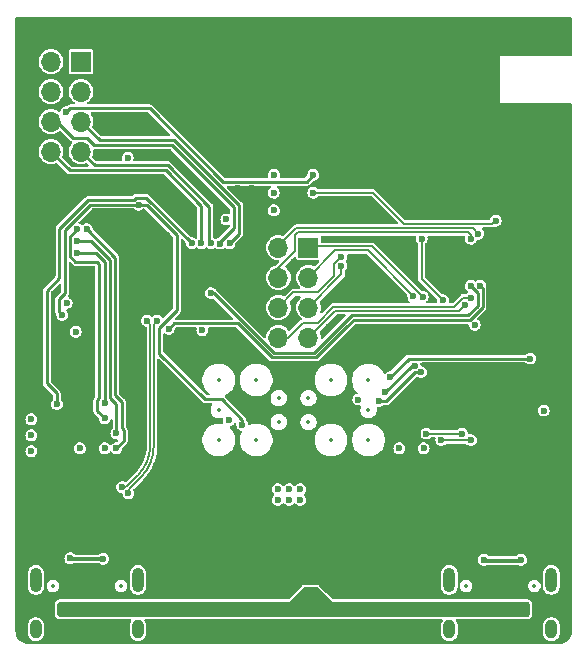
<source format=gbr>
%TF.GenerationSoftware,KiCad,Pcbnew,8.0.8*%
%TF.CreationDate,2025-03-21T10:35:36+01:00*%
%TF.ProjectId,RF_HID_module_test,52465f48-4944-45f6-9d6f-64756c655f74,rev?*%
%TF.SameCoordinates,Original*%
%TF.FileFunction,Copper,L4,Bot*%
%TF.FilePolarity,Positive*%
%FSLAX46Y46*%
G04 Gerber Fmt 4.6, Leading zero omitted, Abs format (unit mm)*
G04 Created by KiCad (PCBNEW 8.0.8) date 2025-03-21 10:35:36*
%MOMM*%
%LPD*%
G01*
G04 APERTURE LIST*
%TA.AperFunction,ComponentPad*%
%ADD10R,1.700000X1.700000*%
%TD*%
%TA.AperFunction,ComponentPad*%
%ADD11O,1.700000X1.700000*%
%TD*%
%TA.AperFunction,ComponentPad*%
%ADD12O,1.000000X2.100000*%
%TD*%
%TA.AperFunction,ComponentPad*%
%ADD13O,1.000000X1.600000*%
%TD*%
%TA.AperFunction,HeatsinkPad*%
%ADD14C,0.500000*%
%TD*%
%TA.AperFunction,HeatsinkPad*%
%ADD15R,2.700000X2.700000*%
%TD*%
%TA.AperFunction,ComponentPad*%
%ADD16R,0.900000X0.500000*%
%TD*%
%TA.AperFunction,ViaPad*%
%ADD17C,0.600000*%
%TD*%
%TA.AperFunction,Conductor*%
%ADD18C,0.200000*%
%TD*%
%TA.AperFunction,Conductor*%
%ADD19C,0.250000*%
%TD*%
%TA.AperFunction,Conductor*%
%ADD20C,0.300000*%
%TD*%
%TA.AperFunction,Conductor*%
%ADD21C,0.150000*%
%TD*%
%ADD22C,0.300000*%
%ADD23C,0.350000*%
%ADD24O,0.600000X1.700000*%
%ADD25O,0.600000X1.200000*%
%ADD26C,0.200000*%
G04 APERTURE END LIST*
D10*
%TO.P,J4,1,Pin_1*%
%TO.N,/STM_IO0*%
X142000000Y-98000000D03*
D11*
%TO.P,J4,2,Pin_2*%
%TO.N,/STM_IO1*%
X139459994Y-97999999D03*
%TO.P,J4,3,Pin_3*%
%TO.N,/STM_IO2*%
X141999999Y-100540006D03*
%TO.P,J4,4,Pin_4*%
%TO.N,/STM_IO3*%
X139460000Y-100540000D03*
%TO.P,J4,5,Pin_5*%
%TO.N,/STM_IO4*%
X142000000Y-103080000D03*
%TO.P,J4,6,Pin_6*%
%TO.N,/STM_IO5*%
X139459998Y-103080000D03*
%TO.P,J4,7,Pin_7*%
%TO.N,/STM_IO6*%
X142000000Y-105620000D03*
%TO.P,J4,8,Pin_8*%
%TO.N,/STM_IO7*%
X139460001Y-105620000D03*
%TD*%
D12*
%TO.P,J6,S1,SHIELD*%
%TO.N,unconnected-(J6-SHIELD-PadS1)_1*%
X138180000Y-141895000D03*
D13*
%TO.N,unconnected-(J6-SHIELD-PadS1)_2*%
X138180000Y-146075000D03*
D12*
%TO.N,unconnected-(J6-SHIELD-PadS1)_3*%
X146820000Y-141895000D03*
D13*
%TO.N,unconnected-(J6-SHIELD-PadS1)*%
X146820000Y-146075000D03*
%TD*%
D10*
%TO.P,J2,1,Pin_1*%
%TO.N,/CH_IO0*%
X161250000Y-113750000D03*
D11*
%TO.P,J2,2,Pin_2*%
%TO.N,/CH_IO1*%
X158709996Y-113749998D03*
%TO.P,J2,3,Pin_3*%
%TO.N,/CH_IO2*%
X161249998Y-116290004D03*
%TO.P,J2,4,Pin_4*%
%TO.N,/CH_IO3*%
X158710000Y-116290000D03*
%TO.P,J2,5,Pin_5*%
%TO.N,/CH_IO4*%
X161250000Y-118830000D03*
%TO.P,J2,6,Pin_6*%
%TO.N,/CH_IO5*%
X158709999Y-118829998D03*
%TO.P,J2,7,Pin_7*%
%TO.N,/CH_IO6*%
X161250000Y-121370000D03*
%TO.P,J2,8,Pin_8*%
%TO.N,/CH_IO7*%
X158710001Y-121370000D03*
%TD*%
D12*
%TO.P,J7,S1,SHIELD*%
%TO.N,unconnected-(J7-SHIELD-PadS1)_2*%
X173180000Y-141895000D03*
D13*
%TO.N,unconnected-(J7-SHIELD-PadS1)*%
X173180000Y-146075000D03*
D12*
%TO.N,unconnected-(J7-SHIELD-PadS1)_1*%
X181820000Y-141895000D03*
D13*
%TO.N,unconnected-(J7-SHIELD-PadS1)_3*%
X181820000Y-146075000D03*
%TD*%
D14*
%TO.P,U3,21,EPAD*%
%TO.N,GND*%
X158900000Y-138900000D03*
X158900000Y-141100000D03*
D15*
X160000000Y-140000000D03*
D14*
X161100000Y-138900000D03*
X161100000Y-141100000D03*
%TD*%
D16*
%TO.P,AE1,2*%
%TO.N,GND*%
X166550000Y-94500000D03*
%TD*%
D17*
%TO.N,GND*%
X138750000Y-140100000D03*
X139750000Y-140100000D03*
X145700000Y-139500000D03*
X146250000Y-140100000D03*
X174300000Y-139500000D03*
X173750000Y-140100000D03*
X180250000Y-140100000D03*
X181250000Y-140100000D03*
X158094999Y-143050000D03*
X180352095Y-95405305D03*
X163722952Y-96057733D03*
X156750000Y-94750000D03*
X150750000Y-120750000D03*
X141250000Y-115800000D03*
X152500000Y-142500000D03*
X183250000Y-112750000D03*
X154500000Y-123000000D03*
X171000000Y-146750000D03*
X183250000Y-120750000D03*
X172500000Y-102500000D03*
X162500000Y-97500000D03*
X147000000Y-115000000D03*
X175950000Y-130205000D03*
X143000000Y-108000000D03*
X152500000Y-132500000D03*
X168000000Y-146750000D03*
X164511120Y-101655025D03*
X183250000Y-137750000D03*
X171750000Y-124750000D03*
X183250000Y-116750000D03*
X152500000Y-102500000D03*
X182200000Y-120950000D03*
X166000000Y-146750000D03*
X177000000Y-101450000D03*
X172000000Y-146750000D03*
X178800000Y-96927692D03*
X183250000Y-127750000D03*
X183250000Y-125750000D03*
X166928452Y-98213984D03*
X177000000Y-100550000D03*
X173250000Y-124750000D03*
X165000000Y-121750000D03*
X181250000Y-94750000D03*
X153000000Y-146750000D03*
X148750000Y-94750000D03*
X136750000Y-115750000D03*
X142750000Y-123750000D03*
X174000000Y-114000000D03*
X151000000Y-124000000D03*
X157750000Y-94750000D03*
X152750000Y-94750000D03*
X148325002Y-103950000D03*
X154000000Y-116000000D03*
X155000000Y-140000000D03*
X183250000Y-131750000D03*
X170250000Y-94750000D03*
X156000000Y-122000000D03*
X183250000Y-126750000D03*
X183250000Y-115750000D03*
X146750000Y-94750000D03*
X168317766Y-109132234D03*
X183250000Y-142750000D03*
X152000000Y-122000000D03*
X177700000Y-101950000D03*
X177500000Y-115000000D03*
X169350003Y-126195001D03*
X162500000Y-132500000D03*
X177000000Y-97850000D03*
X157500000Y-97500000D03*
X161750000Y-94750000D03*
X180000000Y-115000000D03*
X136750000Y-118750000D03*
X136750000Y-130750000D03*
X147500000Y-137500000D03*
X156000000Y-123000000D03*
X156000000Y-116000000D03*
X173250000Y-108724999D03*
X180000000Y-110000000D03*
X183000000Y-146500000D03*
X166273191Y-105151054D03*
X165000000Y-123250000D03*
X161799803Y-103652691D03*
X160750000Y-124250000D03*
X145000000Y-100000000D03*
X174750000Y-126500000D03*
X183250000Y-145750000D03*
X170450003Y-126195000D03*
X159250000Y-129750000D03*
X142500000Y-132500000D03*
X176997123Y-96934814D03*
X151875000Y-108400000D03*
X136750000Y-121750000D03*
X160750000Y-130750000D03*
X136750000Y-111750000D03*
X136750000Y-123750000D03*
X159000000Y-146750000D03*
X177250000Y-94750000D03*
X165500000Y-111500000D03*
X176250000Y-124750000D03*
X157000000Y-140000000D03*
X181243950Y-95705232D03*
X170232234Y-108917766D03*
X169999999Y-139990064D03*
X179450000Y-95372308D03*
X177000000Y-99650000D03*
X183250000Y-143750000D03*
X150750000Y-94750000D03*
X155250000Y-108750000D03*
X148850000Y-105675000D03*
X180400000Y-101950000D03*
X155750000Y-94750000D03*
X137800000Y-123900000D03*
X173000000Y-115000000D03*
X136750000Y-124750000D03*
X160750000Y-94750000D03*
X183250000Y-109750000D03*
X145000000Y-135250000D03*
X166706993Y-106909512D03*
X165500000Y-113000000D03*
X136750000Y-140750000D03*
X183250000Y-122750000D03*
X159750000Y-94750000D03*
X145750000Y-94750000D03*
X183250000Y-138750000D03*
X145750000Y-125750000D03*
X167744417Y-99865833D03*
X166423879Y-106049501D03*
X157000000Y-120000000D03*
X173250000Y-94750000D03*
X172000000Y-116000000D03*
X165042766Y-98457234D03*
X170500000Y-120500000D03*
X178000000Y-113000000D03*
X167250000Y-94750000D03*
X164500000Y-116500000D03*
X169000000Y-122000000D03*
X157500000Y-102500000D03*
X136750000Y-143750000D03*
X160355903Y-101984576D03*
X177900000Y-96927692D03*
X136750000Y-105750000D03*
X163800000Y-139525000D03*
X136750000Y-117750000D03*
X141500000Y-146750000D03*
X175000000Y-105000000D03*
X167494541Y-98983769D03*
X167425001Y-113250000D03*
X169275088Y-100775088D03*
X136750000Y-129750000D03*
X146774998Y-108966942D03*
X149750000Y-94750000D03*
X171450000Y-128300000D03*
X149500000Y-122500000D03*
X162700000Y-101747308D03*
X172650088Y-97400088D03*
X144350000Y-130000000D03*
X169582234Y-108267766D03*
X167752692Y-104266505D03*
X136750000Y-136750000D03*
X147500000Y-97499999D03*
X183250000Y-124750000D03*
X155000000Y-115000000D03*
X144500000Y-146750000D03*
X156500000Y-111750000D03*
X176250000Y-94750000D03*
X183250000Y-111750000D03*
X156000000Y-146750000D03*
X156000000Y-114000000D03*
X165872308Y-100786897D03*
X163600000Y-101747308D03*
X183250000Y-110750000D03*
X174950718Y-95814113D03*
X153500000Y-112425001D03*
X136750000Y-131750000D03*
X181964874Y-96265051D03*
X145750000Y-120750000D03*
X183250000Y-117750000D03*
X163500000Y-111500000D03*
X139724999Y-117650000D03*
X175000000Y-134950000D03*
X136750000Y-133750000D03*
X144750000Y-94750000D03*
X175829107Y-95537256D03*
X142500000Y-117374999D03*
X146500000Y-128500000D03*
X167500000Y-142500000D03*
X160000000Y-146750000D03*
X183250000Y-104750000D03*
X136750000Y-106750000D03*
X172500000Y-132500000D03*
X164502329Y-103334543D03*
X165000000Y-115000000D03*
X139900000Y-137925000D03*
X136750000Y-139750000D03*
X165413103Y-101372308D03*
X160000000Y-100000000D03*
X136750000Y-119750000D03*
X183250000Y-144750000D03*
X170000000Y-105000000D03*
X183250000Y-139750000D03*
X138775000Y-133374131D03*
X158200000Y-127500000D03*
X180000000Y-117500000D03*
X183250000Y-105750000D03*
X165601923Y-96855468D03*
X183250000Y-140750000D03*
X169411412Y-103421123D03*
X170000000Y-146750000D03*
X161830405Y-127500000D03*
X136750000Y-100750000D03*
X136750000Y-142750000D03*
X166175001Y-103360588D03*
X171724912Y-100524912D03*
X171550000Y-120800000D03*
X169617766Y-110432234D03*
X167824999Y-103360589D03*
X143500000Y-146750000D03*
X136750000Y-144750000D03*
X163000000Y-118000000D03*
X173250000Y-126500000D03*
X179500000Y-101950000D03*
X180000000Y-130000000D03*
X151974999Y-103949999D03*
X137800000Y-122550000D03*
X143000000Y-109000000D03*
X183250000Y-108750000D03*
X183250000Y-103750000D03*
X171250000Y-94750000D03*
X151072550Y-126950000D03*
X160354138Y-103004013D03*
X163947183Y-96957578D03*
X167137592Y-107738690D03*
X167500000Y-97500000D03*
X158750000Y-94750000D03*
X151750000Y-94750000D03*
X155000000Y-135000000D03*
X174850000Y-108724999D03*
X178500000Y-146750000D03*
X145750000Y-123750000D03*
X165222155Y-95150000D03*
X145750000Y-121750000D03*
X139750000Y-94750000D03*
X160000000Y-105000000D03*
X167425000Y-111400000D03*
X152000000Y-146750000D03*
X180100000Y-137925000D03*
X165500000Y-110000000D03*
X136750000Y-120750000D03*
X166229772Y-99922948D03*
X176719393Y-95397787D03*
X174750000Y-124750000D03*
X168373045Y-106867786D03*
X173200000Y-128250000D03*
X183250000Y-141750000D03*
X142750000Y-125750000D03*
X138750000Y-94750000D03*
X155000000Y-146750000D03*
X177500000Y-146750000D03*
X141500000Y-108000000D03*
X159250000Y-130750000D03*
X168936751Y-107620168D03*
X183250000Y-134750000D03*
X173074912Y-99174912D03*
X182250000Y-94750000D03*
X175000000Y-99999999D03*
X142500000Y-115800000D03*
X179500000Y-146750000D03*
X149000000Y-146750000D03*
X164000000Y-146750000D03*
X177500000Y-132500000D03*
X170500000Y-122000000D03*
X180250000Y-94750000D03*
X154000000Y-140000000D03*
X183250000Y-96750000D03*
X174500000Y-146750000D03*
X182200000Y-122500000D03*
X167993280Y-106051091D03*
X151000000Y-146750000D03*
X172250000Y-94750000D03*
X161669998Y-110600001D03*
X176500000Y-113000000D03*
X182502066Y-96911280D03*
X180500000Y-146750000D03*
X136750000Y-132750000D03*
X178250000Y-94750000D03*
X161000000Y-103650000D03*
X180000000Y-135000000D03*
X156900000Y-136200000D03*
X183250000Y-95750000D03*
X163750000Y-123250000D03*
X169950088Y-100100088D03*
X161000000Y-146750000D03*
X139500000Y-146750000D03*
X156000000Y-140000000D03*
X183250000Y-107750000D03*
X157000000Y-118000000D03*
X136750000Y-114750000D03*
X162700000Y-103252692D03*
X176500000Y-146750000D03*
X136750000Y-134750000D03*
X141500000Y-109500000D03*
X150250000Y-106800000D03*
X169719694Y-102530129D03*
X183250000Y-123750000D03*
X183250000Y-132750000D03*
X178100000Y-109550000D03*
X181274999Y-120200000D03*
X136750000Y-102750000D03*
X136750000Y-109750000D03*
X157000000Y-146750000D03*
X165729600Y-99144068D03*
X179700000Y-96927692D03*
X136750000Y-98750000D03*
X183250000Y-136750000D03*
X136750000Y-103750000D03*
X136750000Y-126750000D03*
X183250000Y-129750000D03*
X183250000Y-135750000D03*
X167500000Y-132500000D03*
X149450000Y-117450000D03*
X143750000Y-94750000D03*
X170000000Y-135000000D03*
X177622554Y-95372308D03*
X136750000Y-94750000D03*
X136750000Y-128750000D03*
X155000000Y-118000000D03*
X140500000Y-146750000D03*
X172500000Y-107500000D03*
X183250000Y-94750000D03*
X139999938Y-134998757D03*
X183250000Y-130750000D03*
X174106510Y-96230233D03*
X176250000Y-122500000D03*
X163650000Y-95150000D03*
X151006856Y-119038803D03*
X142500000Y-146750000D03*
X164397597Y-97759744D03*
X144550000Y-112550000D03*
X175966187Y-128935000D03*
X136750000Y-145750000D03*
X136750000Y-97750000D03*
X172000000Y-114000000D03*
X154750000Y-94750000D03*
X160750000Y-125250000D03*
X171300088Y-98750088D03*
X183250000Y-106750000D03*
X136750000Y-127750000D03*
X163000000Y-146750000D03*
X136750000Y-112750000D03*
X169000000Y-146750000D03*
X174248875Y-120701124D03*
X149310210Y-112689790D03*
X173749911Y-98499911D03*
X177000000Y-98750000D03*
X153750000Y-94750000D03*
X177500000Y-139605000D03*
X179250000Y-94750000D03*
X168127692Y-100777484D03*
X137750000Y-94750000D03*
X159250000Y-124250000D03*
X166248351Y-97533883D03*
X162650000Y-136200000D03*
X146500000Y-127000000D03*
X183250000Y-133750000D03*
X176850000Y-108400000D03*
X142750000Y-119750000D03*
X153000000Y-140000000D03*
X178550000Y-95372308D03*
X153990649Y-146751079D03*
X167500000Y-120500000D03*
X163600000Y-103252692D03*
X175250000Y-94750000D03*
X182200000Y-123900000D03*
X156500000Y-108750000D03*
X170000000Y-113000000D03*
X171049912Y-101199912D03*
X172399912Y-99849912D03*
X136750000Y-113750000D03*
X183250000Y-121750000D03*
X136750000Y-101750000D03*
X168585880Y-101372308D03*
X181300000Y-101950000D03*
X136750000Y-138750000D03*
X174000000Y-116000000D03*
X171533954Y-110219501D03*
X172496855Y-137490549D03*
X149874998Y-109050000D03*
X147500000Y-102750000D03*
X137800000Y-125200000D03*
X170625088Y-99425088D03*
X175500000Y-146750000D03*
X174250000Y-94750000D03*
X180592845Y-97125321D03*
X167000000Y-146750000D03*
X150000000Y-100000000D03*
X173337253Y-96762664D03*
X171975088Y-98075088D03*
X178600000Y-101950000D03*
X170882234Y-109567766D03*
X163500000Y-110000000D03*
X167500000Y-137500000D03*
X174424356Y-97882381D03*
X142750000Y-121750000D03*
X156000000Y-119000000D03*
X168967766Y-109782234D03*
X140750000Y-94750000D03*
X162000000Y-146750000D03*
X136750000Y-137750000D03*
X150000000Y-140000000D03*
X148750000Y-123750000D03*
X177100000Y-127465001D03*
X136750000Y-125750000D03*
X170374912Y-101874912D03*
X158000000Y-146750000D03*
X177100000Y-126350000D03*
X183250000Y-113750000D03*
X136750000Y-95750000D03*
X168570380Y-103627692D03*
X154500000Y-121000000D03*
X140000000Y-108000000D03*
X150000000Y-146750000D03*
X152500000Y-97500000D03*
X183250000Y-114750000D03*
X145500000Y-146750000D03*
X140000000Y-111500000D03*
X156500000Y-110250000D03*
X136750000Y-116750000D03*
X168000000Y-118000000D03*
X167783625Y-105143053D03*
X167689733Y-108481601D03*
X165361197Y-103627692D03*
X157500000Y-132500000D03*
X162750000Y-94750000D03*
X148000000Y-146750000D03*
X164996716Y-99999895D03*
X182200000Y-125250000D03*
X136750000Y-108750000D03*
X136749999Y-110743675D03*
X175227042Y-97393453D03*
X183250000Y-128750000D03*
X161813266Y-101347308D03*
X136750000Y-104750000D03*
X161000000Y-101350000D03*
X163500000Y-113000000D03*
X136750000Y-141750000D03*
X183250000Y-118750000D03*
X150000000Y-135000000D03*
X142750000Y-94750000D03*
X182200000Y-101950000D03*
X136750000Y-107750000D03*
X150000000Y-125000000D03*
X157000000Y-123000000D03*
X147750000Y-94750000D03*
X165000000Y-146750000D03*
X168250000Y-94750000D03*
X183100000Y-101950000D03*
X165000000Y-105000000D03*
X160750000Y-129750000D03*
X153000000Y-123000000D03*
X159250000Y-125250000D03*
X169000000Y-120500000D03*
X165000000Y-140000000D03*
X183250000Y-102750000D03*
X166247308Y-104266505D03*
X152500000Y-119000000D03*
X136750000Y-99750000D03*
X136750000Y-96750000D03*
X164500000Y-118000000D03*
X142500000Y-139350000D03*
X160000000Y-120000000D03*
X169250000Y-94750000D03*
X180000000Y-105000000D03*
X141750000Y-94750000D03*
X170267766Y-111082234D03*
X163000000Y-120500000D03*
X136750000Y-122750000D03*
X160000000Y-115000000D03*
X137000000Y-146500000D03*
X155000000Y-100000000D03*
X183250000Y-119750000D03*
X176107080Y-97073028D03*
X165243148Y-96046166D03*
X136750000Y-135750000D03*
%TO.N,+3V3*%
X159625000Y-135125000D03*
X160562500Y-134225000D03*
X165476083Y-126623918D03*
X137800000Y-129650000D03*
X141900000Y-130750000D03*
X145950000Y-106150000D03*
X154300000Y-111375001D03*
X175332519Y-120283162D03*
X152274999Y-120750000D03*
X158325000Y-110600001D03*
X181175000Y-127550000D03*
X137800000Y-131000000D03*
X137800000Y-128300000D03*
X159625000Y-134225000D03*
X158675000Y-135125000D03*
X171000000Y-130750000D03*
X160562500Y-135125000D03*
X140774999Y-118450000D03*
X154523918Y-128376082D03*
X168950000Y-130750000D03*
X144000000Y-130750000D03*
X158675000Y-134225000D03*
X141550000Y-120875000D03*
X158319999Y-109100000D03*
X158325000Y-107600001D03*
%TO.N,/CH_VDCIA*%
X170847309Y-113000000D03*
X172650000Y-118200000D03*
%TO.N,/CH_NRST*%
X168165335Y-124728077D03*
X180050000Y-123150000D03*
%TO.N,/CH_STATUS*%
X177102816Y-111475002D03*
X161669998Y-109100002D03*
%TO.N,+5V*%
X140750000Y-144250000D03*
X161000000Y-143750000D03*
X161000000Y-142875000D03*
X144250000Y-144250000D03*
X175750000Y-144250000D03*
X161875000Y-143750000D03*
X161875000Y-142875000D03*
X179250000Y-144250000D03*
%TO.N,/STM_NRST*%
X140425000Y-119452081D03*
X155650001Y-128751562D03*
X146875001Y-110116942D03*
%TO.N,/STM_BOOT*%
X139950000Y-127000000D03*
X151374282Y-113375001D03*
%TO.N,/STM_STATUS*%
X140750000Y-102290006D03*
X161669998Y-107600002D03*
%TO.N,/CH_IO7*%
X175000000Y-118000000D03*
%TO.N,/CH_IO6*%
X174501410Y-118598590D03*
%TO.N,/CH_IO3*%
X175000000Y-113000000D03*
%TO.N,/CH_IO0*%
X170919974Y-117900000D03*
%TO.N,/CH_IO4*%
X164050000Y-115300000D03*
%TO.N,/CH_IO5*%
X164050000Y-114549999D03*
%TO.N,/CH_IO1*%
X175617962Y-112575001D03*
%TO.N,/CH_IO2*%
X170134987Y-117892831D03*
%TO.N,/STM_IO4*%
X154573443Y-113397312D03*
%TO.N,/STM_IO5*%
X153773537Y-113409707D03*
%TO.N,/STM_IO6*%
X152974288Y-113375001D03*
%TO.N,/STM_IO7*%
X152174285Y-113375001D03*
%TO.N,/CH_SWDIO*%
X167249999Y-126749999D03*
X170769124Y-124291307D03*
%TO.N,/CH_SWCLK*%
X167750000Y-126000000D03*
X170250000Y-123750000D03*
%TO.N,Net-(J6-CC1)*%
X143900000Y-140105000D03*
X141087500Y-140062500D03*
%TO.N,Net-(J7-CC1)*%
X176100000Y-140173907D03*
X179250000Y-140200000D03*
%TO.N,/CH_FLASH_SPI_MISO*%
X172500000Y-130050000D03*
X175000000Y-130050000D03*
%TO.N,/CH_W25Q128_NRST*%
X171250000Y-129500000D03*
X174250000Y-129500000D03*
%TO.N,/TX*%
X152994087Y-117605913D03*
X175000000Y-117000000D03*
%TO.N,/RX*%
X175806587Y-116993413D03*
X149424999Y-120622515D03*
%TO.N,/STM_USB/USB_DN*%
X145484834Y-134034834D03*
X147600000Y-119950000D03*
%TO.N,/STM_USB/USB_DP*%
X148400003Y-119950000D03*
X146015166Y-134565166D03*
%TO.N,/STM_FLASH_SPI_MISO*%
X145000000Y-129485000D03*
X141700000Y-113200000D03*
%TO.N,/STM_FLASH_SPI_CLK*%
X141699997Y-112200000D03*
X144000000Y-128200000D03*
%TO.N,/STM_FLASH_SPI_NCS*%
X142500000Y-112200000D03*
X145000000Y-130755000D03*
%TO.N,/STM_FLASH_SPI_MOSI*%
X141700000Y-114250000D03*
X144000000Y-126950000D03*
%TO.N,GND*%
X148750000Y-125750000D03*
X149000000Y-126950000D03*
X147250000Y-121750000D03*
X147242069Y-123756617D03*
X147250000Y-125750000D03*
%TD*%
D18*
%TO.N,/CH_VDCIA*%
X170847309Y-116397309D02*
X170847309Y-113000000D01*
X172650000Y-118200000D02*
X170847309Y-116397309D01*
D19*
%TO.N,/CH_NRST*%
X168165335Y-124728077D02*
X169743412Y-123150000D01*
X169743412Y-123150000D02*
X180050000Y-123150000D01*
D18*
%TO.N,/CH_STATUS*%
X177102816Y-111475002D02*
X176827818Y-111750000D01*
X176827818Y-111750000D02*
X169350000Y-111750000D01*
X169350000Y-111750000D02*
X166700002Y-109100002D01*
X166700002Y-109100002D02*
X161669998Y-109100002D01*
D19*
%TO.N,/STM_NRST*%
X140625000Y-112275000D02*
X140625000Y-117633883D01*
X140149999Y-118108884D02*
X140149999Y-119177080D01*
X153920079Y-126600000D02*
X152500000Y-126600000D01*
X155650001Y-128329922D02*
X153920079Y-126600000D01*
X150100000Y-119063176D02*
X150100000Y-112666405D01*
X140625000Y-117633883D02*
X140149999Y-118108884D01*
X148638176Y-122738176D02*
X148638176Y-120525000D01*
X147550537Y-110116942D02*
X146875001Y-110116942D01*
X155650001Y-128751562D02*
X155650001Y-128329922D01*
X142783058Y-110116942D02*
X140625000Y-112275000D01*
X150100000Y-112666405D02*
X147550537Y-110116942D01*
X152500000Y-126600000D02*
X148638176Y-122738176D01*
X146875001Y-110116942D02*
X142783058Y-110116942D01*
X140149999Y-119177080D02*
X140425000Y-119452081D01*
X148638176Y-120525000D02*
X150100000Y-119063176D01*
%TO.N,/STM_BOOT*%
X142617372Y-109716942D02*
X146461828Y-109716942D01*
X139099999Y-117391116D02*
X140175000Y-116316115D01*
X147541223Y-109541942D02*
X151374282Y-113375001D01*
X139950000Y-126100000D02*
X139099999Y-125249999D01*
X139950000Y-127000000D02*
X139950000Y-126100000D01*
X146461828Y-109716942D02*
X146636828Y-109541942D01*
X139099999Y-125249999D02*
X139099999Y-117391116D01*
X146636828Y-109541942D02*
X147541223Y-109541942D01*
X140175000Y-112159314D02*
X142617372Y-109716942D01*
X140175000Y-116316115D02*
X140175000Y-112159314D01*
%TO.N,/STM_STATUS*%
X140750000Y-102290006D02*
X141085006Y-101955000D01*
X154025001Y-108175001D02*
X161094999Y-108175001D01*
X161094999Y-108175001D02*
X161669998Y-107600002D01*
X141085006Y-101955000D02*
X147805000Y-101955000D01*
X147805000Y-101955000D02*
X154025001Y-108175001D01*
D18*
%TO.N,/CH_IO7*%
X163375026Y-118750000D02*
X162025026Y-120100000D01*
X174322182Y-118000000D02*
X173572182Y-118750000D01*
X159530000Y-121370000D02*
X158710001Y-121370000D01*
X173572182Y-118750000D02*
X163375026Y-118750000D01*
X160800000Y-120100000D02*
X159530000Y-121370000D01*
X175000000Y-118000000D02*
X174322182Y-118000000D01*
X162025026Y-120100000D02*
X160800000Y-120100000D01*
%TO.N,/CH_IO6*%
X174501410Y-118598590D02*
X174000000Y-119100000D01*
X163520000Y-119100000D02*
X161250000Y-121370000D01*
X174000000Y-119100000D02*
X163520000Y-119100000D01*
%TO.N,/CH_IO3*%
X160150000Y-114025000D02*
X158710000Y-115465000D01*
X160350000Y-112450000D02*
X160150000Y-112650000D01*
X160150000Y-112650000D02*
X160150000Y-114025000D01*
X174750000Y-112450000D02*
X160350000Y-112450000D01*
X175000000Y-112700000D02*
X174750000Y-112450000D01*
X175000000Y-113000000D02*
X175000000Y-112700000D01*
X158710000Y-115465000D02*
X158710000Y-116290000D01*
%TO.N,/CH_IO0*%
X166669974Y-113650000D02*
X161350000Y-113650000D01*
X161350000Y-113650000D02*
X161250000Y-113750000D01*
X170919974Y-117900000D02*
X166669974Y-113650000D01*
%TO.N,/CH_IO4*%
X164050000Y-116030000D02*
X161250000Y-118830000D01*
X164050000Y-115300000D02*
X164050000Y-116030000D01*
%TO.N,/CH_IO5*%
X162035026Y-117550000D02*
X159989997Y-117550000D01*
X163450000Y-116135026D02*
X162035026Y-117550000D01*
X164050000Y-114549999D02*
X164022183Y-114549999D01*
X159989997Y-117550000D02*
X158709999Y-118829998D01*
X164022183Y-114549999D02*
X163450000Y-115122182D01*
X163450000Y-115122182D02*
X163450000Y-116135026D01*
%TO.N,/CH_IO1*%
X175617962Y-112567962D02*
X175150000Y-112100000D01*
X158709996Y-113595030D02*
X158709996Y-113749998D01*
X175150000Y-112100000D02*
X160205026Y-112100000D01*
X160205026Y-112100000D02*
X158709996Y-113595030D01*
X175617962Y-112575001D02*
X175617962Y-112567962D01*
%TO.N,/CH_IO2*%
X170134987Y-117892831D02*
X170134987Y-117834987D01*
X166300000Y-114000000D02*
X163540002Y-114000000D01*
X170134987Y-117834987D02*
X166300000Y-114000000D01*
X163540002Y-114000000D02*
X161249998Y-116290004D01*
D19*
%TO.N,/STM_IO4*%
X149908886Y-104650000D02*
X143570000Y-104650000D01*
X154573443Y-113397312D02*
X155375000Y-112595755D01*
X155375000Y-112595755D02*
X155375000Y-110116114D01*
X143570000Y-104650000D02*
X142000000Y-103080000D01*
X155375000Y-110116114D02*
X149908886Y-104650000D01*
%TO.N,/STM_IO5*%
X154925000Y-110302510D02*
X149722490Y-105100000D01*
X154925000Y-112138903D02*
X154925000Y-110302510D01*
X142486701Y-104445000D02*
X141345000Y-104445000D01*
X149722490Y-105100000D02*
X143141701Y-105100000D01*
X153773537Y-113290366D02*
X154925000Y-112138903D01*
X153773537Y-113409707D02*
X153773537Y-113290366D01*
X139980000Y-103080000D02*
X139459998Y-103080000D01*
X143141701Y-105100000D02*
X142486701Y-104445000D01*
X141345000Y-104445000D02*
X139980000Y-103080000D01*
%TO.N,/STM_IO6*%
X152875000Y-110283884D02*
X149366116Y-106775000D01*
X152875000Y-113275713D02*
X152875000Y-110283884D01*
X149366116Y-106775000D02*
X143155000Y-106775000D01*
X143155000Y-106775000D02*
X142000000Y-105620000D01*
X152974288Y-113375001D02*
X152875000Y-113275713D01*
%TO.N,/STM_IO7*%
X141065001Y-107225000D02*
X139460001Y-105620000D01*
X152174285Y-110219565D02*
X149179720Y-107225000D01*
X152174285Y-113375001D02*
X152174285Y-110219565D01*
X149179720Y-107225000D02*
X141065001Y-107225000D01*
%TO.N,/CH_SWDIO*%
X170275000Y-124325000D02*
X170735431Y-124325000D01*
X170735431Y-124325000D02*
X170769124Y-124291307D01*
X167850001Y-126749999D02*
X170275000Y-124325000D01*
X167249999Y-126749999D02*
X167850001Y-126749999D01*
%TO.N,/CH_SWCLK*%
X167750000Y-126000000D02*
X170000000Y-123750000D01*
X170000000Y-123750000D02*
X170250000Y-123750000D01*
D20*
%TO.N,Net-(J6-CC1)*%
X143900000Y-140105000D02*
X143895000Y-140100000D01*
X141125000Y-140100000D02*
X141087500Y-140062500D01*
X143895000Y-140100000D02*
X141125000Y-140100000D01*
%TO.N,Net-(J7-CC1)*%
X176181093Y-140255000D02*
X179195000Y-140255000D01*
X179195000Y-140255000D02*
X179250000Y-140200000D01*
X176100000Y-140173907D02*
X176181093Y-140255000D01*
D18*
%TO.N,/CH_FLASH_SPI_MISO*%
X172500000Y-130050000D02*
X175000000Y-130050000D01*
%TO.N,/CH_W25Q128_NRST*%
X174250000Y-129500000D02*
X171250000Y-129500000D01*
D19*
%TO.N,/TX*%
X175575000Y-117575000D02*
X175000000Y-117000000D01*
X164925000Y-119475000D02*
X174761827Y-119475000D01*
X161750000Y-122650000D02*
X164925000Y-119475000D01*
X158300000Y-122650000D02*
X161750000Y-122650000D01*
X175575000Y-118661827D02*
X175575000Y-117575000D01*
X152994087Y-117605913D02*
X153255913Y-117605913D01*
X153255913Y-117605913D02*
X158300000Y-122650000D01*
X174761827Y-119475000D02*
X175575000Y-118661827D01*
%TO.N,/RX*%
X169250000Y-119875000D02*
X174927513Y-119875000D01*
X164532843Y-120432843D02*
X165090686Y-119875000D01*
X174927513Y-119875000D02*
X176000000Y-118802513D01*
X155259314Y-120175000D02*
X158134314Y-123050000D01*
X165090686Y-119875000D02*
X169250000Y-119875000D01*
X158134314Y-123050000D02*
X161915686Y-123050000D01*
X176000000Y-117186826D02*
X175806587Y-116993413D01*
X149424999Y-120622515D02*
X149872514Y-120175000D01*
X161915686Y-123050000D02*
X164532843Y-120432843D01*
X149872514Y-120175000D02*
X155259314Y-120175000D01*
X176000000Y-118802513D02*
X176000000Y-117186826D01*
D21*
%TO.N,/STM_USB/USB_DN*%
X147600000Y-119950000D02*
X147725000Y-120075000D01*
X147850001Y-130540441D02*
X147850001Y-120376778D01*
X146826516Y-133011349D02*
X145915533Y-133922333D01*
X145643933Y-134034834D02*
X145484834Y-134034834D01*
X147725000Y-120075000D02*
G75*
G02*
X147850010Y-120376778I-301800J-301800D01*
G01*
X145915533Y-133922333D02*
G75*
G02*
X145643933Y-134034847I-271633J271633D01*
G01*
X147850001Y-130540441D02*
G75*
G02*
X146826498Y-133011331I-3494401J41D01*
G01*
%TO.N,/STM_USB/USB_DP*%
X148150002Y-130602573D02*
X148150002Y-120376778D01*
X148400003Y-119950000D02*
X148275002Y-120075000D01*
X147082583Y-133179548D02*
X146127666Y-134134466D01*
X146015166Y-134406066D02*
X146015166Y-134565166D01*
X148275002Y-120075000D02*
G75*
G03*
X148149992Y-120376778I301798J-301800D01*
G01*
X148150002Y-130602573D02*
G75*
G02*
X147082599Y-133179564I-3644402J-27D01*
G01*
X146127666Y-134134466D02*
G75*
G03*
X146015152Y-134406066I271634J-271634D01*
G01*
D19*
%TO.N,/STM_FLASH_SPI_MISO*%
X144450000Y-126450000D02*
X144450000Y-114813604D01*
X145000000Y-129485000D02*
X145000000Y-127000000D01*
X142836396Y-113200000D02*
X141700000Y-113200000D01*
X144450000Y-114813604D02*
X142836396Y-113200000D01*
X145000000Y-127000000D02*
X144450000Y-126450000D01*
%TO.N,/STM_FLASH_SPI_CLK*%
X143550000Y-115186396D02*
X143550000Y-126516116D01*
X141075000Y-112824997D02*
X141075000Y-114508884D01*
X143313604Y-114950000D02*
X143550000Y-115186396D01*
X141075000Y-114508884D02*
X141516116Y-114950000D01*
X143550000Y-126516116D02*
X143375000Y-126691116D01*
X141699997Y-112200000D02*
X141075000Y-112824997D01*
X143375000Y-127575000D02*
X144000000Y-128200000D01*
X141516116Y-114950000D02*
X143313604Y-114950000D01*
X143375000Y-126691116D02*
X143375000Y-127575000D01*
%TO.N,/STM_FLASH_SPI_NCS*%
X145625000Y-130130000D02*
X145625000Y-129226116D01*
X145450000Y-129051116D02*
X145450000Y-126813604D01*
X145000000Y-130755000D02*
X145625000Y-130130000D01*
X145625000Y-129226116D02*
X145450000Y-129051116D01*
X145450000Y-126813604D02*
X144900000Y-126263604D01*
X144900000Y-114600000D02*
X142500000Y-112200000D01*
X144900000Y-126263604D02*
X144900000Y-114600000D01*
%TO.N,/STM_FLASH_SPI_MOSI*%
X144000000Y-115000000D02*
X144000000Y-126950000D01*
X143250000Y-114250000D02*
X144000000Y-115000000D01*
X141700000Y-114250000D02*
X143250000Y-114250000D01*
%TD*%
%TA.AperFunction,Conductor*%
%TO.N,GND*%
G36*
X164358356Y-119419407D02*
G01*
X164394320Y-119468907D01*
X164394320Y-119530093D01*
X164370169Y-119569504D01*
X162472378Y-121467293D01*
X162417861Y-121495070D01*
X162357429Y-121485499D01*
X162314164Y-121442234D01*
X162303851Y-121387584D01*
X162305583Y-121370001D01*
X162305583Y-121369996D01*
X162285301Y-121164070D01*
X162285300Y-121164065D01*
X162260548Y-121082468D01*
X162225232Y-120966046D01*
X162225229Y-120966040D01*
X162208881Y-120935454D01*
X162198125Y-120875221D01*
X162224827Y-120820170D01*
X162226136Y-120818833D01*
X163615475Y-119429496D01*
X163669992Y-119401719D01*
X163685479Y-119400500D01*
X164300165Y-119400500D01*
X164358356Y-119419407D01*
G37*
%TD.AperFunction*%
%TA.AperFunction,Conductor*%
G36*
X166192712Y-114319407D02*
G01*
X166204525Y-114329496D01*
X169611711Y-117736682D01*
X169639488Y-117791199D01*
X169639699Y-117820774D01*
X169629340Y-117892827D01*
X169629340Y-117892833D01*
X169649821Y-118035287D01*
X169701726Y-118148941D01*
X169709610Y-118166204D01*
X169776630Y-118243550D01*
X169803860Y-118274975D01*
X169804676Y-118275682D01*
X169805140Y-118276452D01*
X169808496Y-118280325D01*
X169807825Y-118280905D01*
X169836271Y-118328079D01*
X169831033Y-118389040D01*
X169790964Y-118435280D01*
X169739843Y-118449500D01*
X163335461Y-118449500D01*
X163259040Y-118469977D01*
X163259035Y-118469979D01*
X163210178Y-118498187D01*
X163190517Y-118509538D01*
X162399819Y-119300236D01*
X162345302Y-119328013D01*
X162284870Y-119318442D01*
X162241605Y-119275177D01*
X162232034Y-119214745D01*
X162235076Y-119201501D01*
X162285300Y-119035934D01*
X162285300Y-119035932D01*
X162285301Y-119035929D01*
X162305583Y-118830003D01*
X162305583Y-118829996D01*
X162285301Y-118624070D01*
X162285300Y-118624065D01*
X162250559Y-118509540D01*
X162225232Y-118426046D01*
X162222270Y-118420504D01*
X162208881Y-118395454D01*
X162198125Y-118335221D01*
X162224827Y-118280170D01*
X162226137Y-118278832D01*
X164290460Y-116214511D01*
X164291449Y-116212798D01*
X164292901Y-116210284D01*
X164309641Y-116181288D01*
X164330021Y-116145989D01*
X164350500Y-116069562D01*
X164350500Y-115753893D01*
X164369407Y-115695702D01*
X164376741Y-115687711D01*
X164376491Y-115687494D01*
X164381128Y-115682143D01*
X164475377Y-115573373D01*
X164535165Y-115442457D01*
X164541992Y-115394971D01*
X164555647Y-115300002D01*
X164555647Y-115299997D01*
X164535165Y-115157543D01*
X164500948Y-115082620D01*
X164475377Y-115026627D01*
X164443490Y-114989828D01*
X164419674Y-114933472D01*
X164433532Y-114873876D01*
X164443484Y-114860177D01*
X164475377Y-114823372D01*
X164535165Y-114692456D01*
X164544478Y-114627681D01*
X164555647Y-114550001D01*
X164555647Y-114549996D01*
X164536035Y-114413589D01*
X164546468Y-114353300D01*
X164590346Y-114310657D01*
X164634027Y-114300500D01*
X166134521Y-114300500D01*
X166192712Y-114319407D01*
G37*
%TD.AperFunction*%
%TA.AperFunction,Conductor*%
G36*
X170321473Y-112769407D02*
G01*
X170357437Y-112818907D01*
X170361274Y-112863589D01*
X170341662Y-112999997D01*
X170341662Y-113000002D01*
X170362143Y-113142456D01*
X170371776Y-113163548D01*
X170421932Y-113273373D01*
X170509994Y-113375003D01*
X170520818Y-113387494D01*
X170518780Y-113389259D01*
X170544234Y-113431458D01*
X170546809Y-113453893D01*
X170546809Y-116436873D01*
X170567287Y-116513296D01*
X170600037Y-116570021D01*
X170600038Y-116570023D01*
X170606846Y-116581816D01*
X170606847Y-116581817D01*
X170606849Y-116581820D01*
X171370475Y-117345446D01*
X172119453Y-118094424D01*
X172147230Y-118148941D01*
X172147441Y-118178514D01*
X172144354Y-118199997D01*
X172144353Y-118200002D01*
X172163965Y-118336411D01*
X172153532Y-118396700D01*
X172109654Y-118439343D01*
X172065973Y-118449500D01*
X171322866Y-118449500D01*
X171264675Y-118430593D01*
X171228711Y-118381093D01*
X171228711Y-118319907D01*
X171248047Y-118285669D01*
X171284547Y-118243545D01*
X171345351Y-118173373D01*
X171405139Y-118042457D01*
X171413652Y-117983245D01*
X171425621Y-117900002D01*
X171425621Y-117899997D01*
X171405139Y-117757543D01*
X171377456Y-117696927D01*
X171345351Y-117626627D01*
X171251102Y-117517857D01*
X171251101Y-117517856D01*
X171251100Y-117517855D01*
X171130031Y-117440049D01*
X171130028Y-117440047D01*
X171130027Y-117440047D01*
X171130024Y-117440046D01*
X170991938Y-117399500D01*
X170991935Y-117399500D01*
X170885453Y-117399500D01*
X170827262Y-117380593D01*
X170815449Y-117370504D01*
X168857260Y-115412315D01*
X166854485Y-113409540D01*
X166833306Y-113397312D01*
X166833304Y-113397311D01*
X166794665Y-113375003D01*
X166785962Y-113369978D01*
X166709538Y-113349500D01*
X166709536Y-113349500D01*
X162399500Y-113349500D01*
X162341309Y-113330593D01*
X162305345Y-113281093D01*
X162300500Y-113250500D01*
X162300500Y-112880253D01*
X162300499Y-112880249D01*
X162298225Y-112868814D01*
X162305417Y-112808053D01*
X162346949Y-112763123D01*
X162395323Y-112750500D01*
X170263282Y-112750500D01*
X170321473Y-112769407D01*
G37*
%TD.AperFunction*%
%TA.AperFunction,Conductor*%
G36*
X149604846Y-105444407D02*
G01*
X149616659Y-105454496D01*
X154570504Y-110408341D01*
X154598281Y-110462858D01*
X154599500Y-110478345D01*
X154599500Y-110809063D01*
X154580593Y-110867254D01*
X154531093Y-110903218D01*
X154472609Y-110904053D01*
X154371964Y-110874501D01*
X154371961Y-110874501D01*
X154228039Y-110874501D01*
X154228035Y-110874501D01*
X154089949Y-110915047D01*
X154089942Y-110915050D01*
X153968873Y-110992856D01*
X153874622Y-111101629D01*
X153814834Y-111232544D01*
X153794353Y-111374998D01*
X153794353Y-111375003D01*
X153814834Y-111517457D01*
X153832569Y-111556290D01*
X153874623Y-111648374D01*
X153954059Y-111740049D01*
X153968873Y-111757145D01*
X154084281Y-111831313D01*
X154089947Y-111834954D01*
X154196403Y-111866212D01*
X154228035Y-111875500D01*
X154228036Y-111875500D01*
X154228039Y-111875501D01*
X154228041Y-111875501D01*
X154371959Y-111875501D01*
X154371961Y-111875501D01*
X154472610Y-111845948D01*
X154533769Y-111847695D01*
X154582222Y-111885058D01*
X154599500Y-111940938D01*
X154599500Y-111963067D01*
X154580593Y-112021258D01*
X154570504Y-112033071D01*
X153709239Y-112894335D01*
X153667127Y-112919321D01*
X153563482Y-112949754D01*
X153445898Y-113025321D01*
X153386723Y-113040876D01*
X153329706Y-113018677D01*
X153317555Y-113006867D01*
X153305417Y-112992859D01*
X153305416Y-112992858D01*
X153245975Y-112954657D01*
X153207245Y-112907291D01*
X153200500Y-112871374D01*
X153200500Y-110241032D01*
X153200500Y-110241031D01*
X153178318Y-110158246D01*
X153135465Y-110084022D01*
X153124702Y-110073259D01*
X153074862Y-110023418D01*
X153074862Y-110023419D01*
X149565978Y-106514535D01*
X149565975Y-106514533D01*
X149565974Y-106514532D01*
X149565973Y-106514531D01*
X149491758Y-106471683D01*
X149491760Y-106471683D01*
X149459637Y-106463076D01*
X149408969Y-106449500D01*
X149408967Y-106449500D01*
X146517493Y-106449500D01*
X146459302Y-106430593D01*
X146423338Y-106381093D01*
X146423338Y-106319907D01*
X146427440Y-106309373D01*
X146435165Y-106292456D01*
X146455647Y-106150002D01*
X146455647Y-106149997D01*
X146435165Y-106007543D01*
X146375377Y-105876628D01*
X146375377Y-105876627D01*
X146281128Y-105767857D01*
X146281127Y-105767856D01*
X146281126Y-105767855D01*
X146160057Y-105690049D01*
X146160054Y-105690047D01*
X146160053Y-105690047D01*
X146160050Y-105690046D01*
X146021964Y-105649500D01*
X146021961Y-105649500D01*
X145878039Y-105649500D01*
X145878035Y-105649500D01*
X145739949Y-105690046D01*
X145739942Y-105690049D01*
X145618873Y-105767855D01*
X145524622Y-105876628D01*
X145464834Y-106007543D01*
X145444353Y-106149997D01*
X145444353Y-106150002D01*
X145464834Y-106292456D01*
X145472560Y-106309373D01*
X145479535Y-106370160D01*
X145449449Y-106423437D01*
X145393793Y-106448855D01*
X145382507Y-106449500D01*
X143330833Y-106449500D01*
X143272642Y-106430593D01*
X143260829Y-106420503D01*
X142988502Y-106148175D01*
X142960725Y-106093659D01*
X142970296Y-106033227D01*
X142971158Y-106031574D01*
X142975232Y-106023954D01*
X143035300Y-105825934D01*
X143035301Y-105825929D01*
X143055583Y-105620003D01*
X143055583Y-105619997D01*
X143047133Y-105534204D01*
X143060245Y-105474440D01*
X143105982Y-105433797D01*
X143145656Y-105425500D01*
X143184554Y-105425500D01*
X149546655Y-105425500D01*
X149604846Y-105444407D01*
G37*
%TD.AperFunction*%
%TA.AperFunction,Conductor*%
G36*
X147687356Y-102299407D02*
G01*
X147699169Y-102309496D01*
X149545169Y-104155496D01*
X149572946Y-104210013D01*
X149563375Y-104270445D01*
X149520110Y-104313710D01*
X149475165Y-104324500D01*
X143745835Y-104324500D01*
X143687644Y-104305593D01*
X143675831Y-104295504D01*
X142988502Y-103608175D01*
X142960725Y-103553658D01*
X142970296Y-103493226D01*
X142971154Y-103491582D01*
X142975232Y-103483954D01*
X143035300Y-103285934D01*
X143035301Y-103285929D01*
X143055583Y-103080003D01*
X143055583Y-103079996D01*
X143035301Y-102874070D01*
X143035300Y-102874065D01*
X143008646Y-102786200D01*
X142975232Y-102676046D01*
X142877685Y-102493550D01*
X142835630Y-102442305D01*
X142813330Y-102385328D01*
X142828779Y-102326125D01*
X142876076Y-102287310D01*
X142912158Y-102280500D01*
X147629165Y-102280500D01*
X147687356Y-102299407D01*
G37*
%TD.AperFunction*%
%TA.AperFunction,Conductor*%
G36*
X183508691Y-94268907D02*
G01*
X183544655Y-94318407D01*
X183549500Y-94349000D01*
X183549500Y-97401000D01*
X183530593Y-97459191D01*
X183481093Y-97495155D01*
X183450500Y-97500000D01*
X177500000Y-97500000D01*
X177500000Y-101500000D01*
X183450500Y-101500000D01*
X183508691Y-101518907D01*
X183544655Y-101568407D01*
X183549500Y-101599000D01*
X183549500Y-146245681D01*
X183549123Y-146254309D01*
X183534311Y-146423611D01*
X183531314Y-146440607D01*
X183488447Y-146600584D01*
X183482546Y-146616799D01*
X183412553Y-146766902D01*
X183403924Y-146781847D01*
X183308934Y-146917507D01*
X183297842Y-146930727D01*
X183180727Y-147047842D01*
X183167507Y-147058934D01*
X183031847Y-147153924D01*
X183016902Y-147162553D01*
X182866799Y-147232546D01*
X182850584Y-147238447D01*
X182690607Y-147281314D01*
X182673611Y-147284311D01*
X182504309Y-147299123D01*
X182495681Y-147299500D01*
X137504319Y-147299500D01*
X137495691Y-147299123D01*
X137326388Y-147284311D01*
X137309392Y-147281314D01*
X137149415Y-147238447D01*
X137133200Y-147232546D01*
X136983097Y-147162553D01*
X136968152Y-147153924D01*
X136832492Y-147058934D01*
X136819272Y-147047842D01*
X136702157Y-146930727D01*
X136691065Y-146917507D01*
X136596075Y-146781847D01*
X136587446Y-146766902D01*
X136559428Y-146706817D01*
X136517452Y-146616798D01*
X136511552Y-146600584D01*
X136468685Y-146440607D01*
X136465689Y-146423619D01*
X136450877Y-146254309D01*
X136450500Y-146245681D01*
X136450500Y-145706004D01*
X137479500Y-145706004D01*
X137479500Y-146443995D01*
X137506420Y-146579327D01*
X137506420Y-146579329D01*
X137559222Y-146706806D01*
X137559228Y-146706817D01*
X137635885Y-146821541D01*
X137733458Y-146919114D01*
X137848182Y-146995771D01*
X137848193Y-146995777D01*
X137883082Y-147010228D01*
X137975672Y-147048580D01*
X138111007Y-147075500D01*
X138111008Y-147075500D01*
X138248992Y-147075500D01*
X138248993Y-147075500D01*
X138384328Y-147048580D01*
X138511811Y-146995775D01*
X138626542Y-146919114D01*
X138724114Y-146821542D01*
X138800775Y-146706811D01*
X138853580Y-146579328D01*
X138880500Y-146443993D01*
X138880500Y-145706007D01*
X138853580Y-145570672D01*
X138800775Y-145443189D01*
X138800774Y-145443187D01*
X138800771Y-145443182D01*
X138724114Y-145328458D01*
X138626541Y-145230885D01*
X138511817Y-145154228D01*
X138511806Y-145154222D01*
X138384328Y-145101420D01*
X138248995Y-145074500D01*
X138248993Y-145074500D01*
X138111007Y-145074500D01*
X138111004Y-145074500D01*
X137975672Y-145101420D01*
X137975670Y-145101420D01*
X137848193Y-145154222D01*
X137848182Y-145154228D01*
X137733458Y-145230885D01*
X137635885Y-145328458D01*
X137559228Y-145443182D01*
X137559222Y-145443193D01*
X137506420Y-145570670D01*
X137506420Y-145570672D01*
X137479500Y-145706004D01*
X136450500Y-145706004D01*
X136450500Y-143916004D01*
X139794500Y-143916004D01*
X139794500Y-143916008D01*
X139794500Y-144833992D01*
X139794943Y-144845279D01*
X139795134Y-144850123D01*
X139796353Y-144865602D01*
X139796354Y-144865607D01*
X139818115Y-144942769D01*
X139818117Y-144942775D01*
X139845894Y-144997291D01*
X139883681Y-145049300D01*
X139883683Y-145049302D01*
X139883686Y-145049306D01*
X139950694Y-145116314D01*
X139950707Y-145116326D01*
X139950714Y-145116333D01*
X139962534Y-145127260D01*
X139962544Y-145127269D01*
X139974357Y-145137358D01*
X140044315Y-145176536D01*
X140102506Y-145195443D01*
X140115206Y-145197454D01*
X140166004Y-145205500D01*
X140166008Y-145205500D01*
X146172828Y-145205500D01*
X146231019Y-145224407D01*
X146266983Y-145273907D01*
X146266983Y-145335093D01*
X146255143Y-145359502D01*
X146199228Y-145443182D01*
X146199222Y-145443193D01*
X146146420Y-145570670D01*
X146146420Y-145570672D01*
X146119500Y-145706004D01*
X146119500Y-146443995D01*
X146146420Y-146579327D01*
X146146420Y-146579329D01*
X146199222Y-146706806D01*
X146199228Y-146706817D01*
X146275885Y-146821541D01*
X146373458Y-146919114D01*
X146488182Y-146995771D01*
X146488193Y-146995777D01*
X146523082Y-147010228D01*
X146615672Y-147048580D01*
X146751007Y-147075500D01*
X146751008Y-147075500D01*
X146888992Y-147075500D01*
X146888993Y-147075500D01*
X147024328Y-147048580D01*
X147151811Y-146995775D01*
X147266542Y-146919114D01*
X147364114Y-146821542D01*
X147440775Y-146706811D01*
X147493580Y-146579328D01*
X147520500Y-146443993D01*
X147520500Y-145706007D01*
X147493580Y-145570672D01*
X147440775Y-145443189D01*
X147440774Y-145443187D01*
X147440771Y-145443182D01*
X147384857Y-145359502D01*
X147368248Y-145300614D01*
X147389425Y-145243210D01*
X147440299Y-145209217D01*
X147467172Y-145205500D01*
X172532828Y-145205500D01*
X172591019Y-145224407D01*
X172626983Y-145273907D01*
X172626983Y-145335093D01*
X172615143Y-145359502D01*
X172559228Y-145443182D01*
X172559222Y-145443193D01*
X172506420Y-145570670D01*
X172506420Y-145570672D01*
X172479500Y-145706004D01*
X172479500Y-146443995D01*
X172506420Y-146579327D01*
X172506420Y-146579329D01*
X172559222Y-146706806D01*
X172559228Y-146706817D01*
X172635885Y-146821541D01*
X172733458Y-146919114D01*
X172848182Y-146995771D01*
X172848193Y-146995777D01*
X172883082Y-147010228D01*
X172975672Y-147048580D01*
X173111007Y-147075500D01*
X173111008Y-147075500D01*
X173248992Y-147075500D01*
X173248993Y-147075500D01*
X173384328Y-147048580D01*
X173511811Y-146995775D01*
X173626542Y-146919114D01*
X173724114Y-146821542D01*
X173800775Y-146706811D01*
X173853580Y-146579328D01*
X173880500Y-146443993D01*
X173880500Y-145706007D01*
X173880499Y-145706004D01*
X181119500Y-145706004D01*
X181119500Y-146443995D01*
X181146420Y-146579327D01*
X181146420Y-146579329D01*
X181199222Y-146706806D01*
X181199228Y-146706817D01*
X181275885Y-146821541D01*
X181373458Y-146919114D01*
X181488182Y-146995771D01*
X181488193Y-146995777D01*
X181523082Y-147010228D01*
X181615672Y-147048580D01*
X181751007Y-147075500D01*
X181751008Y-147075500D01*
X181888992Y-147075500D01*
X181888993Y-147075500D01*
X182024328Y-147048580D01*
X182151811Y-146995775D01*
X182266542Y-146919114D01*
X182364114Y-146821542D01*
X182440775Y-146706811D01*
X182493580Y-146579328D01*
X182520500Y-146443993D01*
X182520500Y-145706007D01*
X182493580Y-145570672D01*
X182440775Y-145443189D01*
X182440774Y-145443187D01*
X182440771Y-145443182D01*
X182364114Y-145328458D01*
X182266541Y-145230885D01*
X182151817Y-145154228D01*
X182151806Y-145154222D01*
X182024328Y-145101420D01*
X181888995Y-145074500D01*
X181888993Y-145074500D01*
X181751007Y-145074500D01*
X181751004Y-145074500D01*
X181615672Y-145101420D01*
X181615670Y-145101420D01*
X181488193Y-145154222D01*
X181488182Y-145154228D01*
X181373458Y-145230885D01*
X181275885Y-145328458D01*
X181199228Y-145443182D01*
X181199222Y-145443193D01*
X181146420Y-145570670D01*
X181146420Y-145570672D01*
X181119500Y-145706004D01*
X173880499Y-145706004D01*
X173853580Y-145570672D01*
X173800775Y-145443189D01*
X173800774Y-145443187D01*
X173800771Y-145443182D01*
X173744857Y-145359502D01*
X173728248Y-145300614D01*
X173749425Y-145243210D01*
X173800299Y-145209217D01*
X173827172Y-145205500D01*
X179833978Y-145205500D01*
X179833992Y-145205500D01*
X179850117Y-145204866D01*
X179865604Y-145203647D01*
X179942772Y-145181884D01*
X179997289Y-145154107D01*
X180049306Y-145116314D01*
X180116314Y-145049306D01*
X180127269Y-145037456D01*
X180137358Y-145025643D01*
X180176536Y-144955685D01*
X180195443Y-144897494D01*
X180200494Y-144865602D01*
X180205500Y-144833995D01*
X180205500Y-143916021D01*
X180205500Y-143916008D01*
X180204866Y-143899883D01*
X180203647Y-143884396D01*
X180181884Y-143807228D01*
X180154107Y-143752711D01*
X180133510Y-143724362D01*
X180116318Y-143700699D01*
X180116316Y-143700697D01*
X180116314Y-143700694D01*
X180049306Y-143633686D01*
X180049292Y-143633673D01*
X180049285Y-143633666D01*
X180037465Y-143622739D01*
X180037456Y-143622731D01*
X180025643Y-143612642D01*
X179955685Y-143573464D01*
X179897494Y-143554557D01*
X179897491Y-143554556D01*
X179897492Y-143554556D01*
X179833995Y-143544500D01*
X179833992Y-143544500D01*
X163376128Y-143544500D01*
X163317937Y-143525593D01*
X163306124Y-143515504D01*
X162779734Y-142989114D01*
X162174306Y-142383686D01*
X162174292Y-142383673D01*
X162174286Y-142383667D01*
X162162465Y-142372739D01*
X162162456Y-142372731D01*
X162150643Y-142362642D01*
X162080685Y-142323464D01*
X162022494Y-142304557D01*
X162022491Y-142304556D01*
X162022492Y-142304556D01*
X161958995Y-142294500D01*
X161958992Y-142294500D01*
X160916008Y-142294500D01*
X160905258Y-142294922D01*
X160899876Y-142295134D01*
X160886331Y-142296200D01*
X160884396Y-142296353D01*
X160884393Y-142296353D01*
X160884392Y-142296354D01*
X160807230Y-142318115D01*
X160807224Y-142318117D01*
X160752708Y-142345894D01*
X160700699Y-142383681D01*
X159568876Y-143515504D01*
X159514359Y-143543281D01*
X159498872Y-143544500D01*
X140166008Y-143544500D01*
X140155258Y-143544922D01*
X140149876Y-143545134D01*
X140136331Y-143546200D01*
X140134396Y-143546353D01*
X140134393Y-143546353D01*
X140134392Y-143546354D01*
X140057230Y-143568115D01*
X140057224Y-143568117D01*
X140002708Y-143595894D01*
X139950699Y-143633681D01*
X139883666Y-143700714D01*
X139872739Y-143712534D01*
X139862645Y-143724353D01*
X139862639Y-143724362D01*
X139823464Y-143794314D01*
X139804556Y-143852507D01*
X139794500Y-143916004D01*
X136450500Y-143916004D01*
X136450500Y-141276004D01*
X137479500Y-141276004D01*
X137479500Y-142513995D01*
X137506420Y-142649327D01*
X137506420Y-142649329D01*
X137559222Y-142776806D01*
X137559228Y-142776817D01*
X137635885Y-142891541D01*
X137733458Y-142989114D01*
X137848182Y-143065771D01*
X137848193Y-143065777D01*
X137895283Y-143085282D01*
X137975672Y-143118580D01*
X138111007Y-143145500D01*
X138111008Y-143145500D01*
X138248992Y-143145500D01*
X138248993Y-143145500D01*
X138384328Y-143118580D01*
X138511811Y-143065775D01*
X138626542Y-142989114D01*
X138724114Y-142891542D01*
X138800775Y-142776811D01*
X138853580Y-142649328D01*
X138880500Y-142513993D01*
X138880500Y-142325817D01*
X139084500Y-142325817D01*
X139084500Y-142464183D01*
X139120312Y-142597836D01*
X139189495Y-142717665D01*
X139287335Y-142815505D01*
X139407164Y-142884688D01*
X139540817Y-142920500D01*
X139540819Y-142920500D01*
X139679181Y-142920500D01*
X139679183Y-142920500D01*
X139812836Y-142884688D01*
X139932665Y-142815505D01*
X140030505Y-142717665D01*
X140099688Y-142597836D01*
X140135500Y-142464183D01*
X140135500Y-142325817D01*
X144864500Y-142325817D01*
X144864500Y-142464183D01*
X144900312Y-142597836D01*
X144969495Y-142717665D01*
X145067335Y-142815505D01*
X145187164Y-142884688D01*
X145320817Y-142920500D01*
X145320819Y-142920500D01*
X145459181Y-142920500D01*
X145459183Y-142920500D01*
X145592836Y-142884688D01*
X145712665Y-142815505D01*
X145810505Y-142717665D01*
X145879688Y-142597836D01*
X145915500Y-142464183D01*
X145915500Y-142325817D01*
X145879688Y-142192164D01*
X145810505Y-142072335D01*
X145712665Y-141974495D01*
X145592836Y-141905312D01*
X145459183Y-141869500D01*
X145320817Y-141869500D01*
X145187164Y-141905312D01*
X145067335Y-141974495D01*
X144969495Y-142072335D01*
X144900312Y-142192164D01*
X144864500Y-142325817D01*
X140135500Y-142325817D01*
X140099688Y-142192164D01*
X140030505Y-142072335D01*
X139932665Y-141974495D01*
X139812836Y-141905312D01*
X139679183Y-141869500D01*
X139540817Y-141869500D01*
X139407164Y-141905312D01*
X139287335Y-141974495D01*
X139189495Y-142072335D01*
X139120312Y-142192164D01*
X139084500Y-142325817D01*
X138880500Y-142325817D01*
X138880500Y-141276007D01*
X138880499Y-141276004D01*
X146119500Y-141276004D01*
X146119500Y-142513995D01*
X146146420Y-142649327D01*
X146146420Y-142649329D01*
X146199222Y-142776806D01*
X146199228Y-142776817D01*
X146275885Y-142891541D01*
X146373458Y-142989114D01*
X146488182Y-143065771D01*
X146488193Y-143065777D01*
X146535283Y-143085282D01*
X146615672Y-143118580D01*
X146751007Y-143145500D01*
X146751008Y-143145500D01*
X146888992Y-143145500D01*
X146888993Y-143145500D01*
X147024328Y-143118580D01*
X147151811Y-143065775D01*
X147266542Y-142989114D01*
X147364114Y-142891542D01*
X147440775Y-142776811D01*
X147493580Y-142649328D01*
X147520500Y-142513993D01*
X147520500Y-141276007D01*
X147520499Y-141276004D01*
X172479500Y-141276004D01*
X172479500Y-142513995D01*
X172506420Y-142649327D01*
X172506420Y-142649329D01*
X172559222Y-142776806D01*
X172559228Y-142776817D01*
X172635885Y-142891541D01*
X172733458Y-142989114D01*
X172848182Y-143065771D01*
X172848193Y-143065777D01*
X172895283Y-143085282D01*
X172975672Y-143118580D01*
X173111007Y-143145500D01*
X173111008Y-143145500D01*
X173248992Y-143145500D01*
X173248993Y-143145500D01*
X173384328Y-143118580D01*
X173511811Y-143065775D01*
X173626542Y-142989114D01*
X173724114Y-142891542D01*
X173800775Y-142776811D01*
X173853580Y-142649328D01*
X173880500Y-142513993D01*
X173880500Y-142325817D01*
X174084500Y-142325817D01*
X174084500Y-142464183D01*
X174120312Y-142597836D01*
X174189495Y-142717665D01*
X174287335Y-142815505D01*
X174407164Y-142884688D01*
X174540817Y-142920500D01*
X174540819Y-142920500D01*
X174679181Y-142920500D01*
X174679183Y-142920500D01*
X174812836Y-142884688D01*
X174932665Y-142815505D01*
X175030505Y-142717665D01*
X175099688Y-142597836D01*
X175135500Y-142464183D01*
X175135500Y-142325817D01*
X179864500Y-142325817D01*
X179864500Y-142464183D01*
X179900312Y-142597836D01*
X179969495Y-142717665D01*
X180067335Y-142815505D01*
X180187164Y-142884688D01*
X180320817Y-142920500D01*
X180320819Y-142920500D01*
X180459181Y-142920500D01*
X180459183Y-142920500D01*
X180592836Y-142884688D01*
X180712665Y-142815505D01*
X180810505Y-142717665D01*
X180879688Y-142597836D01*
X180915500Y-142464183D01*
X180915500Y-142325817D01*
X180879688Y-142192164D01*
X180810505Y-142072335D01*
X180712665Y-141974495D01*
X180592836Y-141905312D01*
X180459183Y-141869500D01*
X180320817Y-141869500D01*
X180187164Y-141905312D01*
X180067335Y-141974495D01*
X179969495Y-142072335D01*
X179900312Y-142192164D01*
X179864500Y-142325817D01*
X175135500Y-142325817D01*
X175099688Y-142192164D01*
X175030505Y-142072335D01*
X174932665Y-141974495D01*
X174812836Y-141905312D01*
X174679183Y-141869500D01*
X174540817Y-141869500D01*
X174407164Y-141905312D01*
X174287335Y-141974495D01*
X174189495Y-142072335D01*
X174120312Y-142192164D01*
X174084500Y-142325817D01*
X173880500Y-142325817D01*
X173880500Y-141276007D01*
X173880499Y-141276004D01*
X181119500Y-141276004D01*
X181119500Y-142513995D01*
X181146420Y-142649327D01*
X181146420Y-142649329D01*
X181199222Y-142776806D01*
X181199228Y-142776817D01*
X181275885Y-142891541D01*
X181373458Y-142989114D01*
X181488182Y-143065771D01*
X181488193Y-143065777D01*
X181535283Y-143085282D01*
X181615672Y-143118580D01*
X181751007Y-143145500D01*
X181751008Y-143145500D01*
X181888992Y-143145500D01*
X181888993Y-143145500D01*
X182024328Y-143118580D01*
X182151811Y-143065775D01*
X182266542Y-142989114D01*
X182364114Y-142891542D01*
X182440775Y-142776811D01*
X182493580Y-142649328D01*
X182520500Y-142513993D01*
X182520500Y-141276007D01*
X182493580Y-141140672D01*
X182440775Y-141013189D01*
X182440774Y-141013187D01*
X182440771Y-141013182D01*
X182364114Y-140898458D01*
X182266541Y-140800885D01*
X182151817Y-140724228D01*
X182151806Y-140724222D01*
X182024328Y-140671420D01*
X181888995Y-140644500D01*
X181888993Y-140644500D01*
X181751007Y-140644500D01*
X181751004Y-140644500D01*
X181615672Y-140671420D01*
X181615670Y-140671420D01*
X181488193Y-140724222D01*
X181488182Y-140724228D01*
X181373458Y-140800885D01*
X181275885Y-140898458D01*
X181199228Y-141013182D01*
X181199222Y-141013193D01*
X181146420Y-141140670D01*
X181146420Y-141140672D01*
X181119500Y-141276004D01*
X173880499Y-141276004D01*
X173853580Y-141140672D01*
X173800775Y-141013189D01*
X173800774Y-141013187D01*
X173800771Y-141013182D01*
X173724114Y-140898458D01*
X173626541Y-140800885D01*
X173511817Y-140724228D01*
X173511806Y-140724222D01*
X173384328Y-140671420D01*
X173248995Y-140644500D01*
X173248993Y-140644500D01*
X173111007Y-140644500D01*
X173111004Y-140644500D01*
X172975672Y-140671420D01*
X172975670Y-140671420D01*
X172848193Y-140724222D01*
X172848182Y-140724228D01*
X172733458Y-140800885D01*
X172635885Y-140898458D01*
X172559228Y-141013182D01*
X172559222Y-141013193D01*
X172506420Y-141140670D01*
X172506420Y-141140672D01*
X172479500Y-141276004D01*
X147520499Y-141276004D01*
X147493580Y-141140672D01*
X147440775Y-141013189D01*
X147440774Y-141013187D01*
X147440771Y-141013182D01*
X147364114Y-140898458D01*
X147266541Y-140800885D01*
X147151817Y-140724228D01*
X147151806Y-140724222D01*
X147024328Y-140671420D01*
X146888995Y-140644500D01*
X146888993Y-140644500D01*
X146751007Y-140644500D01*
X146751004Y-140644500D01*
X146615672Y-140671420D01*
X146615670Y-140671420D01*
X146488193Y-140724222D01*
X146488182Y-140724228D01*
X146373458Y-140800885D01*
X146275885Y-140898458D01*
X146199228Y-141013182D01*
X146199222Y-141013193D01*
X146146420Y-141140670D01*
X146146420Y-141140672D01*
X146119500Y-141276004D01*
X138880499Y-141276004D01*
X138853580Y-141140672D01*
X138800775Y-141013189D01*
X138800774Y-141013187D01*
X138800771Y-141013182D01*
X138724114Y-140898458D01*
X138626541Y-140800885D01*
X138511817Y-140724228D01*
X138511806Y-140724222D01*
X138384328Y-140671420D01*
X138248995Y-140644500D01*
X138248993Y-140644500D01*
X138111007Y-140644500D01*
X138111004Y-140644500D01*
X137975672Y-140671420D01*
X137975670Y-140671420D01*
X137848193Y-140724222D01*
X137848182Y-140724228D01*
X137733458Y-140800885D01*
X137635885Y-140898458D01*
X137559228Y-141013182D01*
X137559222Y-141013193D01*
X137506420Y-141140670D01*
X137506420Y-141140672D01*
X137479500Y-141276004D01*
X136450500Y-141276004D01*
X136450500Y-140062497D01*
X140581853Y-140062497D01*
X140581853Y-140062502D01*
X140602334Y-140204956D01*
X140621744Y-140247457D01*
X140662123Y-140335873D01*
X140756372Y-140444643D01*
X140756373Y-140444644D01*
X140822503Y-140487143D01*
X140877447Y-140522453D01*
X140983903Y-140553711D01*
X141015535Y-140562999D01*
X141015536Y-140562999D01*
X141015539Y-140563000D01*
X141015541Y-140563000D01*
X141159459Y-140563000D01*
X141159461Y-140563000D01*
X141297553Y-140522453D01*
X141352495Y-140487144D01*
X141385060Y-140466216D01*
X141438583Y-140450500D01*
X143491909Y-140450500D01*
X143550100Y-140469407D01*
X143566730Y-140484671D01*
X143568872Y-140487143D01*
X143686906Y-140562999D01*
X143689947Y-140564953D01*
X143796403Y-140596211D01*
X143828035Y-140605499D01*
X143828036Y-140605499D01*
X143828039Y-140605500D01*
X143828041Y-140605500D01*
X143971959Y-140605500D01*
X143971961Y-140605500D01*
X144110053Y-140564953D01*
X144231128Y-140487143D01*
X144325377Y-140378373D01*
X144385165Y-140247457D01*
X144391992Y-140199971D01*
X144395740Y-140173904D01*
X175594353Y-140173904D01*
X175594353Y-140173909D01*
X175614834Y-140316363D01*
X175626751Y-140342457D01*
X175674623Y-140447280D01*
X175768872Y-140556050D01*
X175768873Y-140556051D01*
X175889942Y-140633857D01*
X175889947Y-140633860D01*
X175978813Y-140659953D01*
X176028035Y-140674406D01*
X176028036Y-140674406D01*
X176028039Y-140674407D01*
X176028041Y-140674407D01*
X176171959Y-140674407D01*
X176171961Y-140674407D01*
X176310053Y-140633860D01*
X176320745Y-140626988D01*
X176329728Y-140621216D01*
X176383251Y-140605500D01*
X178926148Y-140605500D01*
X178979669Y-140621215D01*
X179039947Y-140659953D01*
X179146403Y-140691211D01*
X179178035Y-140700499D01*
X179178036Y-140700499D01*
X179178039Y-140700500D01*
X179178041Y-140700500D01*
X179321959Y-140700500D01*
X179321961Y-140700500D01*
X179460053Y-140659953D01*
X179581128Y-140582143D01*
X179675377Y-140473373D01*
X179735165Y-140342457D01*
X179748824Y-140247456D01*
X179755647Y-140200002D01*
X179755647Y-140199997D01*
X179735165Y-140057543D01*
X179675377Y-139926628D01*
X179675377Y-139926627D01*
X179581128Y-139817857D01*
X179581127Y-139817856D01*
X179581126Y-139817855D01*
X179460057Y-139740049D01*
X179460054Y-139740047D01*
X179460053Y-139740047D01*
X179460050Y-139740046D01*
X179321964Y-139699500D01*
X179321961Y-139699500D01*
X179178039Y-139699500D01*
X179178035Y-139699500D01*
X179039949Y-139740046D01*
X179039942Y-139740049D01*
X178918873Y-139817855D01*
X178906940Y-139831627D01*
X178873402Y-139870331D01*
X178821008Y-139901927D01*
X178798584Y-139904500D01*
X176574026Y-139904500D01*
X176515835Y-139885593D01*
X176499207Y-139870331D01*
X176431129Y-139791765D01*
X176431127Y-139791763D01*
X176310057Y-139713956D01*
X176310054Y-139713954D01*
X176310053Y-139713954D01*
X176310050Y-139713953D01*
X176171964Y-139673407D01*
X176171961Y-139673407D01*
X176028039Y-139673407D01*
X176028035Y-139673407D01*
X175889949Y-139713953D01*
X175889942Y-139713956D01*
X175768873Y-139791762D01*
X175674622Y-139900535D01*
X175614834Y-140031450D01*
X175594353Y-140173904D01*
X144395740Y-140173904D01*
X144405647Y-140105002D01*
X144405647Y-140104997D01*
X144385165Y-139962543D01*
X144368763Y-139926628D01*
X144325377Y-139831627D01*
X144231128Y-139722857D01*
X144231127Y-139722856D01*
X144231126Y-139722855D01*
X144110057Y-139645049D01*
X144110054Y-139645047D01*
X144110053Y-139645047D01*
X144110050Y-139645046D01*
X143971964Y-139604500D01*
X143971961Y-139604500D01*
X143828039Y-139604500D01*
X143828035Y-139604500D01*
X143689949Y-139645046D01*
X143689942Y-139645049D01*
X143568871Y-139722856D01*
X143566029Y-139725320D01*
X143563137Y-139726541D01*
X143562915Y-139726685D01*
X143562890Y-139726646D01*
X143509669Y-139749137D01*
X143501199Y-139749500D01*
X141523753Y-139749500D01*
X141465562Y-139730593D01*
X141448934Y-139715331D01*
X141418629Y-139680358D01*
X141418627Y-139680356D01*
X141297557Y-139602549D01*
X141297554Y-139602547D01*
X141297553Y-139602547D01*
X141297550Y-139602546D01*
X141159464Y-139562000D01*
X141159461Y-139562000D01*
X141015539Y-139562000D01*
X141015535Y-139562000D01*
X140877449Y-139602546D01*
X140877442Y-139602549D01*
X140756373Y-139680355D01*
X140662122Y-139789128D01*
X140602334Y-139920043D01*
X140581853Y-140062497D01*
X136450500Y-140062497D01*
X136450500Y-130999997D01*
X137294353Y-130999997D01*
X137294353Y-131000002D01*
X137314834Y-131142456D01*
X137374622Y-131273371D01*
X137374623Y-131273373D01*
X137420453Y-131326264D01*
X137468873Y-131382144D01*
X137486970Y-131393774D01*
X137589947Y-131459953D01*
X137696403Y-131491211D01*
X137728035Y-131500499D01*
X137728036Y-131500499D01*
X137728039Y-131500500D01*
X137728041Y-131500500D01*
X137871959Y-131500500D01*
X137871961Y-131500500D01*
X138010053Y-131459953D01*
X138131128Y-131382143D01*
X138225377Y-131273373D01*
X138285165Y-131142457D01*
X138301568Y-131028371D01*
X138305647Y-131000002D01*
X138305647Y-130999997D01*
X138285165Y-130857543D01*
X138255130Y-130791776D01*
X138236050Y-130749997D01*
X141394353Y-130749997D01*
X141394353Y-130750002D01*
X141414834Y-130892456D01*
X141417118Y-130897457D01*
X141474623Y-131023373D01*
X141553773Y-131114718D01*
X141568873Y-131132144D01*
X141625303Y-131168409D01*
X141689947Y-131209953D01*
X141796403Y-131241211D01*
X141828035Y-131250499D01*
X141828036Y-131250499D01*
X141828039Y-131250500D01*
X141828041Y-131250500D01*
X141971959Y-131250500D01*
X141971961Y-131250500D01*
X142110053Y-131209953D01*
X142231128Y-131132143D01*
X142325377Y-131023373D01*
X142385165Y-130892457D01*
X142403139Y-130767444D01*
X142405647Y-130750002D01*
X142405647Y-130749997D01*
X142385165Y-130607543D01*
X142369293Y-130572788D01*
X142325377Y-130476627D01*
X142231128Y-130367857D01*
X142231127Y-130367856D01*
X142231126Y-130367855D01*
X142110057Y-130290049D01*
X142110054Y-130290047D01*
X142110053Y-130290047D01*
X142110050Y-130290046D01*
X141971964Y-130249500D01*
X141971961Y-130249500D01*
X141828039Y-130249500D01*
X141828035Y-130249500D01*
X141689949Y-130290046D01*
X141689942Y-130290049D01*
X141568873Y-130367855D01*
X141474622Y-130476628D01*
X141414834Y-130607543D01*
X141394353Y-130749997D01*
X138236050Y-130749997D01*
X138225377Y-130726627D01*
X138131128Y-130617857D01*
X138131127Y-130617856D01*
X138131126Y-130617855D01*
X138010057Y-130540049D01*
X138010054Y-130540047D01*
X138010053Y-130540047D01*
X138010050Y-130540046D01*
X137871964Y-130499500D01*
X137871961Y-130499500D01*
X137728039Y-130499500D01*
X137728035Y-130499500D01*
X137589949Y-130540046D01*
X137589942Y-130540049D01*
X137468873Y-130617855D01*
X137374622Y-130726628D01*
X137314834Y-130857543D01*
X137294353Y-130999997D01*
X136450500Y-130999997D01*
X136450500Y-129649997D01*
X137294353Y-129649997D01*
X137294353Y-129650002D01*
X137314834Y-129792456D01*
X137370155Y-129913589D01*
X137374623Y-129923373D01*
X137444839Y-130004407D01*
X137468873Y-130032144D01*
X137589942Y-130109950D01*
X137589947Y-130109953D01*
X137696403Y-130141211D01*
X137728035Y-130150499D01*
X137728036Y-130150499D01*
X137728039Y-130150500D01*
X137728041Y-130150500D01*
X137871959Y-130150500D01*
X137871961Y-130150500D01*
X138010053Y-130109953D01*
X138131128Y-130032143D01*
X138225377Y-129923373D01*
X138285165Y-129792457D01*
X138305647Y-129650000D01*
X138304562Y-129642457D01*
X138285165Y-129507543D01*
X138273944Y-129482973D01*
X138225377Y-129376627D01*
X138131128Y-129267857D01*
X138131127Y-129267856D01*
X138131126Y-129267855D01*
X138010057Y-129190049D01*
X138010054Y-129190047D01*
X138010053Y-129190047D01*
X138010050Y-129190046D01*
X137871964Y-129149500D01*
X137871961Y-129149500D01*
X137728039Y-129149500D01*
X137728035Y-129149500D01*
X137589949Y-129190046D01*
X137589942Y-129190049D01*
X137468873Y-129267855D01*
X137374622Y-129376628D01*
X137314834Y-129507543D01*
X137294353Y-129649997D01*
X136450500Y-129649997D01*
X136450500Y-128299997D01*
X137294353Y-128299997D01*
X137294353Y-128300002D01*
X137314834Y-128442456D01*
X137349580Y-128518538D01*
X137374623Y-128573373D01*
X137450302Y-128660712D01*
X137468873Y-128682144D01*
X137589942Y-128759950D01*
X137589947Y-128759953D01*
X137696403Y-128791211D01*
X137728035Y-128800499D01*
X137728036Y-128800499D01*
X137728039Y-128800500D01*
X137728041Y-128800500D01*
X137871959Y-128800500D01*
X137871961Y-128800500D01*
X138010053Y-128759953D01*
X138131128Y-128682143D01*
X138225377Y-128573373D01*
X138285165Y-128442457D01*
X138299543Y-128342456D01*
X138305647Y-128300002D01*
X138305647Y-128299997D01*
X138285165Y-128157543D01*
X138239496Y-128057543D01*
X138225377Y-128026627D01*
X138131128Y-127917857D01*
X138131127Y-127917856D01*
X138131126Y-127917855D01*
X138010057Y-127840049D01*
X138010054Y-127840047D01*
X138010053Y-127840047D01*
X138010050Y-127840046D01*
X137871964Y-127799500D01*
X137871961Y-127799500D01*
X137728039Y-127799500D01*
X137728035Y-127799500D01*
X137589949Y-127840046D01*
X137589942Y-127840049D01*
X137468873Y-127917855D01*
X137374622Y-128026628D01*
X137314834Y-128157543D01*
X137294353Y-128299997D01*
X136450500Y-128299997D01*
X136450500Y-103079996D01*
X138404415Y-103079996D01*
X138404415Y-103080003D01*
X138424696Y-103285929D01*
X138424697Y-103285934D01*
X138484766Y-103483954D01*
X138582314Y-103666452D01*
X138686689Y-103793633D01*
X138713588Y-103826410D01*
X138713593Y-103826414D01*
X138873545Y-103957683D01*
X138873546Y-103957683D01*
X138873548Y-103957685D01*
X139056044Y-104055232D01*
X139193995Y-104097078D01*
X139254063Y-104115300D01*
X139254068Y-104115301D01*
X139459995Y-104135583D01*
X139459998Y-104135583D01*
X139460001Y-104135583D01*
X139665927Y-104115301D01*
X139665932Y-104115300D01*
X139863952Y-104055232D01*
X140046448Y-103957685D01*
X140169824Y-103856432D01*
X140226798Y-103834134D01*
X140286001Y-103849582D01*
X140302631Y-103862958D01*
X141084533Y-104644859D01*
X141084535Y-104644862D01*
X141145138Y-104705465D01*
X141211291Y-104743658D01*
X141252231Y-104789127D01*
X141258627Y-104849977D01*
X141238318Y-104892199D01*
X141122317Y-105033547D01*
X141122316Y-105033547D01*
X141024768Y-105216045D01*
X140964699Y-105414065D01*
X140964698Y-105414070D01*
X140944417Y-105619996D01*
X140944417Y-105620003D01*
X140964698Y-105825929D01*
X140964699Y-105825934D01*
X141024768Y-106023954D01*
X141122316Y-106206452D01*
X141206781Y-106309373D01*
X141253590Y-106366410D01*
X141271481Y-106381093D01*
X141413547Y-106497683D01*
X141413548Y-106497683D01*
X141413550Y-106497685D01*
X141596046Y-106595232D01*
X141733997Y-106637078D01*
X141794065Y-106655300D01*
X141794070Y-106655301D01*
X141999997Y-106675583D01*
X142000000Y-106675583D01*
X142000003Y-106675583D01*
X142205929Y-106655301D01*
X142205934Y-106655300D01*
X142403954Y-106595232D01*
X142411503Y-106591196D01*
X142471733Y-106580439D01*
X142526786Y-106607139D01*
X142528175Y-106608502D01*
X142595256Y-106675583D01*
X142650170Y-106730496D01*
X142677948Y-106785013D01*
X142668377Y-106845445D01*
X142625112Y-106888709D01*
X142580167Y-106899500D01*
X141240835Y-106899500D01*
X141182644Y-106880593D01*
X141170831Y-106870504D01*
X140448503Y-106148175D01*
X140420726Y-106093658D01*
X140430297Y-106033226D01*
X140431155Y-106031582D01*
X140435233Y-106023954D01*
X140495301Y-105825934D01*
X140495302Y-105825929D01*
X140515584Y-105620003D01*
X140515584Y-105619996D01*
X140495302Y-105414070D01*
X140495301Y-105414065D01*
X140477079Y-105353997D01*
X140435233Y-105216046D01*
X140337686Y-105033550D01*
X140206411Y-104873590D01*
X140206405Y-104873585D01*
X140046453Y-104742316D01*
X139863955Y-104644768D01*
X139665935Y-104584699D01*
X139665930Y-104584698D01*
X139460004Y-104564417D01*
X139459998Y-104564417D01*
X139254071Y-104584698D01*
X139254066Y-104584699D01*
X139056046Y-104644768D01*
X138873548Y-104742316D01*
X138713596Y-104873585D01*
X138713586Y-104873595D01*
X138582317Y-105033547D01*
X138484769Y-105216045D01*
X138424700Y-105414065D01*
X138424699Y-105414070D01*
X138404418Y-105619996D01*
X138404418Y-105620003D01*
X138424699Y-105825929D01*
X138424700Y-105825934D01*
X138484769Y-106023954D01*
X138582317Y-106206452D01*
X138666782Y-106309373D01*
X138713591Y-106366410D01*
X138731482Y-106381093D01*
X138873548Y-106497683D01*
X138873549Y-106497683D01*
X138873551Y-106497685D01*
X139056047Y-106595232D01*
X139193998Y-106637078D01*
X139254066Y-106655300D01*
X139254071Y-106655301D01*
X139459998Y-106675583D01*
X139460001Y-106675583D01*
X139460004Y-106675583D01*
X139665930Y-106655301D01*
X139665935Y-106655300D01*
X139863955Y-106595232D01*
X139871500Y-106591198D01*
X139931730Y-106580439D01*
X139986783Y-106607137D01*
X139988176Y-106608502D01*
X140804534Y-107424859D01*
X140804536Y-107424862D01*
X140865139Y-107485465D01*
X140873585Y-107490341D01*
X140939362Y-107528318D01*
X141022145Y-107550500D01*
X141022147Y-107550501D01*
X141022148Y-107550501D01*
X141113917Y-107550501D01*
X141113933Y-107550500D01*
X149003885Y-107550500D01*
X149062076Y-107569407D01*
X149073889Y-107579496D01*
X151819789Y-110325396D01*
X151847566Y-110379913D01*
X151848785Y-110395400D01*
X151848785Y-112903694D01*
X151829878Y-112961885D01*
X151780378Y-112997849D01*
X151719192Y-112997849D01*
X151696262Y-112986978D01*
X151584339Y-112915050D01*
X151584336Y-112915048D01*
X151584335Y-112915048D01*
X151584332Y-112915047D01*
X151446246Y-112874501D01*
X151446243Y-112874501D01*
X151375117Y-112874501D01*
X151316926Y-112855594D01*
X151305113Y-112845505D01*
X149552465Y-111092857D01*
X147741085Y-109281477D01*
X147741082Y-109281475D01*
X147741081Y-109281474D01*
X147741080Y-109281473D01*
X147666865Y-109238625D01*
X147666867Y-109238625D01*
X147634744Y-109230018D01*
X147584076Y-109216442D01*
X146593975Y-109216442D01*
X146511190Y-109238624D01*
X146511187Y-109238625D01*
X146511181Y-109238628D01*
X146504547Y-109242457D01*
X146504548Y-109242458D01*
X146436966Y-109281476D01*
X146355996Y-109362446D01*
X146301479Y-109390223D01*
X146285993Y-109391442D01*
X142666304Y-109391442D01*
X142666288Y-109391441D01*
X142660225Y-109391441D01*
X142574519Y-109391441D01*
X142574516Y-109391441D01*
X142491734Y-109413623D01*
X142491730Y-109413625D01*
X142417510Y-109456476D01*
X142356906Y-109517079D01*
X142356907Y-109517080D01*
X139914531Y-111959456D01*
X139871683Y-112033671D01*
X139871682Y-112033673D01*
X139860742Y-112074499D01*
X139860743Y-112074500D01*
X139849500Y-112116461D01*
X139849500Y-116140280D01*
X139830593Y-116198471D01*
X139820504Y-116210284D01*
X138839533Y-117191255D01*
X138796679Y-117265480D01*
X138796679Y-117265481D01*
X138785185Y-117308381D01*
X138775254Y-117345446D01*
X138774499Y-117348263D01*
X138774499Y-125207146D01*
X138774499Y-125292852D01*
X138794061Y-125365862D01*
X138796682Y-125375642D01*
X138839530Y-125449856D01*
X138839532Y-125449858D01*
X138839534Y-125449861D01*
X139595505Y-126205832D01*
X139623281Y-126260347D01*
X139624500Y-126275834D01*
X139624500Y-126574436D01*
X139605593Y-126632627D01*
X139600320Y-126639267D01*
X139524622Y-126726628D01*
X139464834Y-126857543D01*
X139444353Y-126999997D01*
X139444353Y-127000002D01*
X139464834Y-127142456D01*
X139509832Y-127240986D01*
X139524623Y-127273373D01*
X139575548Y-127332144D01*
X139618873Y-127382144D01*
X139739942Y-127459950D01*
X139739947Y-127459953D01*
X139846403Y-127491211D01*
X139878035Y-127500499D01*
X139878036Y-127500499D01*
X139878039Y-127500500D01*
X139878041Y-127500500D01*
X140021959Y-127500500D01*
X140021961Y-127500500D01*
X140160053Y-127459953D01*
X140281128Y-127382143D01*
X140375377Y-127273373D01*
X140435165Y-127142457D01*
X140443589Y-127083868D01*
X140455647Y-127000002D01*
X140455647Y-126999997D01*
X140435165Y-126857543D01*
X140417451Y-126818756D01*
X140375377Y-126726627D01*
X140299680Y-126639267D01*
X140275863Y-126582907D01*
X140275500Y-126574436D01*
X140275500Y-126057148D01*
X140275500Y-126057147D01*
X140258005Y-125991855D01*
X140253318Y-125974361D01*
X140253318Y-125974360D01*
X140210468Y-125900142D01*
X140210467Y-125900141D01*
X140210466Y-125900140D01*
X140210465Y-125900138D01*
X139454495Y-125144168D01*
X139426718Y-125089651D01*
X139425499Y-125074164D01*
X139425499Y-120874997D01*
X141044353Y-120874997D01*
X141044353Y-120875002D01*
X141064834Y-121017456D01*
X141103578Y-121102291D01*
X141124623Y-121148373D01*
X141177982Y-121209953D01*
X141218873Y-121257144D01*
X141339942Y-121334950D01*
X141339947Y-121334953D01*
X141442824Y-121365160D01*
X141478035Y-121375499D01*
X141478036Y-121375499D01*
X141478039Y-121375500D01*
X141478041Y-121375500D01*
X141621959Y-121375500D01*
X141621961Y-121375500D01*
X141760053Y-121334953D01*
X141881128Y-121257143D01*
X141975377Y-121148373D01*
X142035165Y-121017457D01*
X142053137Y-120892456D01*
X142055647Y-120875002D01*
X142055647Y-120874997D01*
X142035165Y-120732543D01*
X141975377Y-120601627D01*
X141881128Y-120492857D01*
X141881127Y-120492856D01*
X141881126Y-120492855D01*
X141760057Y-120415049D01*
X141760054Y-120415047D01*
X141760053Y-120415047D01*
X141760050Y-120415046D01*
X141621964Y-120374500D01*
X141621961Y-120374500D01*
X141478039Y-120374500D01*
X141478035Y-120374500D01*
X141339949Y-120415046D01*
X141339942Y-120415049D01*
X141218873Y-120492855D01*
X141124622Y-120601628D01*
X141064834Y-120732543D01*
X141044353Y-120874997D01*
X139425499Y-120874997D01*
X139425499Y-117566951D01*
X139444406Y-117508760D01*
X139454495Y-117496947D01*
X140130496Y-116820946D01*
X140185013Y-116793169D01*
X140245445Y-116802740D01*
X140288710Y-116846005D01*
X140299500Y-116890950D01*
X140299500Y-117458048D01*
X140280593Y-117516239D01*
X140270504Y-117528051D01*
X139889534Y-117909021D01*
X139846679Y-117983248D01*
X139846678Y-117983250D01*
X139837908Y-118015986D01*
X139837908Y-118015987D01*
X139830816Y-118042456D01*
X139824499Y-118066031D01*
X139824499Y-119134227D01*
X139824499Y-119219933D01*
X139836049Y-119263038D01*
X139846682Y-119302723D01*
X139889530Y-119376937D01*
X139889532Y-119376939D01*
X139889534Y-119376942D01*
X139890358Y-119377766D01*
X139890736Y-119378508D01*
X139893483Y-119382088D01*
X139892819Y-119382597D01*
X139918134Y-119432281D01*
X139919353Y-119447768D01*
X139919353Y-119452083D01*
X139939834Y-119594537D01*
X139979091Y-119680496D01*
X139999623Y-119725454D01*
X140060270Y-119795445D01*
X140093873Y-119834225D01*
X140173785Y-119885581D01*
X140214947Y-119912034D01*
X140321403Y-119943292D01*
X140353035Y-119952580D01*
X140353036Y-119952580D01*
X140353039Y-119952581D01*
X140353041Y-119952581D01*
X140496959Y-119952581D01*
X140496961Y-119952581D01*
X140635053Y-119912034D01*
X140756128Y-119834224D01*
X140850377Y-119725454D01*
X140910165Y-119594538D01*
X140925188Y-119490049D01*
X140930647Y-119452083D01*
X140930647Y-119452078D01*
X140910165Y-119309624D01*
X140888890Y-119263039D01*
X140850377Y-119178708D01*
X140843299Y-119170539D01*
X140792891Y-119112364D01*
X140769074Y-119056005D01*
X140782933Y-118996410D01*
X140829174Y-118956342D01*
X140840383Y-118953236D01*
X140840166Y-118952495D01*
X140846960Y-118950500D01*
X140985052Y-118909953D01*
X141106127Y-118832143D01*
X141200376Y-118723373D01*
X141260164Y-118592457D01*
X141273718Y-118498187D01*
X141280646Y-118450002D01*
X141280646Y-118449997D01*
X141260164Y-118307543D01*
X141247663Y-118280170D01*
X141200376Y-118176627D01*
X141106127Y-118067857D01*
X141106126Y-118067856D01*
X141106125Y-118067855D01*
X140985056Y-117990049D01*
X140985053Y-117990048D01*
X140985052Y-117990047D01*
X140943528Y-117977854D01*
X140893023Y-117943319D01*
X140872461Y-117885692D01*
X140885685Y-117833365D01*
X140928316Y-117759526D01*
X140928316Y-117759524D01*
X140928318Y-117759522D01*
X140950500Y-117676736D01*
X140950500Y-117591030D01*
X140950500Y-115083718D01*
X140969407Y-115025527D01*
X141018907Y-114989563D01*
X141080093Y-114989563D01*
X141119501Y-115013712D01*
X141316254Y-115210465D01*
X141316256Y-115210466D01*
X141316258Y-115210468D01*
X141390473Y-115253316D01*
X141390471Y-115253316D01*
X141390475Y-115253317D01*
X141390477Y-115253318D01*
X141473263Y-115275500D01*
X143125500Y-115275500D01*
X143183691Y-115294407D01*
X143219655Y-115343907D01*
X143224500Y-115374500D01*
X143224500Y-126340281D01*
X143205593Y-126398472D01*
X143195504Y-126410284D01*
X143114535Y-126491253D01*
X143114531Y-126491258D01*
X143071684Y-126565471D01*
X143071682Y-126565475D01*
X143071682Y-126565477D01*
X143058750Y-126613742D01*
X143049500Y-126648263D01*
X143049500Y-127532147D01*
X143049500Y-127617853D01*
X143063608Y-127670504D01*
X143071683Y-127700643D01*
X143114531Y-127774857D01*
X143114533Y-127774859D01*
X143114535Y-127774862D01*
X143465358Y-128125685D01*
X143493134Y-128180200D01*
X143494353Y-128195687D01*
X143494353Y-128200002D01*
X143514834Y-128342456D01*
X143560504Y-128442457D01*
X143574623Y-128473373D01*
X143650049Y-128560420D01*
X143668873Y-128582144D01*
X143781899Y-128654781D01*
X143789947Y-128659953D01*
X143896403Y-128691211D01*
X143928035Y-128700499D01*
X143928036Y-128700499D01*
X143928039Y-128700500D01*
X143928041Y-128700500D01*
X144071959Y-128700500D01*
X144071961Y-128700500D01*
X144210053Y-128659953D01*
X144331128Y-128582143D01*
X144425377Y-128473373D01*
X144485165Y-128342457D01*
X144485164Y-128342457D01*
X144485447Y-128341840D01*
X144526819Y-128296763D01*
X144586786Y-128284612D01*
X144642442Y-128310030D01*
X144672528Y-128363307D01*
X144674500Y-128382967D01*
X144674500Y-129059436D01*
X144655593Y-129117627D01*
X144650320Y-129124267D01*
X144574622Y-129211628D01*
X144514834Y-129342543D01*
X144494353Y-129484997D01*
X144494353Y-129485002D01*
X144514834Y-129627456D01*
X144554810Y-129714990D01*
X144574623Y-129758373D01*
X144668872Y-129867143D01*
X144668873Y-129867144D01*
X144789942Y-129944950D01*
X144789947Y-129944953D01*
X144896403Y-129976211D01*
X144928035Y-129985499D01*
X144928036Y-129985499D01*
X144928039Y-129985500D01*
X144928041Y-129985500D01*
X145070165Y-129985500D01*
X145128356Y-130004407D01*
X145164320Y-130053907D01*
X145164320Y-130115093D01*
X145140169Y-130154504D01*
X145069169Y-130225504D01*
X145014652Y-130253281D01*
X144999165Y-130254500D01*
X144928035Y-130254500D01*
X144789949Y-130295046D01*
X144789942Y-130295049D01*
X144668872Y-130372856D01*
X144668870Y-130372858D01*
X144576985Y-130478900D01*
X144524589Y-130510496D01*
X144463628Y-130505260D01*
X144427346Y-130478900D01*
X144425377Y-130476628D01*
X144425377Y-130476627D01*
X144331128Y-130367857D01*
X144331127Y-130367856D01*
X144331126Y-130367855D01*
X144210057Y-130290049D01*
X144210054Y-130290047D01*
X144210053Y-130290047D01*
X144210050Y-130290046D01*
X144071964Y-130249500D01*
X144071961Y-130249500D01*
X143928039Y-130249500D01*
X143928035Y-130249500D01*
X143789949Y-130290046D01*
X143789942Y-130290049D01*
X143668873Y-130367855D01*
X143574622Y-130476628D01*
X143514834Y-130607543D01*
X143494353Y-130749997D01*
X143494353Y-130750002D01*
X143514834Y-130892456D01*
X143517118Y-130897457D01*
X143574623Y-131023373D01*
X143653773Y-131114718D01*
X143668873Y-131132144D01*
X143725303Y-131168409D01*
X143789947Y-131209953D01*
X143896403Y-131241211D01*
X143928035Y-131250499D01*
X143928036Y-131250499D01*
X143928039Y-131250500D01*
X143928041Y-131250500D01*
X144071959Y-131250500D01*
X144071961Y-131250500D01*
X144210053Y-131209953D01*
X144331128Y-131132143D01*
X144423015Y-131026098D01*
X144475409Y-130994503D01*
X144536370Y-130999738D01*
X144572652Y-131026099D01*
X144668870Y-131137142D01*
X144668872Y-131137143D01*
X144789947Y-131214953D01*
X144896403Y-131246211D01*
X144928035Y-131255499D01*
X144928036Y-131255499D01*
X144928039Y-131255500D01*
X144928041Y-131255500D01*
X145071959Y-131255500D01*
X145071961Y-131255500D01*
X145210053Y-131214953D01*
X145331128Y-131137143D01*
X145425377Y-131028373D01*
X145485165Y-130897457D01*
X145491992Y-130849971D01*
X145505647Y-130755002D01*
X145505647Y-130750686D01*
X145524554Y-130692495D01*
X145534644Y-130680682D01*
X145677326Y-130538000D01*
X145885465Y-130329862D01*
X145905565Y-130295047D01*
X145928318Y-130255638D01*
X145950500Y-130172853D01*
X145950500Y-129183263D01*
X145928318Y-129100478D01*
X145885465Y-129026254D01*
X145858711Y-128999500D01*
X145824862Y-128965650D01*
X145824862Y-128965651D01*
X145804496Y-128945285D01*
X145776719Y-128890768D01*
X145775500Y-128875281D01*
X145775500Y-126770752D01*
X145769940Y-126750002D01*
X145753318Y-126687966D01*
X145710465Y-126613742D01*
X145704265Y-126607542D01*
X145649862Y-126553138D01*
X145649862Y-126553139D01*
X145254496Y-126157773D01*
X145226719Y-126103256D01*
X145225500Y-126087769D01*
X145225500Y-114650840D01*
X145225501Y-114650827D01*
X145225501Y-114557147D01*
X145225500Y-114557145D01*
X145223585Y-114549999D01*
X145203318Y-114474362D01*
X145173998Y-114423578D01*
X145160465Y-114400138D01*
X145099862Y-114339535D01*
X145099859Y-114339533D01*
X144083321Y-113322995D01*
X143034643Y-112274316D01*
X143006866Y-112219799D01*
X143005647Y-112204312D01*
X143005647Y-112199997D01*
X142985165Y-112057543D01*
X142953755Y-111988766D01*
X142925377Y-111926627D01*
X142831128Y-111817857D01*
X142831127Y-111817856D01*
X142831126Y-111817855D01*
X142710057Y-111740049D01*
X142710054Y-111740047D01*
X142710053Y-111740047D01*
X142710050Y-111740046D01*
X142571964Y-111699500D01*
X142571961Y-111699500D01*
X142428039Y-111699500D01*
X142428035Y-111699500D01*
X142289949Y-111740046D01*
X142289942Y-111740049D01*
X142168867Y-111817859D01*
X142164820Y-111821366D01*
X142108458Y-111845178D01*
X142048864Y-111831313D01*
X142035162Y-111821356D01*
X142031129Y-111817862D01*
X142031125Y-111817857D01*
X141985771Y-111788710D01*
X141910054Y-111740049D01*
X141910051Y-111740048D01*
X141910050Y-111740047D01*
X141846147Y-111721283D01*
X141795642Y-111686748D01*
X141775080Y-111629121D01*
X141792318Y-111570414D01*
X141804031Y-111556295D01*
X142888889Y-110471438D01*
X142943406Y-110443661D01*
X142958893Y-110442442D01*
X146449580Y-110442442D01*
X146507771Y-110461349D01*
X146524401Y-110476612D01*
X146543873Y-110499085D01*
X146664948Y-110576895D01*
X146743631Y-110599998D01*
X146803036Y-110617441D01*
X146803037Y-110617441D01*
X146803040Y-110617442D01*
X146803042Y-110617442D01*
X146946960Y-110617442D01*
X146946962Y-110617442D01*
X147085054Y-110576895D01*
X147206129Y-110499085D01*
X147225602Y-110476612D01*
X147277998Y-110445015D01*
X147300422Y-110442442D01*
X147374702Y-110442442D01*
X147432893Y-110461349D01*
X147444706Y-110471438D01*
X149745504Y-112772236D01*
X149773281Y-112826753D01*
X149774500Y-112842240D01*
X149774500Y-118887340D01*
X149755593Y-118945531D01*
X149745504Y-118957344D01*
X148989170Y-119713678D01*
X148934653Y-119741455D01*
X148874221Y-119731884D01*
X148830956Y-119688619D01*
X148829121Y-119684820D01*
X148825380Y-119676627D01*
X148731131Y-119567857D01*
X148731130Y-119567856D01*
X148731129Y-119567855D01*
X148610060Y-119490049D01*
X148610057Y-119490047D01*
X148610056Y-119490047D01*
X148610053Y-119490046D01*
X148471967Y-119449500D01*
X148471964Y-119449500D01*
X148328042Y-119449500D01*
X148328038Y-119449500D01*
X148189952Y-119490046D01*
X148189945Y-119490049D01*
X148068870Y-119567859D01*
X148064823Y-119571366D01*
X148008461Y-119595178D01*
X147948867Y-119581313D01*
X147935165Y-119571356D01*
X147931132Y-119567862D01*
X147931128Y-119567857D01*
X147872366Y-119530093D01*
X147810057Y-119490049D01*
X147810054Y-119490047D01*
X147810053Y-119490047D01*
X147810050Y-119490046D01*
X147671964Y-119449500D01*
X147671961Y-119449500D01*
X147528039Y-119449500D01*
X147528035Y-119449500D01*
X147389949Y-119490046D01*
X147389942Y-119490049D01*
X147268873Y-119567855D01*
X147174622Y-119676628D01*
X147114834Y-119807543D01*
X147094353Y-119949997D01*
X147094353Y-119950002D01*
X147114834Y-120092456D01*
X147136869Y-120140705D01*
X147174623Y-120223373D01*
X147268872Y-120332143D01*
X147268873Y-120332144D01*
X147389942Y-120409950D01*
X147389947Y-120409953D01*
X147503392Y-120443263D01*
X147553899Y-120477799D01*
X147574461Y-120535426D01*
X147574501Y-120538253D01*
X147574501Y-130538000D01*
X147574382Y-130542859D01*
X147559236Y-130851090D01*
X147558283Y-130860758D01*
X147513358Y-131163594D01*
X147511463Y-131173123D01*
X147437067Y-131470116D01*
X147434246Y-131479413D01*
X147331106Y-131767658D01*
X147327389Y-131776634D01*
X147196482Y-132053409D01*
X147191902Y-132061977D01*
X147034502Y-132324577D01*
X147029104Y-132332655D01*
X146846727Y-132578558D01*
X146840564Y-132586068D01*
X146632985Y-132815094D01*
X146629636Y-132818611D01*
X146597361Y-132850887D01*
X146597356Y-132850890D01*
X146597357Y-132850891D01*
X145859953Y-133588296D01*
X145805436Y-133616073D01*
X145745004Y-133606502D01*
X145736426Y-133601576D01*
X145694891Y-133574883D01*
X145694888Y-133574881D01*
X145694887Y-133574881D01*
X145694884Y-133574880D01*
X145556798Y-133534334D01*
X145556795Y-133534334D01*
X145412873Y-133534334D01*
X145412869Y-133534334D01*
X145274783Y-133574880D01*
X145274776Y-133574883D01*
X145153707Y-133652689D01*
X145059456Y-133761462D01*
X144999668Y-133892377D01*
X144979187Y-134034831D01*
X144979187Y-134034836D01*
X144999668Y-134177290D01*
X145021457Y-134225000D01*
X145059457Y-134308207D01*
X145110797Y-134367457D01*
X145153707Y-134416978D01*
X145162625Y-134422709D01*
X145274781Y-134494787D01*
X145381237Y-134526045D01*
X145412869Y-134535333D01*
X145412870Y-134535333D01*
X145412873Y-134535334D01*
X145419446Y-134535334D01*
X145477637Y-134554241D01*
X145513601Y-134603741D01*
X145517438Y-134620246D01*
X145529999Y-134707621D01*
X145589788Y-134838537D01*
X145589789Y-134838539D01*
X145601130Y-134851627D01*
X145684039Y-134947310D01*
X145704229Y-134960285D01*
X145805113Y-135025119D01*
X145911569Y-135056377D01*
X145943201Y-135065665D01*
X145943202Y-135065665D01*
X145943205Y-135065666D01*
X145943207Y-135065666D01*
X146087125Y-135065666D01*
X146087127Y-135065666D01*
X146225219Y-135025119D01*
X146346294Y-134947309D01*
X146440543Y-134838539D01*
X146500331Y-134707623D01*
X146520813Y-134565166D01*
X146519242Y-134554241D01*
X146500331Y-134422709D01*
X146491513Y-134403400D01*
X146443831Y-134298994D01*
X146436857Y-134238208D01*
X146443948Y-134224997D01*
X158169353Y-134224997D01*
X158169353Y-134225002D01*
X158189834Y-134367456D01*
X158215068Y-134422709D01*
X158249623Y-134498373D01*
X158307499Y-134565166D01*
X158346494Y-134610169D01*
X158370311Y-134666529D01*
X158356452Y-134726124D01*
X158346494Y-134739831D01*
X158249622Y-134851628D01*
X158189834Y-134982543D01*
X158169353Y-135124997D01*
X158169353Y-135125002D01*
X158189834Y-135267456D01*
X158248473Y-135395855D01*
X158249623Y-135398373D01*
X158343872Y-135507143D01*
X158343873Y-135507144D01*
X158464942Y-135584950D01*
X158464947Y-135584953D01*
X158571403Y-135616211D01*
X158603035Y-135625499D01*
X158603036Y-135625499D01*
X158603039Y-135625500D01*
X158603041Y-135625500D01*
X158746959Y-135625500D01*
X158746961Y-135625500D01*
X158885053Y-135584953D01*
X159006128Y-135507143D01*
X159075182Y-135427449D01*
X159127576Y-135395855D01*
X159188537Y-135401090D01*
X159224817Y-135427449D01*
X159293872Y-135507143D01*
X159293873Y-135507144D01*
X159414942Y-135584950D01*
X159414947Y-135584953D01*
X159521403Y-135616211D01*
X159553035Y-135625499D01*
X159553036Y-135625499D01*
X159553039Y-135625500D01*
X159553041Y-135625500D01*
X159696959Y-135625500D01*
X159696961Y-135625500D01*
X159835053Y-135584953D01*
X159956128Y-135507143D01*
X160018931Y-135434662D01*
X160071326Y-135403068D01*
X160132287Y-135408303D01*
X160168567Y-135434662D01*
X160231372Y-135507143D01*
X160231373Y-135507144D01*
X160352442Y-135584950D01*
X160352447Y-135584953D01*
X160458903Y-135616211D01*
X160490535Y-135625499D01*
X160490536Y-135625499D01*
X160490539Y-135625500D01*
X160490541Y-135625500D01*
X160634459Y-135625500D01*
X160634461Y-135625500D01*
X160772553Y-135584953D01*
X160893628Y-135507143D01*
X160987877Y-135398373D01*
X161047665Y-135267457D01*
X161068147Y-135125000D01*
X161053786Y-135025119D01*
X161047665Y-134982543D01*
X160987877Y-134851628D01*
X160987877Y-134851627D01*
X160893628Y-134742857D01*
X160891006Y-134739831D01*
X160867188Y-134683472D01*
X160881047Y-134623876D01*
X160891006Y-134610169D01*
X160930001Y-134565166D01*
X160987877Y-134498373D01*
X161047665Y-134367457D01*
X161068147Y-134225000D01*
X161061287Y-134177290D01*
X161047665Y-134082543D01*
X160987877Y-133951628D01*
X160987877Y-133951627D01*
X160893628Y-133842857D01*
X160893627Y-133842856D01*
X160893626Y-133842855D01*
X160772557Y-133765049D01*
X160772554Y-133765047D01*
X160772553Y-133765047D01*
X160772550Y-133765046D01*
X160634464Y-133724500D01*
X160634461Y-133724500D01*
X160490539Y-133724500D01*
X160490535Y-133724500D01*
X160352449Y-133765046D01*
X160352442Y-133765049D01*
X160231372Y-133842856D01*
X160231370Y-133842858D01*
X160168569Y-133915335D01*
X160116173Y-133946931D01*
X160055212Y-133941695D01*
X160018931Y-133915335D01*
X159956129Y-133842858D01*
X159956127Y-133842856D01*
X159835057Y-133765049D01*
X159835054Y-133765047D01*
X159835053Y-133765047D01*
X159835050Y-133765046D01*
X159696964Y-133724500D01*
X159696961Y-133724500D01*
X159553039Y-133724500D01*
X159553035Y-133724500D01*
X159414949Y-133765046D01*
X159414942Y-133765049D01*
X159293872Y-133842856D01*
X159293870Y-133842858D01*
X159224819Y-133922548D01*
X159172423Y-133954144D01*
X159111462Y-133948908D01*
X159075181Y-133922548D01*
X159006129Y-133842858D01*
X159006127Y-133842856D01*
X158885057Y-133765049D01*
X158885054Y-133765047D01*
X158885053Y-133765047D01*
X158885050Y-133765046D01*
X158746964Y-133724500D01*
X158746961Y-133724500D01*
X158603039Y-133724500D01*
X158603035Y-133724500D01*
X158464949Y-133765046D01*
X158464942Y-133765049D01*
X158343873Y-133842855D01*
X158249622Y-133951628D01*
X158189834Y-134082543D01*
X158169353Y-134224997D01*
X146443948Y-134224997D01*
X146463879Y-134187866D01*
X147229118Y-133422628D01*
X147229124Y-133422624D01*
X147249039Y-133402709D01*
X147249102Y-133402676D01*
X147277408Y-133374370D01*
X147398426Y-133253350D01*
X147618446Y-132991137D01*
X147814776Y-132710745D01*
X147985920Y-132414309D01*
X148130578Y-132104085D01*
X148247647Y-131782433D01*
X148336236Y-131451803D01*
X148395672Y-131114709D01*
X148425503Y-130773718D01*
X148425502Y-130602571D01*
X148425502Y-130553993D01*
X148425502Y-123224836D01*
X148444409Y-123166645D01*
X148493909Y-123130681D01*
X148555095Y-123130681D01*
X148594503Y-123154830D01*
X152300138Y-126860465D01*
X152300140Y-126860466D01*
X152300142Y-126860468D01*
X152374357Y-126903316D01*
X152374355Y-126903316D01*
X152374359Y-126903317D01*
X152374361Y-126903318D01*
X152457147Y-126925500D01*
X152542853Y-126925500D01*
X153021821Y-126925500D01*
X153080012Y-126944407D01*
X153115976Y-126993907D01*
X153115976Y-127055093D01*
X153104136Y-127079502D01*
X153043393Y-127170407D01*
X153043387Y-127170419D01*
X152990939Y-127297041D01*
X152990939Y-127297043D01*
X152964200Y-127431467D01*
X152964200Y-127568532D01*
X152974010Y-127617851D01*
X152990251Y-127699500D01*
X152990939Y-127702956D01*
X152990939Y-127702958D01*
X153043387Y-127829580D01*
X153043393Y-127829591D01*
X153074124Y-127875582D01*
X153119537Y-127943547D01*
X153216453Y-128040463D01*
X153268475Y-128075223D01*
X153330408Y-128116606D01*
X153330419Y-128116612D01*
X153352319Y-128125683D01*
X153457043Y-128169061D01*
X153591470Y-128195800D01*
X153591471Y-128195800D01*
X153728529Y-128195800D01*
X153728530Y-128195800D01*
X153862957Y-128169061D01*
X153899137Y-128154074D01*
X153960130Y-128149273D01*
X154012300Y-128181241D01*
X154035716Y-128237768D01*
X154035013Y-128259626D01*
X154018271Y-128376077D01*
X154018271Y-128376084D01*
X154038752Y-128518538D01*
X154038752Y-128518540D01*
X154048881Y-128540718D01*
X154055856Y-128601504D01*
X154025770Y-128654781D01*
X153970114Y-128680199D01*
X153943341Y-128679625D01*
X153769237Y-128652050D01*
X153769234Y-128652050D01*
X153550766Y-128652050D01*
X153550763Y-128652050D01*
X153334990Y-128686225D01*
X153127218Y-128753733D01*
X152932558Y-128852917D01*
X152875986Y-128894019D01*
X152755811Y-128981331D01*
X152601331Y-129135811D01*
X152561925Y-129190049D01*
X152472917Y-129312558D01*
X152373733Y-129507218D01*
X152306225Y-129714990D01*
X152272050Y-129930762D01*
X152272050Y-130149237D01*
X152306225Y-130365009D01*
X152373733Y-130572781D01*
X152373735Y-130572784D01*
X152373736Y-130572788D01*
X152396699Y-130617855D01*
X152464031Y-130750002D01*
X152472919Y-130767444D01*
X152601331Y-130944189D01*
X152755811Y-131098669D01*
X152932556Y-131227081D01*
X153127212Y-131326264D01*
X153334988Y-131393774D01*
X153421299Y-131407444D01*
X153550763Y-131427950D01*
X153550766Y-131427950D01*
X153769237Y-131427950D01*
X153877123Y-131410862D01*
X153985012Y-131393774D01*
X154192788Y-131326264D01*
X154387444Y-131227081D01*
X154564189Y-131098669D01*
X154718669Y-130944189D01*
X154847081Y-130767444D01*
X154946264Y-130572788D01*
X155013774Y-130365012D01*
X155041104Y-130192457D01*
X155047950Y-130149237D01*
X155047950Y-129930762D01*
X155023021Y-129773371D01*
X155013774Y-129714988D01*
X154946264Y-129507212D01*
X154847081Y-129312556D01*
X154718669Y-129135811D01*
X154608391Y-129025533D01*
X154580616Y-128971019D01*
X154590187Y-128910587D01*
X154633452Y-128867322D01*
X154650503Y-128860542D01*
X154733971Y-128836035D01*
X154855046Y-128758225D01*
X154949295Y-128649455D01*
X154969370Y-128605496D01*
X155010741Y-128560420D01*
X155070708Y-128548269D01*
X155126364Y-128573687D01*
X155156451Y-128626964D01*
X155157415Y-128660712D01*
X155144354Y-128751557D01*
X155144354Y-128751564D01*
X155164835Y-128894018D01*
X155200001Y-128971019D01*
X155224624Y-129024935D01*
X155317924Y-129132610D01*
X155318874Y-129133706D01*
X155421252Y-129199500D01*
X155439948Y-129211515D01*
X155551146Y-129244165D01*
X155601653Y-129278701D01*
X155622215Y-129336328D01*
X155611465Y-129384100D01*
X155548733Y-129507218D01*
X155481225Y-129714990D01*
X155447050Y-129930762D01*
X155447050Y-130149237D01*
X155481225Y-130365009D01*
X155548733Y-130572781D01*
X155548735Y-130572784D01*
X155548736Y-130572788D01*
X155571699Y-130617855D01*
X155639031Y-130750002D01*
X155647919Y-130767444D01*
X155776331Y-130944189D01*
X155930811Y-131098669D01*
X156107556Y-131227081D01*
X156302212Y-131326264D01*
X156509988Y-131393774D01*
X156596299Y-131407444D01*
X156725763Y-131427950D01*
X156725766Y-131427950D01*
X156944237Y-131427950D01*
X157052123Y-131410862D01*
X157160012Y-131393774D01*
X157367788Y-131326264D01*
X157562444Y-131227081D01*
X157739189Y-131098669D01*
X157893669Y-130944189D01*
X158022081Y-130767444D01*
X158121264Y-130572788D01*
X158188774Y-130365012D01*
X158216104Y-130192457D01*
X158222950Y-130149237D01*
X158222950Y-129930762D01*
X161777049Y-129930762D01*
X161777049Y-130149237D01*
X161811224Y-130365009D01*
X161878732Y-130572781D01*
X161878734Y-130572784D01*
X161878735Y-130572788D01*
X161901698Y-130617855D01*
X161969030Y-130750002D01*
X161977918Y-130767444D01*
X162106330Y-130944189D01*
X162260810Y-131098669D01*
X162437555Y-131227081D01*
X162632211Y-131326264D01*
X162839987Y-131393774D01*
X162926298Y-131407444D01*
X163055762Y-131427950D01*
X163055765Y-131427950D01*
X163274236Y-131427950D01*
X163382122Y-131410862D01*
X163490011Y-131393774D01*
X163697787Y-131326264D01*
X163892443Y-131227081D01*
X164069188Y-131098669D01*
X164223668Y-130944189D01*
X164352080Y-130767444D01*
X164451263Y-130572788D01*
X164518773Y-130365012D01*
X164546103Y-130192457D01*
X164552949Y-130149237D01*
X164552949Y-129930762D01*
X164952050Y-129930762D01*
X164952050Y-130149237D01*
X164986225Y-130365009D01*
X165053733Y-130572781D01*
X165053735Y-130572784D01*
X165053736Y-130572788D01*
X165076699Y-130617855D01*
X165144031Y-130750002D01*
X165152919Y-130767444D01*
X165281331Y-130944189D01*
X165435811Y-131098669D01*
X165612556Y-131227081D01*
X165807212Y-131326264D01*
X166014988Y-131393774D01*
X166101299Y-131407444D01*
X166230763Y-131427950D01*
X166230766Y-131427950D01*
X166449237Y-131427950D01*
X166557123Y-131410862D01*
X166665012Y-131393774D01*
X166872788Y-131326264D01*
X167067444Y-131227081D01*
X167244189Y-131098669D01*
X167398669Y-130944189D01*
X167527081Y-130767444D01*
X167535971Y-130749997D01*
X168444353Y-130749997D01*
X168444353Y-130750002D01*
X168464834Y-130892456D01*
X168467118Y-130897457D01*
X168524623Y-131023373D01*
X168603773Y-131114718D01*
X168618873Y-131132144D01*
X168675303Y-131168409D01*
X168739947Y-131209953D01*
X168846403Y-131241211D01*
X168878035Y-131250499D01*
X168878036Y-131250499D01*
X168878039Y-131250500D01*
X168878041Y-131250500D01*
X169021959Y-131250500D01*
X169021961Y-131250500D01*
X169160053Y-131209953D01*
X169281128Y-131132143D01*
X169375377Y-131023373D01*
X169435165Y-130892457D01*
X169453139Y-130767444D01*
X169455647Y-130750002D01*
X169455647Y-130749997D01*
X170494353Y-130749997D01*
X170494353Y-130750002D01*
X170514834Y-130892456D01*
X170517118Y-130897457D01*
X170574623Y-131023373D01*
X170653773Y-131114718D01*
X170668873Y-131132144D01*
X170725303Y-131168409D01*
X170789947Y-131209953D01*
X170896403Y-131241211D01*
X170928035Y-131250499D01*
X170928036Y-131250499D01*
X170928039Y-131250500D01*
X170928041Y-131250500D01*
X171071959Y-131250500D01*
X171071961Y-131250500D01*
X171210053Y-131209953D01*
X171331128Y-131132143D01*
X171425377Y-131023373D01*
X171485165Y-130892457D01*
X171503139Y-130767444D01*
X171505647Y-130750002D01*
X171505647Y-130749997D01*
X171485165Y-130607543D01*
X171469293Y-130572788D01*
X171425377Y-130476627D01*
X171331128Y-130367857D01*
X171331127Y-130367856D01*
X171331126Y-130367855D01*
X171210057Y-130290049D01*
X171210054Y-130290047D01*
X171210053Y-130290047D01*
X171210050Y-130290046D01*
X171071964Y-130249500D01*
X171071961Y-130249500D01*
X170928039Y-130249500D01*
X170928035Y-130249500D01*
X170789949Y-130290046D01*
X170789942Y-130290049D01*
X170668873Y-130367855D01*
X170574622Y-130476628D01*
X170514834Y-130607543D01*
X170494353Y-130749997D01*
X169455647Y-130749997D01*
X169435165Y-130607543D01*
X169419293Y-130572788D01*
X169375377Y-130476627D01*
X169281128Y-130367857D01*
X169281127Y-130367856D01*
X169281126Y-130367855D01*
X169160057Y-130290049D01*
X169160054Y-130290047D01*
X169160053Y-130290047D01*
X169160050Y-130290046D01*
X169021964Y-130249500D01*
X169021961Y-130249500D01*
X168878039Y-130249500D01*
X168878035Y-130249500D01*
X168739949Y-130290046D01*
X168739942Y-130290049D01*
X168618873Y-130367855D01*
X168524622Y-130476628D01*
X168464834Y-130607543D01*
X168444353Y-130749997D01*
X167535971Y-130749997D01*
X167626264Y-130572788D01*
X167693774Y-130365012D01*
X167721104Y-130192457D01*
X167727950Y-130149237D01*
X167727950Y-129930762D01*
X167703021Y-129773371D01*
X167693774Y-129714988D01*
X167626264Y-129507212D01*
X167622588Y-129499997D01*
X170744353Y-129499997D01*
X170744353Y-129500002D01*
X170764834Y-129642456D01*
X170797959Y-129714988D01*
X170824623Y-129773373D01*
X170907403Y-129868907D01*
X170918873Y-129882144D01*
X171016606Y-129944953D01*
X171039947Y-129959953D01*
X171126950Y-129985499D01*
X171178035Y-130000499D01*
X171178036Y-130000499D01*
X171178039Y-130000500D01*
X171178041Y-130000500D01*
X171321959Y-130000500D01*
X171321961Y-130000500D01*
X171460053Y-129959953D01*
X171581128Y-129882143D01*
X171622264Y-129834668D01*
X171674660Y-129803073D01*
X171697083Y-129800500D01*
X171915973Y-129800500D01*
X171974164Y-129819407D01*
X172010128Y-129868907D01*
X172013965Y-129913589D01*
X171994353Y-130049997D01*
X171994353Y-130050002D01*
X172014834Y-130192456D01*
X172061686Y-130295046D01*
X172074623Y-130323373D01*
X172117500Y-130372856D01*
X172168873Y-130432144D01*
X172289942Y-130509950D01*
X172289947Y-130509953D01*
X172392436Y-130540046D01*
X172428035Y-130550499D01*
X172428036Y-130550499D01*
X172428039Y-130550500D01*
X172428041Y-130550500D01*
X172571959Y-130550500D01*
X172571961Y-130550500D01*
X172710053Y-130509953D01*
X172831128Y-130432143D01*
X172872264Y-130384668D01*
X172924660Y-130353073D01*
X172947083Y-130350500D01*
X174552917Y-130350500D01*
X174611108Y-130369407D01*
X174627733Y-130384667D01*
X174668872Y-130432143D01*
X174745871Y-130481627D01*
X174782644Y-130505260D01*
X174789947Y-130509953D01*
X174892436Y-130540046D01*
X174928035Y-130550499D01*
X174928036Y-130550499D01*
X174928039Y-130550500D01*
X174928041Y-130550500D01*
X175071959Y-130550500D01*
X175071961Y-130550500D01*
X175210053Y-130509953D01*
X175331128Y-130432143D01*
X175425377Y-130323373D01*
X175485165Y-130192457D01*
X175497028Y-130109950D01*
X175505647Y-130050002D01*
X175505647Y-130049997D01*
X175485165Y-129907543D01*
X175473566Y-129882145D01*
X175425377Y-129776627D01*
X175331128Y-129667857D01*
X175331127Y-129667856D01*
X175331126Y-129667855D01*
X175210057Y-129590049D01*
X175210054Y-129590047D01*
X175210053Y-129590047D01*
X175210050Y-129590046D01*
X175071964Y-129549500D01*
X175071961Y-129549500D01*
X174928039Y-129549500D01*
X174928037Y-129549500D01*
X174928033Y-129549501D01*
X174879081Y-129563874D01*
X174817921Y-129562126D01*
X174769468Y-129524763D01*
X174753199Y-129482973D01*
X174735165Y-129357543D01*
X174714620Y-129312556D01*
X174675377Y-129226627D01*
X174581128Y-129117857D01*
X174581127Y-129117856D01*
X174581126Y-129117855D01*
X174460057Y-129040049D01*
X174460054Y-129040047D01*
X174460053Y-129040047D01*
X174460050Y-129040046D01*
X174321964Y-128999500D01*
X174321961Y-128999500D01*
X174178039Y-128999500D01*
X174178035Y-128999500D01*
X174039949Y-129040046D01*
X174039942Y-129040049D01*
X173918876Y-129117854D01*
X173918875Y-129117855D01*
X173918872Y-129117857D01*
X173906089Y-129132610D01*
X173877736Y-129165331D01*
X173825340Y-129196927D01*
X173802917Y-129199500D01*
X171697083Y-129199500D01*
X171638892Y-129180593D01*
X171622264Y-129165331D01*
X171581128Y-129117857D01*
X171548182Y-129096684D01*
X171460057Y-129040049D01*
X171460054Y-129040047D01*
X171460053Y-129040047D01*
X171460050Y-129040046D01*
X171321964Y-128999500D01*
X171321961Y-128999500D01*
X171178039Y-128999500D01*
X171178035Y-128999500D01*
X171039949Y-129040046D01*
X171039942Y-129040049D01*
X170918873Y-129117855D01*
X170824622Y-129226628D01*
X170764834Y-129357543D01*
X170744353Y-129499997D01*
X167622588Y-129499997D01*
X167527081Y-129312556D01*
X167398669Y-129135811D01*
X167244189Y-128981331D01*
X167067444Y-128852919D01*
X167067443Y-128852918D01*
X167067441Y-128852917D01*
X166964565Y-128800499D01*
X166872788Y-128753736D01*
X166872784Y-128753735D01*
X166872781Y-128753733D01*
X166665009Y-128686225D01*
X166449237Y-128652050D01*
X166449234Y-128652050D01*
X166230766Y-128652050D01*
X166230763Y-128652050D01*
X166014990Y-128686225D01*
X165807218Y-128753733D01*
X165612558Y-128852917D01*
X165555986Y-128894019D01*
X165435811Y-128981331D01*
X165281331Y-129135811D01*
X165241925Y-129190049D01*
X165152917Y-129312558D01*
X165053733Y-129507218D01*
X164986225Y-129714990D01*
X164952050Y-129930762D01*
X164552949Y-129930762D01*
X164528020Y-129773371D01*
X164518773Y-129714988D01*
X164451263Y-129507212D01*
X164352080Y-129312556D01*
X164223668Y-129135811D01*
X164069188Y-128981331D01*
X163892443Y-128852919D01*
X163892442Y-128852918D01*
X163892440Y-128852917D01*
X163789564Y-128800499D01*
X163697787Y-128753736D01*
X163697783Y-128753735D01*
X163697780Y-128753733D01*
X163490008Y-128686225D01*
X163274236Y-128652050D01*
X163274233Y-128652050D01*
X163055765Y-128652050D01*
X163055762Y-128652050D01*
X162839989Y-128686225D01*
X162632217Y-128753733D01*
X162437557Y-128852917D01*
X162380985Y-128894019D01*
X162260810Y-128981331D01*
X162106330Y-129135811D01*
X162066924Y-129190049D01*
X161977916Y-129312558D01*
X161878732Y-129507218D01*
X161811224Y-129714990D01*
X161777049Y-129930762D01*
X158222950Y-129930762D01*
X158198021Y-129773371D01*
X158188774Y-129714988D01*
X158121264Y-129507212D01*
X158022081Y-129312556D01*
X157893669Y-129135811D01*
X157739189Y-128981331D01*
X157562444Y-128852919D01*
X157562443Y-128852918D01*
X157562441Y-128852917D01*
X157459565Y-128800499D01*
X157367788Y-128753736D01*
X157367784Y-128753735D01*
X157367781Y-128753733D01*
X157160009Y-128686225D01*
X156944237Y-128652050D01*
X156944234Y-128652050D01*
X156725766Y-128652050D01*
X156725763Y-128652050D01*
X156509990Y-128686225D01*
X156302211Y-128753735D01*
X156289190Y-128760370D01*
X156228757Y-128769938D01*
X156174242Y-128742158D01*
X156146467Y-128687640D01*
X156146277Y-128686388D01*
X156135166Y-128609105D01*
X156075378Y-128478189D01*
X156048758Y-128447467D01*
X158044200Y-128447467D01*
X158044200Y-128584532D01*
X158057114Y-128649454D01*
X158063616Y-128682144D01*
X158070939Y-128718956D01*
X158070939Y-128718958D01*
X158123387Y-128845580D01*
X158123393Y-128845591D01*
X158166823Y-128910587D01*
X158199537Y-128959547D01*
X158296453Y-129056463D01*
X158360473Y-129099240D01*
X158410408Y-129132606D01*
X158410419Y-129132612D01*
X158451191Y-129149500D01*
X158537043Y-129185061D01*
X158671470Y-129211800D01*
X158671471Y-129211800D01*
X158808529Y-129211800D01*
X158808530Y-129211800D01*
X158942957Y-129185061D01*
X159069585Y-129132610D01*
X159183547Y-129056463D01*
X159280463Y-128959547D01*
X159356610Y-128845585D01*
X159409061Y-128718957D01*
X159435800Y-128584530D01*
X159435800Y-128447470D01*
X159435800Y-128447469D01*
X160564198Y-128447469D01*
X160564198Y-128447470D01*
X160564198Y-128447472D01*
X160564198Y-128584532D01*
X160590936Y-128718956D01*
X160590937Y-128718958D01*
X160590937Y-128718960D01*
X160643385Y-128845582D01*
X160643391Y-128845593D01*
X160675749Y-128894019D01*
X160719535Y-128959549D01*
X160816451Y-129056465D01*
X160880468Y-129099240D01*
X160930406Y-129132608D01*
X160930417Y-129132614D01*
X160971184Y-129149500D01*
X161057041Y-129185063D01*
X161191468Y-129211802D01*
X161191469Y-129211802D01*
X161328527Y-129211802D01*
X161328528Y-129211802D01*
X161462955Y-129185063D01*
X161589583Y-129132612D01*
X161703545Y-129056465D01*
X161800461Y-128959549D01*
X161876608Y-128845587D01*
X161929059Y-128718959D01*
X161955798Y-128584532D01*
X161955798Y-128447472D01*
X161929059Y-128313045D01*
X161884009Y-128204284D01*
X161876610Y-128186421D01*
X161876604Y-128186410D01*
X161829966Y-128116613D01*
X161800461Y-128072455D01*
X161703545Y-127975539D01*
X161638600Y-127932144D01*
X161589589Y-127899395D01*
X161589578Y-127899389D01*
X161462955Y-127846941D01*
X161328530Y-127820202D01*
X161328528Y-127820202D01*
X161191468Y-127820202D01*
X161191465Y-127820202D01*
X161057041Y-127846941D01*
X161057039Y-127846941D01*
X160930417Y-127899389D01*
X160930406Y-127899395D01*
X160816451Y-127975539D01*
X160816447Y-127975542D01*
X160719538Y-128072451D01*
X160719535Y-128072455D01*
X160643391Y-128186410D01*
X160643385Y-128186421D01*
X160590937Y-128313043D01*
X160590937Y-128313045D01*
X160564198Y-128447469D01*
X159435800Y-128447469D01*
X159409061Y-128313043D01*
X159360498Y-128195801D01*
X159356612Y-128186419D01*
X159356606Y-128186408D01*
X159316030Y-128125683D01*
X159280463Y-128072453D01*
X159183547Y-127975537D01*
X159118605Y-127932144D01*
X159069591Y-127899393D01*
X159069580Y-127899387D01*
X158942957Y-127846939D01*
X158808532Y-127820200D01*
X158808530Y-127820200D01*
X158671470Y-127820200D01*
X158671467Y-127820200D01*
X158537043Y-127846939D01*
X158537041Y-127846939D01*
X158410419Y-127899387D01*
X158410408Y-127899393D01*
X158296453Y-127975537D01*
X158296449Y-127975540D01*
X158199540Y-128072449D01*
X158199537Y-128072453D01*
X158123393Y-128186408D01*
X158123387Y-128186419D01*
X158070939Y-128313041D01*
X158070939Y-128313043D01*
X158044200Y-128447467D01*
X156048758Y-128447467D01*
X155999681Y-128390829D01*
X155975864Y-128334469D01*
X155975501Y-128325998D01*
X155975501Y-128287070D01*
X155975501Y-128287069D01*
X155953319Y-128204284D01*
X155953319Y-128204283D01*
X155953319Y-128204282D01*
X155910469Y-128130064D01*
X155910467Y-128130062D01*
X155910466Y-128130060D01*
X154195873Y-126415467D01*
X158044200Y-126415467D01*
X158044200Y-126552532D01*
X158070939Y-126686956D01*
X158070939Y-126686958D01*
X158123387Y-126813580D01*
X158123393Y-126813591D01*
X158169202Y-126882148D01*
X158199537Y-126927547D01*
X158296453Y-127024463D01*
X158344331Y-127056454D01*
X158410408Y-127100606D01*
X158410419Y-127100612D01*
X158432285Y-127109669D01*
X158537043Y-127153061D01*
X158671470Y-127179800D01*
X158671471Y-127179800D01*
X158808529Y-127179800D01*
X158808530Y-127179800D01*
X158942957Y-127153061D01*
X159069585Y-127100610D01*
X159183547Y-127024463D01*
X159280463Y-126927547D01*
X159356610Y-126813585D01*
X159409061Y-126686957D01*
X159435800Y-126552530D01*
X159435800Y-126415470D01*
X159435799Y-126415466D01*
X160564198Y-126415466D01*
X160564198Y-126552531D01*
X160590937Y-126686955D01*
X160590937Y-126686957D01*
X160643385Y-126813579D01*
X160643391Y-126813590D01*
X160674713Y-126860465D01*
X160719535Y-126927546D01*
X160816451Y-127024462D01*
X160875684Y-127064040D01*
X160930406Y-127100605D01*
X160930417Y-127100611D01*
X160971747Y-127117730D01*
X161057041Y-127153060D01*
X161191468Y-127179799D01*
X161191469Y-127179799D01*
X161328527Y-127179799D01*
X161328528Y-127179799D01*
X161462955Y-127153060D01*
X161589583Y-127100609D01*
X161703545Y-127024462D01*
X161800461Y-126927546D01*
X161876608Y-126813584D01*
X161929059Y-126686956D01*
X161955798Y-126552529D01*
X161955798Y-126415469D01*
X161929059Y-126281042D01*
X161880564Y-126163964D01*
X161876610Y-126154418D01*
X161876604Y-126154407D01*
X161837181Y-126095407D01*
X161800461Y-126040452D01*
X161703545Y-125943536D01*
X161658146Y-125913201D01*
X161589589Y-125867392D01*
X161589578Y-125867386D01*
X161462955Y-125814938D01*
X161328530Y-125788199D01*
X161328528Y-125788199D01*
X161191468Y-125788199D01*
X161191465Y-125788199D01*
X161057041Y-125814938D01*
X161057039Y-125814938D01*
X160930417Y-125867386D01*
X160930406Y-125867392D01*
X160816451Y-125943536D01*
X160816447Y-125943539D01*
X160719538Y-126040448D01*
X160719535Y-126040452D01*
X160643391Y-126154407D01*
X160643385Y-126154418D01*
X160590937Y-126281040D01*
X160590937Y-126281042D01*
X160564198Y-126415466D01*
X159435799Y-126415466D01*
X159409061Y-126281043D01*
X159360566Y-126163965D01*
X159356612Y-126154419D01*
X159356606Y-126154408D01*
X159313177Y-126089413D01*
X159280463Y-126040453D01*
X159183547Y-125943537D01*
X159118602Y-125900142D01*
X159069591Y-125867393D01*
X159069580Y-125867387D01*
X158942957Y-125814939D01*
X158808532Y-125788200D01*
X158808530Y-125788200D01*
X158671470Y-125788200D01*
X158671467Y-125788200D01*
X158537043Y-125814939D01*
X158537041Y-125814939D01*
X158410419Y-125867387D01*
X158410408Y-125867393D01*
X158296453Y-125943537D01*
X158296449Y-125943540D01*
X158199540Y-126040449D01*
X158199537Y-126040453D01*
X158123393Y-126154408D01*
X158123387Y-126154419D01*
X158070939Y-126281041D01*
X158070939Y-126281043D01*
X158044200Y-126415467D01*
X154195873Y-126415467D01*
X154179090Y-126398684D01*
X154151315Y-126344170D01*
X154160886Y-126283738D01*
X154204148Y-126240475D01*
X154387444Y-126147081D01*
X154564189Y-126018669D01*
X154718669Y-125864189D01*
X154847081Y-125687444D01*
X154946264Y-125492788D01*
X155013774Y-125285012D01*
X155040674Y-125115172D01*
X155047950Y-125069237D01*
X155047950Y-124850762D01*
X155447050Y-124850762D01*
X155447050Y-125069237D01*
X155481225Y-125285009D01*
X155548733Y-125492781D01*
X155548735Y-125492784D01*
X155548736Y-125492788D01*
X155647919Y-125687444D01*
X155776331Y-125864189D01*
X155930811Y-126018669D01*
X156107556Y-126147081D01*
X156302212Y-126246264D01*
X156509988Y-126313774D01*
X156572734Y-126323712D01*
X156725763Y-126347950D01*
X156725766Y-126347950D01*
X156944237Y-126347950D01*
X157052123Y-126330862D01*
X157160012Y-126313774D01*
X157367788Y-126246264D01*
X157562444Y-126147081D01*
X157739189Y-126018669D01*
X157893669Y-125864189D01*
X158022081Y-125687444D01*
X158121264Y-125492788D01*
X158188774Y-125285012D01*
X158215674Y-125115172D01*
X158222950Y-125069237D01*
X158222950Y-124850762D01*
X161777049Y-124850762D01*
X161777049Y-125069237D01*
X161811224Y-125285009D01*
X161878732Y-125492781D01*
X161878734Y-125492784D01*
X161878735Y-125492788D01*
X161977918Y-125687444D01*
X162106330Y-125864189D01*
X162260810Y-126018669D01*
X162437555Y-126147081D01*
X162632211Y-126246264D01*
X162839987Y-126313774D01*
X162902733Y-126323712D01*
X163055762Y-126347950D01*
X163055765Y-126347950D01*
X163274236Y-126347950D01*
X163382122Y-126330862D01*
X163490011Y-126313774D01*
X163697787Y-126246264D01*
X163892443Y-126147081D01*
X164069188Y-126018669D01*
X164223668Y-125864189D01*
X164352080Y-125687444D01*
X164451263Y-125492788D01*
X164518773Y-125285012D01*
X164545673Y-125115172D01*
X164552949Y-125069237D01*
X164552949Y-124850762D01*
X164952050Y-124850762D01*
X164952050Y-125069237D01*
X164986225Y-125285009D01*
X165053733Y-125492781D01*
X165053735Y-125492784D01*
X165053736Y-125492788D01*
X165152919Y-125687444D01*
X165281331Y-125864189D01*
X165391608Y-125974466D01*
X165419384Y-126028981D01*
X165409813Y-126089413D01*
X165366548Y-126132678D01*
X165349494Y-126139458D01*
X165266032Y-126163964D01*
X165266025Y-126163967D01*
X165144956Y-126241773D01*
X165050705Y-126350546D01*
X164990917Y-126481461D01*
X164970436Y-126623915D01*
X164970436Y-126623920D01*
X164990917Y-126766374D01*
X165029440Y-126850726D01*
X165050706Y-126897291D01*
X165091532Y-126944407D01*
X165144956Y-127006062D01*
X165266025Y-127083868D01*
X165266030Y-127083871D01*
X165340820Y-127105831D01*
X165404118Y-127124417D01*
X165404119Y-127124417D01*
X165404122Y-127124418D01*
X165404124Y-127124418D01*
X165548042Y-127124418D01*
X165548044Y-127124418D01*
X165570821Y-127117730D01*
X165631979Y-127119475D01*
X165680433Y-127156837D01*
X165697673Y-127215543D01*
X165690178Y-127250603D01*
X165670941Y-127297045D01*
X165644203Y-127431468D01*
X165644203Y-127568533D01*
X165670942Y-127702957D01*
X165670942Y-127702959D01*
X165723390Y-127829581D01*
X165723396Y-127829592D01*
X165769205Y-127898149D01*
X165799540Y-127943548D01*
X165896456Y-128040464D01*
X165944325Y-128072449D01*
X166010411Y-128116607D01*
X166010422Y-128116613D01*
X166042887Y-128130060D01*
X166137046Y-128169062D01*
X166271473Y-128195801D01*
X166271474Y-128195801D01*
X166408532Y-128195801D01*
X166408533Y-128195801D01*
X166542960Y-128169062D01*
X166669588Y-128116611D01*
X166783550Y-128040464D01*
X166880466Y-127943548D01*
X166956613Y-127829586D01*
X167009064Y-127702958D01*
X167035803Y-127568531D01*
X167035803Y-127549997D01*
X180669353Y-127549997D01*
X180669353Y-127550002D01*
X180689834Y-127692456D01*
X180738720Y-127799500D01*
X180749623Y-127823373D01*
X180839093Y-127926628D01*
X180843873Y-127932144D01*
X180955821Y-128004088D01*
X180964947Y-128009953D01*
X181068842Y-128040459D01*
X181103035Y-128050499D01*
X181103036Y-128050499D01*
X181103039Y-128050500D01*
X181103041Y-128050500D01*
X181246959Y-128050500D01*
X181246961Y-128050500D01*
X181385053Y-128009953D01*
X181506128Y-127932143D01*
X181600377Y-127823373D01*
X181660165Y-127692457D01*
X181670892Y-127617851D01*
X181680647Y-127550002D01*
X181680647Y-127549997D01*
X181660165Y-127407543D01*
X181600377Y-127276627D01*
X181506128Y-127167857D01*
X181506127Y-127167856D01*
X181506126Y-127167855D01*
X181385057Y-127090049D01*
X181385054Y-127090047D01*
X181385053Y-127090047D01*
X181383047Y-127089458D01*
X181246964Y-127049500D01*
X181246961Y-127049500D01*
X181103039Y-127049500D01*
X181103035Y-127049500D01*
X180964949Y-127090046D01*
X180964942Y-127090049D01*
X180843873Y-127167855D01*
X180749622Y-127276628D01*
X180689834Y-127407543D01*
X180669353Y-127549997D01*
X167035803Y-127549997D01*
X167035803Y-127431471D01*
X167020649Y-127355287D01*
X167027841Y-127294528D01*
X167069373Y-127249598D01*
X167129382Y-127237661D01*
X167145637Y-127240985D01*
X167178038Y-127250499D01*
X167178040Y-127250499D01*
X167321958Y-127250499D01*
X167321960Y-127250499D01*
X167460052Y-127209952D01*
X167581127Y-127132142D01*
X167600600Y-127109669D01*
X167652996Y-127078072D01*
X167675420Y-127075499D01*
X167892852Y-127075499D01*
X167892854Y-127075499D01*
X167975640Y-127053317D01*
X167975642Y-127053315D01*
X167975644Y-127053315D01*
X168049858Y-127010467D01*
X168049858Y-127010466D01*
X168049863Y-127010464D01*
X170350466Y-124709860D01*
X170404981Y-124682085D01*
X170465413Y-124691656D01*
X170473974Y-124696572D01*
X170559071Y-124751260D01*
X170665527Y-124782518D01*
X170697159Y-124791806D01*
X170697160Y-124791806D01*
X170697163Y-124791807D01*
X170697165Y-124791807D01*
X170841083Y-124791807D01*
X170841085Y-124791807D01*
X170979177Y-124751260D01*
X171100252Y-124673450D01*
X171194501Y-124564680D01*
X171254289Y-124433764D01*
X171274771Y-124291307D01*
X171266324Y-124232558D01*
X171254289Y-124148850D01*
X171194501Y-124017935D01*
X171194501Y-124017934D01*
X171100252Y-123909164D01*
X171100251Y-123909163D01*
X171100250Y-123909162D01*
X170979181Y-123831356D01*
X170979178Y-123831354D01*
X170979177Y-123831354D01*
X170979174Y-123831353D01*
X170841088Y-123790807D01*
X170834078Y-123789800D01*
X170834529Y-123786658D01*
X170789107Y-123771900D01*
X170753143Y-123722400D01*
X170749306Y-123705895D01*
X170735166Y-123607544D01*
X170733654Y-123602396D01*
X170735398Y-123541236D01*
X170772758Y-123492781D01*
X170828642Y-123475500D01*
X179624579Y-123475500D01*
X179682770Y-123494407D01*
X179699399Y-123509670D01*
X179718871Y-123532142D01*
X179718872Y-123532143D01*
X179836198Y-123607544D01*
X179839947Y-123609953D01*
X179946403Y-123641211D01*
X179978035Y-123650499D01*
X179978036Y-123650499D01*
X179978039Y-123650500D01*
X179978041Y-123650500D01*
X180121959Y-123650500D01*
X180121961Y-123650500D01*
X180260053Y-123609953D01*
X180381128Y-123532143D01*
X180475377Y-123423373D01*
X180535165Y-123292457D01*
X180553254Y-123166645D01*
X180555647Y-123150002D01*
X180555647Y-123149997D01*
X180535165Y-123007543D01*
X180475377Y-122876628D01*
X180475377Y-122876627D01*
X180381128Y-122767857D01*
X180381127Y-122767856D01*
X180381126Y-122767855D01*
X180260057Y-122690049D01*
X180260054Y-122690047D01*
X180260053Y-122690047D01*
X180260050Y-122690046D01*
X180121964Y-122649500D01*
X180121961Y-122649500D01*
X179978039Y-122649500D01*
X179978035Y-122649500D01*
X179839949Y-122690046D01*
X179839942Y-122690049D01*
X179718872Y-122767856D01*
X179718871Y-122767857D01*
X179699399Y-122790330D01*
X179647003Y-122821927D01*
X179624579Y-122824500D01*
X169786265Y-122824500D01*
X169700559Y-122824500D01*
X169649890Y-122838076D01*
X169617768Y-122846683D01*
X169543554Y-122889531D01*
X168234504Y-124198581D01*
X168179987Y-124226358D01*
X168164500Y-124227577D01*
X168093370Y-124227577D01*
X167955284Y-124268123D01*
X167955277Y-124268126D01*
X167834207Y-124345933D01*
X167834205Y-124345935D01*
X167773464Y-124416034D01*
X167721068Y-124447630D01*
X167660107Y-124442394D01*
X167613866Y-124402326D01*
X167610446Y-124396169D01*
X167527081Y-124232556D01*
X167398669Y-124055811D01*
X167244189Y-123901331D01*
X167067444Y-123772919D01*
X167067443Y-123772918D01*
X167067441Y-123772917D01*
X166935903Y-123705895D01*
X166872788Y-123673736D01*
X166872784Y-123673735D01*
X166872781Y-123673733D01*
X166665009Y-123606225D01*
X166449237Y-123572050D01*
X166449234Y-123572050D01*
X166230766Y-123572050D01*
X166230763Y-123572050D01*
X166014990Y-123606225D01*
X165807218Y-123673733D01*
X165612558Y-123772917D01*
X165589321Y-123789800D01*
X165435811Y-123901331D01*
X165281331Y-124055811D01*
X165217125Y-124144183D01*
X165152917Y-124232558D01*
X165053733Y-124427218D01*
X164986225Y-124634990D01*
X164952050Y-124850762D01*
X164552949Y-124850762D01*
X164518773Y-124634990D01*
X164518773Y-124634988D01*
X164451263Y-124427212D01*
X164352080Y-124232556D01*
X164223668Y-124055811D01*
X164069188Y-123901331D01*
X163892443Y-123772919D01*
X163892442Y-123772918D01*
X163892440Y-123772917D01*
X163760902Y-123705895D01*
X163697787Y-123673736D01*
X163697783Y-123673735D01*
X163697780Y-123673733D01*
X163490008Y-123606225D01*
X163274236Y-123572050D01*
X163274233Y-123572050D01*
X163055765Y-123572050D01*
X163055762Y-123572050D01*
X162839989Y-123606225D01*
X162632217Y-123673733D01*
X162437557Y-123772917D01*
X162414320Y-123789800D01*
X162260810Y-123901331D01*
X162106330Y-124055811D01*
X162042124Y-124144183D01*
X161977916Y-124232558D01*
X161878732Y-124427218D01*
X161811224Y-124634990D01*
X161777049Y-124850762D01*
X158222950Y-124850762D01*
X158188774Y-124634990D01*
X158188774Y-124634988D01*
X158121264Y-124427212D01*
X158022081Y-124232556D01*
X157893669Y-124055811D01*
X157739189Y-123901331D01*
X157562444Y-123772919D01*
X157562443Y-123772918D01*
X157562441Y-123772917D01*
X157430903Y-123705895D01*
X157367788Y-123673736D01*
X157367784Y-123673735D01*
X157367781Y-123673733D01*
X157160009Y-123606225D01*
X156944237Y-123572050D01*
X156944234Y-123572050D01*
X156725766Y-123572050D01*
X156725763Y-123572050D01*
X156509990Y-123606225D01*
X156302218Y-123673733D01*
X156107558Y-123772917D01*
X156084321Y-123789800D01*
X155930811Y-123901331D01*
X155776331Y-124055811D01*
X155712125Y-124144183D01*
X155647917Y-124232558D01*
X155548733Y-124427218D01*
X155481225Y-124634990D01*
X155447050Y-124850762D01*
X155047950Y-124850762D01*
X155013774Y-124634990D01*
X155013774Y-124634988D01*
X154946264Y-124427212D01*
X154847081Y-124232556D01*
X154718669Y-124055811D01*
X154564189Y-123901331D01*
X154387444Y-123772919D01*
X154387443Y-123772918D01*
X154387441Y-123772917D01*
X154255903Y-123705895D01*
X154192788Y-123673736D01*
X154192784Y-123673735D01*
X154192781Y-123673733D01*
X153985009Y-123606225D01*
X153769237Y-123572050D01*
X153769234Y-123572050D01*
X153550766Y-123572050D01*
X153550763Y-123572050D01*
X153334990Y-123606225D01*
X153127218Y-123673733D01*
X152932558Y-123772917D01*
X152909321Y-123789800D01*
X152755811Y-123901331D01*
X152601331Y-124055811D01*
X152537125Y-124144183D01*
X152472917Y-124232558D01*
X152373733Y-124427218D01*
X152306225Y-124634990D01*
X152272050Y-124850762D01*
X152272050Y-125069237D01*
X152306225Y-125285009D01*
X152373733Y-125492781D01*
X152373735Y-125492784D01*
X152373736Y-125492788D01*
X152472919Y-125687444D01*
X152601331Y-125864189D01*
X152755811Y-126018669D01*
X152861433Y-126095407D01*
X152897397Y-126144908D01*
X152897397Y-126206093D01*
X152861433Y-126255593D01*
X152803242Y-126274500D01*
X152675835Y-126274500D01*
X152617644Y-126255593D01*
X152605831Y-126245504D01*
X148992672Y-122632345D01*
X148964895Y-122577828D01*
X148963676Y-122562341D01*
X148963676Y-121102291D01*
X148982583Y-121044100D01*
X149032083Y-121008136D01*
X149093269Y-121008136D01*
X149116194Y-121019004D01*
X149214946Y-121082468D01*
X149282458Y-121102291D01*
X149353034Y-121123014D01*
X149353035Y-121123014D01*
X149353038Y-121123015D01*
X149353040Y-121123015D01*
X149496958Y-121123015D01*
X149496960Y-121123015D01*
X149635052Y-121082468D01*
X149756127Y-121004658D01*
X149850376Y-120895888D01*
X149910164Y-120764972D01*
X149930491Y-120623595D01*
X149930646Y-120622517D01*
X149930646Y-120618202D01*
X149949553Y-120560011D01*
X149959642Y-120548198D01*
X149978344Y-120529496D01*
X150032861Y-120501719D01*
X150048348Y-120500500D01*
X151690972Y-120500500D01*
X151749163Y-120519407D01*
X151785127Y-120568907D01*
X151788964Y-120613589D01*
X151769352Y-120749997D01*
X151769352Y-120750002D01*
X151789833Y-120892456D01*
X151842663Y-121008136D01*
X151849622Y-121023373D01*
X151935961Y-121123014D01*
X151943872Y-121132144D01*
X151993544Y-121164066D01*
X152064946Y-121209953D01*
X152171402Y-121241211D01*
X152203034Y-121250499D01*
X152203035Y-121250499D01*
X152203038Y-121250500D01*
X152203040Y-121250500D01*
X152346958Y-121250500D01*
X152346960Y-121250500D01*
X152485052Y-121209953D01*
X152606127Y-121132143D01*
X152700376Y-121023373D01*
X152760164Y-120892457D01*
X152775806Y-120783662D01*
X152780646Y-120750002D01*
X152780646Y-120749997D01*
X152761034Y-120613589D01*
X152771467Y-120553300D01*
X152815345Y-120510657D01*
X152859026Y-120500500D01*
X155083479Y-120500500D01*
X155141670Y-120519407D01*
X155153483Y-120529496D01*
X157934452Y-123310465D01*
X157934454Y-123310466D01*
X157934455Y-123310467D01*
X157934456Y-123310468D01*
X158008671Y-123353316D01*
X158008669Y-123353316D01*
X158008673Y-123353317D01*
X158008675Y-123353318D01*
X158091461Y-123375500D01*
X158091463Y-123375500D01*
X161958537Y-123375500D01*
X161958539Y-123375500D01*
X162041325Y-123353318D01*
X162041327Y-123353316D01*
X162041329Y-123353316D01*
X162115543Y-123310468D01*
X162115543Y-123310467D01*
X162115548Y-123310465D01*
X164793308Y-120632705D01*
X165196517Y-120229496D01*
X165251034Y-120201719D01*
X165266521Y-120200500D01*
X169207147Y-120200500D01*
X174729203Y-120200500D01*
X174787394Y-120219407D01*
X174823358Y-120268907D01*
X174827195Y-120285411D01*
X174847353Y-120425618D01*
X174905665Y-120553300D01*
X174907142Y-120556535D01*
X174965253Y-120623599D01*
X175001392Y-120665306D01*
X175122461Y-120743112D01*
X175122466Y-120743115D01*
X175228922Y-120774373D01*
X175260554Y-120783661D01*
X175260555Y-120783661D01*
X175260558Y-120783662D01*
X175260560Y-120783662D01*
X175404478Y-120783662D01*
X175404480Y-120783662D01*
X175542572Y-120743115D01*
X175663647Y-120665305D01*
X175757896Y-120556535D01*
X175817684Y-120425619D01*
X175838166Y-120283162D01*
X175836116Y-120268907D01*
X175817684Y-120140705D01*
X175757896Y-120009789D01*
X175663647Y-119901019D01*
X175583253Y-119849353D01*
X175544522Y-119801987D01*
X175541030Y-119740901D01*
X175566771Y-119696067D01*
X176199859Y-119062979D01*
X176199862Y-119062978D01*
X176260465Y-119002375D01*
X176303318Y-118928151D01*
X176311131Y-118898993D01*
X176325501Y-118845366D01*
X176325501Y-118759660D01*
X176325501Y-118753598D01*
X176325500Y-118753580D01*
X176325500Y-117143974D01*
X176325094Y-117142457D01*
X176308032Y-117078784D01*
X176305668Y-117039076D01*
X176312234Y-116993413D01*
X176295417Y-116876450D01*
X176291752Y-116850956D01*
X176265361Y-116793169D01*
X176231964Y-116720040D01*
X176137715Y-116611270D01*
X176137714Y-116611269D01*
X176137713Y-116611268D01*
X176016644Y-116533462D01*
X176016641Y-116533460D01*
X176016640Y-116533460D01*
X176016637Y-116533459D01*
X175878551Y-116492913D01*
X175878548Y-116492913D01*
X175734626Y-116492913D01*
X175734622Y-116492913D01*
X175596536Y-116533459D01*
X175596529Y-116533462D01*
X175475458Y-116611269D01*
X175475456Y-116611272D01*
X175475126Y-116611653D01*
X175474766Y-116611869D01*
X175470107Y-116615907D01*
X175469407Y-116615100D01*
X175422726Y-116643242D01*
X175361766Y-116637998D01*
X175335485Y-116621632D01*
X175331127Y-116617856D01*
X175210057Y-116540049D01*
X175210054Y-116540047D01*
X175210053Y-116540047D01*
X175210050Y-116540046D01*
X175071964Y-116499500D01*
X175071961Y-116499500D01*
X174928039Y-116499500D01*
X174928035Y-116499500D01*
X174789949Y-116540046D01*
X174789942Y-116540049D01*
X174668873Y-116617855D01*
X174574622Y-116726628D01*
X174514834Y-116857543D01*
X174494353Y-116999997D01*
X174494353Y-117000002D01*
X174514834Y-117142456D01*
X174573073Y-117269979D01*
X174574623Y-117273373D01*
X174668872Y-117382143D01*
X174722669Y-117416716D01*
X174761400Y-117464082D01*
X174764893Y-117525168D01*
X174731813Y-117576640D01*
X174722669Y-117583284D01*
X174668873Y-117617856D01*
X174668871Y-117617858D01*
X174627736Y-117665331D01*
X174575340Y-117696927D01*
X174552917Y-117699500D01*
X174282617Y-117699500D01*
X174206196Y-117719977D01*
X174206191Y-117719979D01*
X174157017Y-117748370D01*
X174137673Y-117759538D01*
X173476707Y-118420504D01*
X173422190Y-118448281D01*
X173406703Y-118449500D01*
X173234027Y-118449500D01*
X173175836Y-118430593D01*
X173139872Y-118381093D01*
X173136035Y-118336411D01*
X173155647Y-118200002D01*
X173155647Y-118199997D01*
X173135165Y-118057543D01*
X173087108Y-117952314D01*
X173075377Y-117926627D01*
X172981128Y-117817857D01*
X172981127Y-117817856D01*
X172981126Y-117817855D01*
X172860057Y-117740049D01*
X172860054Y-117740047D01*
X172860053Y-117740047D01*
X172848593Y-117736682D01*
X172721964Y-117699500D01*
X172721961Y-117699500D01*
X172615479Y-117699500D01*
X172557288Y-117680593D01*
X172545475Y-117670504D01*
X171176805Y-116301834D01*
X171149028Y-116247317D01*
X171147809Y-116231830D01*
X171147809Y-113453893D01*
X171166716Y-113395702D01*
X171174050Y-113387711D01*
X171173800Y-113387494D01*
X171178437Y-113382143D01*
X171272686Y-113273373D01*
X171332474Y-113142457D01*
X171339301Y-113094971D01*
X171352956Y-113000002D01*
X171352956Y-112999997D01*
X171333344Y-112863589D01*
X171343777Y-112803300D01*
X171387655Y-112760657D01*
X171431336Y-112750500D01*
X174415973Y-112750500D01*
X174474164Y-112769407D01*
X174510128Y-112818907D01*
X174513965Y-112863589D01*
X174494353Y-112999997D01*
X174494353Y-113000002D01*
X174514834Y-113142456D01*
X174524467Y-113163548D01*
X174574623Y-113273373D01*
X174662685Y-113375003D01*
X174668873Y-113382144D01*
X174780517Y-113453893D01*
X174789947Y-113459953D01*
X174896403Y-113491211D01*
X174928035Y-113500499D01*
X174928036Y-113500499D01*
X174928039Y-113500500D01*
X174928041Y-113500500D01*
X175071959Y-113500500D01*
X175071961Y-113500500D01*
X175210053Y-113459953D01*
X175331128Y-113382143D01*
X175425377Y-113273373D01*
X175475533Y-113163548D01*
X175488107Y-113136016D01*
X175490455Y-113137088D01*
X175518488Y-113096098D01*
X175576117Y-113075541D01*
X175578936Y-113075501D01*
X175689921Y-113075501D01*
X175689923Y-113075501D01*
X175828015Y-113034954D01*
X175949090Y-112957144D01*
X176043339Y-112848374D01*
X176103127Y-112717458D01*
X176116656Y-112623359D01*
X176123609Y-112575003D01*
X176123609Y-112574998D01*
X176103127Y-112432544D01*
X176043339Y-112301629D01*
X176043339Y-112301628D01*
X175967695Y-112214330D01*
X175943879Y-112157971D01*
X175957738Y-112098376D01*
X176003979Y-112058309D01*
X176042516Y-112050500D01*
X176867381Y-112050500D01*
X176867381Y-112050499D01*
X176943807Y-112030021D01*
X176968274Y-112015894D01*
X177015264Y-111988766D01*
X177064764Y-111975502D01*
X177174775Y-111975502D01*
X177174777Y-111975502D01*
X177312869Y-111934955D01*
X177433944Y-111857145D01*
X177528193Y-111748375D01*
X177587981Y-111617459D01*
X177608463Y-111475002D01*
X177604796Y-111449500D01*
X177587981Y-111332545D01*
X177587980Y-111332542D01*
X177528193Y-111201629D01*
X177433944Y-111092859D01*
X177433943Y-111092858D01*
X177433942Y-111092857D01*
X177312873Y-111015051D01*
X177312870Y-111015049D01*
X177312869Y-111015049D01*
X177312866Y-111015048D01*
X177174780Y-110974502D01*
X177174777Y-110974502D01*
X177030855Y-110974502D01*
X177030851Y-110974502D01*
X176892765Y-111015048D01*
X176892758Y-111015051D01*
X176771689Y-111092857D01*
X176677438Y-111201630D01*
X176617651Y-111332542D01*
X176617651Y-111332545D01*
X176613043Y-111364589D01*
X176586049Y-111419495D01*
X176531936Y-111448050D01*
X176515052Y-111449500D01*
X169515479Y-111449500D01*
X169457288Y-111430593D01*
X169445475Y-111420504D01*
X168165018Y-110140047D01*
X166884513Y-108859542D01*
X166884510Y-108859540D01*
X166815994Y-108819982D01*
X166815990Y-108819980D01*
X166739566Y-108799502D01*
X166739564Y-108799502D01*
X162117081Y-108799502D01*
X162058890Y-108780595D01*
X162042262Y-108765333D01*
X162001126Y-108717859D01*
X161946550Y-108682785D01*
X161880055Y-108640051D01*
X161880052Y-108640049D01*
X161880051Y-108640049D01*
X161880048Y-108640048D01*
X161741962Y-108599502D01*
X161741959Y-108599502D01*
X161598037Y-108599502D01*
X161598033Y-108599502D01*
X161459947Y-108640048D01*
X161459940Y-108640051D01*
X161338871Y-108717857D01*
X161244620Y-108826630D01*
X161184832Y-108957545D01*
X161164351Y-109099999D01*
X161164351Y-109100004D01*
X161184832Y-109242458D01*
X161202652Y-109281477D01*
X161244621Y-109373375D01*
X161297734Y-109434671D01*
X161338871Y-109482146D01*
X161338873Y-109482147D01*
X161459945Y-109559955D01*
X161566401Y-109591213D01*
X161598033Y-109600501D01*
X161598034Y-109600501D01*
X161598037Y-109600502D01*
X161598039Y-109600502D01*
X161741957Y-109600502D01*
X161741959Y-109600502D01*
X161880051Y-109559955D01*
X162001126Y-109482145D01*
X162042262Y-109434670D01*
X162094658Y-109403075D01*
X162117081Y-109400502D01*
X166534523Y-109400502D01*
X166592714Y-109419409D01*
X166604527Y-109429498D01*
X168805525Y-111630496D01*
X168833302Y-111685013D01*
X168823731Y-111745445D01*
X168780466Y-111788710D01*
X168735521Y-111799500D01*
X160244588Y-111799500D01*
X160165464Y-111799500D01*
X160118687Y-111812033D01*
X160089033Y-111819979D01*
X160020519Y-111859536D01*
X160020514Y-111859540D01*
X159149261Y-112730791D01*
X159094745Y-112758568D01*
X159050521Y-112755524D01*
X158915933Y-112714698D01*
X158915925Y-112714696D01*
X158709999Y-112694415D01*
X158709993Y-112694415D01*
X158504066Y-112714696D01*
X158504061Y-112714697D01*
X158306041Y-112774766D01*
X158123543Y-112872314D01*
X157963591Y-113003583D01*
X157963581Y-113003593D01*
X157832312Y-113163545D01*
X157734764Y-113346043D01*
X157674695Y-113544063D01*
X157674694Y-113544068D01*
X157654413Y-113749994D01*
X157654413Y-113750001D01*
X157674694Y-113955927D01*
X157674695Y-113955932D01*
X157734764Y-114153952D01*
X157832312Y-114336450D01*
X157903816Y-114423578D01*
X157963586Y-114496408D01*
X157963591Y-114496412D01*
X158123543Y-114627681D01*
X158123544Y-114627681D01*
X158123546Y-114627683D01*
X158306042Y-114725230D01*
X158434009Y-114764048D01*
X158504061Y-114785298D01*
X158504066Y-114785299D01*
X158714836Y-114806058D01*
X158714590Y-114808554D01*
X158763631Y-114824488D01*
X158799595Y-114873988D01*
X158799595Y-114935174D01*
X158775444Y-114974583D01*
X158746024Y-115004005D01*
X158525490Y-115224539D01*
X158525485Y-115224543D01*
X158509053Y-115240973D01*
X158467793Y-115265702D01*
X158400756Y-115286038D01*
X158306046Y-115314768D01*
X158306044Y-115314768D01*
X158306044Y-115314769D01*
X158123547Y-115412316D01*
X157963595Y-115543585D01*
X157963585Y-115543595D01*
X157832316Y-115703547D01*
X157734768Y-115886045D01*
X157674699Y-116084065D01*
X157674698Y-116084070D01*
X157654417Y-116289996D01*
X157654417Y-116290003D01*
X157674698Y-116495929D01*
X157674699Y-116495934D01*
X157734768Y-116693954D01*
X157832316Y-116876452D01*
X157928303Y-116993413D01*
X157963590Y-117036410D01*
X157963595Y-117036414D01*
X158123547Y-117167683D01*
X158123548Y-117167683D01*
X158123550Y-117167685D01*
X158306046Y-117265232D01*
X158433311Y-117303837D01*
X158504065Y-117325300D01*
X158504070Y-117325301D01*
X158709997Y-117345583D01*
X158710000Y-117345583D01*
X158710003Y-117345583D01*
X158915929Y-117325301D01*
X158915934Y-117325300D01*
X159113954Y-117265232D01*
X159296450Y-117167685D01*
X159456410Y-117036410D01*
X159587685Y-116876450D01*
X159685232Y-116693954D01*
X159745300Y-116495934D01*
X159745300Y-116495933D01*
X159745301Y-116495929D01*
X159765583Y-116290003D01*
X159765583Y-116289996D01*
X159745301Y-116084070D01*
X159745300Y-116084065D01*
X159685233Y-115886050D01*
X159685232Y-115886046D01*
X159587685Y-115703550D01*
X159586270Y-115701826D01*
X159456414Y-115543595D01*
X159456413Y-115543594D01*
X159456410Y-115543590D01*
X159456404Y-115543585D01*
X159456400Y-115543581D01*
X159321131Y-115432570D01*
X159288143Y-115381039D01*
X159291745Y-115319960D01*
X159313928Y-115286041D01*
X160032152Y-114567818D01*
X160086668Y-114540042D01*
X160147100Y-114549613D01*
X160190365Y-114592878D01*
X160199252Y-114618507D01*
X160211132Y-114678227D01*
X160211134Y-114678233D01*
X160242537Y-114725230D01*
X160255448Y-114744552D01*
X160321769Y-114788867D01*
X160366231Y-114797711D01*
X160380241Y-114800498D01*
X160380246Y-114800498D01*
X160380252Y-114800500D01*
X160380253Y-114800500D01*
X162075522Y-114800500D01*
X162133713Y-114819407D01*
X162169677Y-114868907D01*
X162169677Y-114930093D01*
X162145525Y-114969504D01*
X161801212Y-115313816D01*
X161746696Y-115341593D01*
X161686264Y-115332022D01*
X161684581Y-115331143D01*
X161653952Y-115314772D01*
X161653939Y-115314768D01*
X161455932Y-115254703D01*
X161455927Y-115254702D01*
X161250001Y-115234421D01*
X161249995Y-115234421D01*
X161044068Y-115254702D01*
X161044063Y-115254703D01*
X160846043Y-115314772D01*
X160663545Y-115412320D01*
X160503593Y-115543589D01*
X160503583Y-115543599D01*
X160372314Y-115703551D01*
X160274766Y-115886049D01*
X160214697Y-116084069D01*
X160214696Y-116084074D01*
X160194415Y-116290000D01*
X160194415Y-116290007D01*
X160214696Y-116495933D01*
X160214697Y-116495938D01*
X160274766Y-116693958D01*
X160372314Y-116876456D01*
X160503580Y-117036404D01*
X160503588Y-117036414D01*
X160533775Y-117061188D01*
X160549353Y-117073972D01*
X160582340Y-117125503D01*
X160578738Y-117186582D01*
X160539923Y-117233879D01*
X160486548Y-117249500D01*
X160029559Y-117249500D01*
X159950435Y-117249500D01*
X159903658Y-117262033D01*
X159874004Y-117269979D01*
X159805490Y-117309536D01*
X159805485Y-117309540D01*
X159261213Y-117853810D01*
X159206697Y-117881587D01*
X159146265Y-117872016D01*
X159144582Y-117871137D01*
X159113953Y-117854766D01*
X158915933Y-117794697D01*
X158915928Y-117794696D01*
X158710002Y-117774415D01*
X158709996Y-117774415D01*
X158504069Y-117794696D01*
X158504064Y-117794697D01*
X158306044Y-117854766D01*
X158123546Y-117952314D01*
X157963594Y-118083583D01*
X157963584Y-118083593D01*
X157832315Y-118243545D01*
X157734767Y-118426043D01*
X157674698Y-118624063D01*
X157674697Y-118624068D01*
X157654416Y-118829994D01*
X157654416Y-118830001D01*
X157674697Y-119035927D01*
X157674698Y-119035932D01*
X157734767Y-119233952D01*
X157832315Y-119416450D01*
X157892716Y-119490049D01*
X157963589Y-119576408D01*
X157963594Y-119576412D01*
X158123546Y-119707681D01*
X158123547Y-119707681D01*
X158123549Y-119707683D01*
X158306045Y-119805230D01*
X158439926Y-119845842D01*
X158504064Y-119865298D01*
X158504069Y-119865299D01*
X158709996Y-119885581D01*
X158709999Y-119885581D01*
X158710002Y-119885581D01*
X158915928Y-119865299D01*
X158915933Y-119865298D01*
X159113953Y-119805230D01*
X159296449Y-119707683D01*
X159456409Y-119576408D01*
X159587684Y-119416448D01*
X159685231Y-119233952D01*
X159745299Y-119035932D01*
X159745300Y-119035927D01*
X159765582Y-118830001D01*
X159765582Y-118829994D01*
X159745300Y-118624068D01*
X159745299Y-118624063D01*
X159710558Y-118509538D01*
X159685231Y-118426044D01*
X159668879Y-118395453D01*
X159658122Y-118335221D01*
X159684823Y-118280169D01*
X159686127Y-118278839D01*
X160085472Y-117879496D01*
X160139988Y-117851719D01*
X160155475Y-117850500D01*
X160510925Y-117850500D01*
X160569116Y-117869407D01*
X160605080Y-117918907D01*
X160605080Y-117980093D01*
X160573730Y-118026028D01*
X160503595Y-118083585D01*
X160503585Y-118083595D01*
X160372316Y-118243547D01*
X160274768Y-118426045D01*
X160214699Y-118624065D01*
X160214698Y-118624070D01*
X160194417Y-118829996D01*
X160194417Y-118830003D01*
X160214698Y-119035929D01*
X160214699Y-119035934D01*
X160274768Y-119233954D01*
X160372316Y-119416452D01*
X160503583Y-119576402D01*
X160503590Y-119576410D01*
X160503595Y-119576414D01*
X160641750Y-119689795D01*
X160674737Y-119741326D01*
X160671135Y-119802406D01*
X160632320Y-119849703D01*
X160628447Y-119852058D01*
X160615489Y-119859539D01*
X159711706Y-120763320D01*
X159657190Y-120791097D01*
X159596758Y-120781526D01*
X159565175Y-120756120D01*
X159456419Y-120623599D01*
X159456415Y-120623595D01*
X159456411Y-120623590D01*
X159406819Y-120582891D01*
X159296453Y-120492316D01*
X159113955Y-120394768D01*
X158915935Y-120334699D01*
X158915930Y-120334698D01*
X158710004Y-120314417D01*
X158709998Y-120314417D01*
X158504071Y-120334698D01*
X158504066Y-120334699D01*
X158306046Y-120394768D01*
X158123548Y-120492316D01*
X157963596Y-120623585D01*
X157963586Y-120623595D01*
X157832317Y-120783547D01*
X157734769Y-120966045D01*
X157674700Y-121164065D01*
X157674699Y-121164071D01*
X157659325Y-121320171D01*
X157634805Y-121376228D01*
X157582018Y-121407167D01*
X157521128Y-121401170D01*
X157490798Y-121380471D01*
X155487264Y-119376937D01*
X153455775Y-117345448D01*
X153420878Y-117325300D01*
X153419912Y-117324742D01*
X153394594Y-117303837D01*
X153325216Y-117223771D01*
X153325214Y-117223769D01*
X153204144Y-117145962D01*
X153204141Y-117145960D01*
X153204140Y-117145960D01*
X153204137Y-117145959D01*
X153066051Y-117105413D01*
X153066048Y-117105413D01*
X152922126Y-117105413D01*
X152922122Y-117105413D01*
X152784036Y-117145959D01*
X152784029Y-117145962D01*
X152662960Y-117223768D01*
X152568709Y-117332541D01*
X152508921Y-117463456D01*
X152488440Y-117605910D01*
X152488440Y-117605915D01*
X152508921Y-117748368D01*
X152508920Y-117748368D01*
X152556120Y-117851719D01*
X152568710Y-117879286D01*
X152654120Y-117977855D01*
X152662960Y-117988057D01*
X152771083Y-118057543D01*
X152784034Y-118065866D01*
X152881295Y-118094424D01*
X152922122Y-118106412D01*
X152922123Y-118106412D01*
X152922126Y-118106413D01*
X152922128Y-118106413D01*
X153066046Y-118106413D01*
X153066048Y-118106413D01*
X153187513Y-118070748D01*
X153248672Y-118072495D01*
X153285407Y-118095734D01*
X154870169Y-119680496D01*
X154897946Y-119735013D01*
X154888375Y-119795445D01*
X154845110Y-119838710D01*
X154800165Y-119849500D01*
X150013010Y-119849500D01*
X149954819Y-119830593D01*
X149918855Y-119781093D01*
X149918855Y-119719907D01*
X149943007Y-119680496D01*
X150360464Y-119263039D01*
X150371748Y-119243495D01*
X150371749Y-119243494D01*
X150403318Y-119188814D01*
X150425500Y-119106029D01*
X150425500Y-113125554D01*
X150444407Y-113067363D01*
X150493907Y-113031399D01*
X150555093Y-113031399D01*
X150594504Y-113055550D01*
X150839639Y-113300685D01*
X150867416Y-113355202D01*
X150868635Y-113370689D01*
X150868635Y-113375003D01*
X150889116Y-113517457D01*
X150945864Y-113641716D01*
X150948905Y-113648374D01*
X151036959Y-113749994D01*
X151043155Y-113757145D01*
X151125420Y-113810013D01*
X151164229Y-113834954D01*
X151270685Y-113866212D01*
X151302317Y-113875500D01*
X151302318Y-113875500D01*
X151302321Y-113875501D01*
X151302323Y-113875501D01*
X151446241Y-113875501D01*
X151446243Y-113875501D01*
X151584335Y-113834954D01*
X151705410Y-113757144D01*
X151705414Y-113757138D01*
X151709448Y-113753644D01*
X151765806Y-113729824D01*
X151825402Y-113743679D01*
X151839114Y-113753641D01*
X151843157Y-113757144D01*
X151922732Y-113808284D01*
X151964232Y-113834954D01*
X152070688Y-113866212D01*
X152102320Y-113875500D01*
X152102321Y-113875500D01*
X152102324Y-113875501D01*
X152102326Y-113875501D01*
X152246244Y-113875501D01*
X152246246Y-113875501D01*
X152384338Y-113834954D01*
X152505413Y-113757144D01*
X152505417Y-113757138D01*
X152509451Y-113753644D01*
X152565809Y-113729824D01*
X152625405Y-113743679D01*
X152639117Y-113753641D01*
X152643160Y-113757144D01*
X152722735Y-113808284D01*
X152764235Y-113834954D01*
X152870691Y-113866212D01*
X152902323Y-113875500D01*
X152902324Y-113875500D01*
X152902327Y-113875501D01*
X152902329Y-113875501D01*
X153046247Y-113875501D01*
X153046249Y-113875501D01*
X153184341Y-113834954D01*
X153301929Y-113759384D01*
X153361100Y-113743831D01*
X153418117Y-113766030D01*
X153430265Y-113777835D01*
X153440847Y-113790047D01*
X153442410Y-113791851D01*
X153509480Y-113834954D01*
X153563484Y-113869660D01*
X153659359Y-113897811D01*
X153701572Y-113910206D01*
X153701573Y-113910206D01*
X153701576Y-113910207D01*
X153701578Y-113910207D01*
X153845496Y-113910207D01*
X153845498Y-113910207D01*
X153983590Y-113869660D01*
X154104665Y-113791850D01*
X154104991Y-113791472D01*
X154105349Y-113791257D01*
X154110018Y-113787212D01*
X154110717Y-113788019D01*
X154157382Y-113759872D01*
X154218343Y-113765100D01*
X154236042Y-113776118D01*
X154236358Y-113775627D01*
X154328673Y-113834954D01*
X154363390Y-113857265D01*
X154469846Y-113888523D01*
X154501478Y-113897811D01*
X154501479Y-113897811D01*
X154501482Y-113897812D01*
X154501484Y-113897812D01*
X154645402Y-113897812D01*
X154645404Y-113897812D01*
X154783496Y-113857265D01*
X154904571Y-113779455D01*
X154998820Y-113670685D01*
X155058608Y-113539769D01*
X155079090Y-113397312D01*
X155079090Y-113397311D01*
X155079090Y-113392998D01*
X155097997Y-113334807D01*
X155108086Y-113322995D01*
X155566708Y-112864372D01*
X155574859Y-112856221D01*
X155574862Y-112856220D01*
X155635465Y-112795617D01*
X155673337Y-112730021D01*
X155678318Y-112721394D01*
X155700500Y-112638608D01*
X155700500Y-112552902D01*
X155700500Y-110599998D01*
X157819353Y-110599998D01*
X157819353Y-110600003D01*
X157839834Y-110742457D01*
X157870253Y-110809063D01*
X157899623Y-110873374D01*
X157987250Y-110974502D01*
X157993873Y-110982145D01*
X158045073Y-111015049D01*
X158114947Y-111059954D01*
X158221403Y-111091212D01*
X158253035Y-111100500D01*
X158253036Y-111100500D01*
X158253039Y-111100501D01*
X158253041Y-111100501D01*
X158396959Y-111100501D01*
X158396961Y-111100501D01*
X158535053Y-111059954D01*
X158656128Y-110982144D01*
X158750377Y-110873374D01*
X158810165Y-110742458D01*
X158816992Y-110694972D01*
X158830647Y-110600003D01*
X158830647Y-110599998D01*
X158810165Y-110457544D01*
X158781784Y-110395400D01*
X158750377Y-110326628D01*
X158656128Y-110217858D01*
X158656127Y-110217857D01*
X158656126Y-110217856D01*
X158535057Y-110140050D01*
X158535054Y-110140048D01*
X158535053Y-110140048D01*
X158535050Y-110140047D01*
X158396964Y-110099501D01*
X158396961Y-110099501D01*
X158253039Y-110099501D01*
X158253035Y-110099501D01*
X158114949Y-110140047D01*
X158114942Y-110140050D01*
X157993873Y-110217856D01*
X157899622Y-110326629D01*
X157839834Y-110457544D01*
X157819353Y-110599998D01*
X155700500Y-110599998D01*
X155700500Y-110166954D01*
X155700501Y-110166941D01*
X155700501Y-110073261D01*
X155700500Y-110073259D01*
X155678319Y-109990479D01*
X155678318Y-109990477D01*
X155678318Y-109990476D01*
X155659790Y-109958384D01*
X155659789Y-109958382D01*
X155659789Y-109958381D01*
X155635468Y-109916256D01*
X155635466Y-109916254D01*
X155635465Y-109916252D01*
X155574862Y-109855649D01*
X155574859Y-109855647D01*
X154388717Y-108669505D01*
X154360940Y-108614988D01*
X154370511Y-108554556D01*
X154413776Y-108511291D01*
X154458721Y-108500501D01*
X157989921Y-108500501D01*
X158048112Y-108519408D01*
X158084076Y-108568908D01*
X158084076Y-108630094D01*
X158048112Y-108679594D01*
X158043444Y-108682785D01*
X157988872Y-108717855D01*
X157894621Y-108826628D01*
X157834833Y-108957543D01*
X157814352Y-109099997D01*
X157814352Y-109100002D01*
X157834833Y-109242456D01*
X157852654Y-109281477D01*
X157894622Y-109373373D01*
X157988871Y-109482143D01*
X157988872Y-109482144D01*
X158043234Y-109517080D01*
X158109946Y-109559953D01*
X158216402Y-109591211D01*
X158248034Y-109600499D01*
X158248035Y-109600499D01*
X158248038Y-109600500D01*
X158248040Y-109600500D01*
X158391958Y-109600500D01*
X158391960Y-109600500D01*
X158530052Y-109559953D01*
X158651127Y-109482143D01*
X158745376Y-109373373D01*
X158805164Y-109242457D01*
X158811991Y-109194971D01*
X158825646Y-109100002D01*
X158825646Y-109099997D01*
X158805164Y-108957543D01*
X158745377Y-108826630D01*
X158745376Y-108826627D01*
X158651127Y-108717857D01*
X158651126Y-108717856D01*
X158651125Y-108717855D01*
X158596554Y-108682785D01*
X158557823Y-108635419D01*
X158554329Y-108574334D01*
X158587409Y-108522861D01*
X158644425Y-108500662D01*
X158650077Y-108500501D01*
X161137850Y-108500501D01*
X161137852Y-108500501D01*
X161220638Y-108478319D01*
X161220640Y-108478317D01*
X161220642Y-108478317D01*
X161294856Y-108435469D01*
X161294856Y-108435468D01*
X161294861Y-108435466D01*
X161447845Y-108282481D01*
X161600830Y-108129498D01*
X161655346Y-108101721D01*
X161670833Y-108100502D01*
X161741957Y-108100502D01*
X161741959Y-108100502D01*
X161880051Y-108059955D01*
X162001126Y-107982145D01*
X162095375Y-107873375D01*
X162155163Y-107742459D01*
X162175645Y-107600002D01*
X162175644Y-107599998D01*
X162155163Y-107457545D01*
X162095375Y-107326630D01*
X162095375Y-107326629D01*
X162001126Y-107217859D01*
X162001125Y-107217858D01*
X162001124Y-107217857D01*
X161880055Y-107140051D01*
X161880052Y-107140049D01*
X161880051Y-107140049D01*
X161880048Y-107140048D01*
X161741962Y-107099502D01*
X161741959Y-107099502D01*
X161598037Y-107099502D01*
X161598033Y-107099502D01*
X161459947Y-107140048D01*
X161459940Y-107140051D01*
X161338871Y-107217857D01*
X161244620Y-107326630D01*
X161184832Y-107457545D01*
X161164351Y-107599999D01*
X161164351Y-107604314D01*
X161145444Y-107662505D01*
X161135355Y-107674317D01*
X160989169Y-107820504D01*
X160934652Y-107848282D01*
X160919165Y-107849501D01*
X158909027Y-107849501D01*
X158850836Y-107830594D01*
X158814872Y-107781094D01*
X158811035Y-107736412D01*
X158830647Y-107600003D01*
X158830647Y-107599998D01*
X158810165Y-107457544D01*
X158795238Y-107424859D01*
X158750377Y-107326628D01*
X158656128Y-107217858D01*
X158656127Y-107217857D01*
X158656126Y-107217856D01*
X158535057Y-107140050D01*
X158535054Y-107140048D01*
X158535053Y-107140048D01*
X158535050Y-107140047D01*
X158396964Y-107099501D01*
X158396961Y-107099501D01*
X158253039Y-107099501D01*
X158253035Y-107099501D01*
X158114949Y-107140047D01*
X158114942Y-107140050D01*
X157993873Y-107217856D01*
X157899622Y-107326629D01*
X157839834Y-107457544D01*
X157819353Y-107599998D01*
X157819353Y-107600003D01*
X157838965Y-107736412D01*
X157828532Y-107796701D01*
X157784654Y-107839344D01*
X157740973Y-107849501D01*
X154200835Y-107849501D01*
X154142644Y-107830594D01*
X154130831Y-107820505D01*
X151099453Y-104789127D01*
X148004862Y-101694535D01*
X148004859Y-101694533D01*
X148004857Y-101694531D01*
X147930642Y-101651683D01*
X147930644Y-101651683D01*
X147898521Y-101643076D01*
X147847853Y-101629500D01*
X142585412Y-101629500D01*
X142527221Y-101610593D01*
X142491257Y-101561093D01*
X142491257Y-101499907D01*
X142527221Y-101450407D01*
X142538744Y-101443190D01*
X142586449Y-101417691D01*
X142746409Y-101286416D01*
X142877684Y-101126456D01*
X142975231Y-100943960D01*
X143035299Y-100745940D01*
X143035300Y-100745935D01*
X143055582Y-100540009D01*
X143055582Y-100540002D01*
X143035300Y-100334076D01*
X143035299Y-100334071D01*
X143017077Y-100274003D01*
X142975231Y-100136052D01*
X142877684Y-99953556D01*
X142877679Y-99953550D01*
X142746413Y-99793601D01*
X142746409Y-99793596D01*
X142746396Y-99793585D01*
X142586451Y-99662322D01*
X142403953Y-99564774D01*
X142205933Y-99504705D01*
X142205928Y-99504704D01*
X142000002Y-99484423D01*
X141999996Y-99484423D01*
X141794069Y-99504704D01*
X141794064Y-99504705D01*
X141596044Y-99564774D01*
X141413546Y-99662322D01*
X141253594Y-99793591D01*
X141253584Y-99793601D01*
X141122315Y-99953553D01*
X141024767Y-100136051D01*
X140964698Y-100334071D01*
X140964697Y-100334076D01*
X140944416Y-100540002D01*
X140944416Y-100540009D01*
X140964697Y-100745935D01*
X140964698Y-100745940D01*
X141024767Y-100943960D01*
X141122315Y-101126458D01*
X141253579Y-101286404D01*
X141253589Y-101286416D01*
X141253594Y-101286420D01*
X141413546Y-101417689D01*
X141413547Y-101417689D01*
X141413549Y-101417691D01*
X141461254Y-101443190D01*
X141503661Y-101487296D01*
X141512044Y-101547904D01*
X141483202Y-101601865D01*
X141428150Y-101628566D01*
X141414586Y-101629500D01*
X141127859Y-101629500D01*
X141042153Y-101629500D01*
X140991484Y-101643076D01*
X140959362Y-101651683D01*
X140885148Y-101694531D01*
X140885143Y-101694535D01*
X140819168Y-101760510D01*
X140764651Y-101788287D01*
X140749165Y-101789506D01*
X140678035Y-101789506D01*
X140539949Y-101830052D01*
X140539942Y-101830055D01*
X140418873Y-101907861D01*
X140324622Y-102016634D01*
X140264834Y-102147549D01*
X140259743Y-102182959D01*
X140232747Y-102237867D01*
X140178633Y-102266420D01*
X140118070Y-102257712D01*
X140098947Y-102245399D01*
X140046449Y-102202316D01*
X140046450Y-102202316D01*
X139863952Y-102104768D01*
X139665932Y-102044699D01*
X139665927Y-102044698D01*
X139460001Y-102024417D01*
X139459995Y-102024417D01*
X139254068Y-102044698D01*
X139254063Y-102044699D01*
X139056043Y-102104768D01*
X138873545Y-102202316D01*
X138713593Y-102333585D01*
X138713583Y-102333595D01*
X138582314Y-102493547D01*
X138484766Y-102676045D01*
X138424697Y-102874065D01*
X138424696Y-102874070D01*
X138404415Y-103079996D01*
X136450500Y-103079996D01*
X136450500Y-100539996D01*
X138404417Y-100539996D01*
X138404417Y-100540003D01*
X138424698Y-100745929D01*
X138424699Y-100745934D01*
X138484768Y-100943954D01*
X138582316Y-101126452D01*
X138713585Y-101286404D01*
X138713590Y-101286410D01*
X138713595Y-101286414D01*
X138873547Y-101417683D01*
X138873548Y-101417683D01*
X138873550Y-101417685D01*
X139056046Y-101515232D01*
X139193997Y-101557078D01*
X139254065Y-101575300D01*
X139254070Y-101575301D01*
X139459997Y-101595583D01*
X139460000Y-101595583D01*
X139460003Y-101595583D01*
X139665929Y-101575301D01*
X139665934Y-101575300D01*
X139688657Y-101568407D01*
X139863954Y-101515232D01*
X140046450Y-101417685D01*
X140206410Y-101286410D01*
X140337685Y-101126450D01*
X140435232Y-100943954D01*
X140495300Y-100745934D01*
X140495301Y-100745929D01*
X140515583Y-100540003D01*
X140515583Y-100539996D01*
X140495301Y-100334070D01*
X140495300Y-100334065D01*
X140477078Y-100273997D01*
X140435232Y-100136046D01*
X140337685Y-99953550D01*
X140206410Y-99793590D01*
X140046459Y-99662322D01*
X140046452Y-99662316D01*
X139863954Y-99564768D01*
X139665934Y-99504699D01*
X139665929Y-99504698D01*
X139460003Y-99484417D01*
X139459997Y-99484417D01*
X139254070Y-99504698D01*
X139254065Y-99504699D01*
X139056045Y-99564768D01*
X138873547Y-99662316D01*
X138713595Y-99793585D01*
X138713585Y-99793595D01*
X138582316Y-99953547D01*
X138484768Y-100136045D01*
X138424699Y-100334065D01*
X138424698Y-100334070D01*
X138404417Y-100539996D01*
X136450500Y-100539996D01*
X136450500Y-97999995D01*
X138404411Y-97999995D01*
X138404411Y-98000002D01*
X138424692Y-98205928D01*
X138424693Y-98205933D01*
X138484762Y-98403953D01*
X138582310Y-98586451D01*
X138713579Y-98746403D01*
X138713584Y-98746409D01*
X138713589Y-98746413D01*
X138873541Y-98877682D01*
X138873542Y-98877682D01*
X138873544Y-98877684D01*
X139056040Y-98975231D01*
X139193991Y-99017077D01*
X139254059Y-99035299D01*
X139254064Y-99035300D01*
X139459991Y-99055582D01*
X139459994Y-99055582D01*
X139459997Y-99055582D01*
X139665923Y-99035300D01*
X139665928Y-99035299D01*
X139863948Y-98975231D01*
X140046444Y-98877684D01*
X140206404Y-98746409D01*
X140337679Y-98586449D01*
X140435226Y-98403953D01*
X140495294Y-98205933D01*
X140495295Y-98205928D01*
X140515577Y-98000002D01*
X140515577Y-97999995D01*
X140495295Y-97794069D01*
X140495294Y-97794064D01*
X140477072Y-97733996D01*
X140435226Y-97596045D01*
X140337679Y-97413549D01*
X140327380Y-97401000D01*
X140206408Y-97253594D01*
X140206404Y-97253589D01*
X140056118Y-97130253D01*
X140949500Y-97130253D01*
X140949500Y-98869746D01*
X140949501Y-98869758D01*
X140961132Y-98928227D01*
X140961133Y-98928231D01*
X141005448Y-98994552D01*
X141071769Y-99038867D01*
X141116231Y-99047711D01*
X141130241Y-99050498D01*
X141130246Y-99050498D01*
X141130252Y-99050500D01*
X141130253Y-99050500D01*
X142869747Y-99050500D01*
X142869748Y-99050500D01*
X142928231Y-99038867D01*
X142994552Y-98994552D01*
X143038867Y-98928231D01*
X143050500Y-98869748D01*
X143050500Y-97130252D01*
X143038867Y-97071769D01*
X142994552Y-97005448D01*
X142933568Y-96964699D01*
X142928233Y-96961134D01*
X142928231Y-96961133D01*
X142928228Y-96961132D01*
X142928227Y-96961132D01*
X142869758Y-96949501D01*
X142869748Y-96949500D01*
X141130252Y-96949500D01*
X141130251Y-96949500D01*
X141130241Y-96949501D01*
X141071772Y-96961132D01*
X141071766Y-96961134D01*
X141005451Y-97005445D01*
X141005445Y-97005451D01*
X140961134Y-97071766D01*
X140961132Y-97071772D01*
X140949501Y-97130241D01*
X140949500Y-97130253D01*
X140056118Y-97130253D01*
X140056117Y-97130252D01*
X140046446Y-97122315D01*
X139863948Y-97024767D01*
X139665928Y-96964698D01*
X139665923Y-96964697D01*
X139459997Y-96944416D01*
X139459991Y-96944416D01*
X139254064Y-96964697D01*
X139254059Y-96964698D01*
X139056039Y-97024767D01*
X138873541Y-97122315D01*
X138713589Y-97253584D01*
X138713579Y-97253594D01*
X138582310Y-97413546D01*
X138484762Y-97596044D01*
X138424693Y-97794064D01*
X138424692Y-97794069D01*
X138404411Y-97999995D01*
X136450500Y-97999995D01*
X136450500Y-94349000D01*
X136469407Y-94290809D01*
X136518907Y-94254845D01*
X136549500Y-94250000D01*
X183450500Y-94250000D01*
X183508691Y-94268907D01*
G37*
%TD.AperFunction*%
%TD*%
%TA.AperFunction,Conductor*%
%TO.N,+5V*%
G36*
X162017183Y-142518907D02*
G01*
X162028996Y-142528996D01*
X163250000Y-143750000D01*
X179833992Y-143750000D01*
X179892183Y-143768907D01*
X179903996Y-143778996D01*
X179971004Y-143846004D01*
X179998781Y-143900521D01*
X180000000Y-143916008D01*
X180000000Y-144833992D01*
X179981093Y-144892183D01*
X179971004Y-144903996D01*
X179903996Y-144971004D01*
X179849479Y-144998781D01*
X179833992Y-145000000D01*
X140166008Y-145000000D01*
X140107817Y-144981093D01*
X140096004Y-144971004D01*
X140028996Y-144903996D01*
X140001219Y-144849479D01*
X140000000Y-144833992D01*
X140000000Y-143916008D01*
X140018907Y-143857817D01*
X140028996Y-143846004D01*
X140096004Y-143778996D01*
X140150521Y-143751219D01*
X140166008Y-143750000D01*
X159624999Y-143750000D01*
X159625000Y-143750000D01*
X160846004Y-142528996D01*
X160900521Y-142501219D01*
X160916008Y-142500000D01*
X161958992Y-142500000D01*
X162017183Y-142518907D01*
G37*
%TD.AperFunction*%
%TD*%
D22*
X138750000Y-140100000D03*
X139750000Y-140100000D03*
X145700000Y-139500000D03*
X146250000Y-140100000D03*
X174300000Y-139500000D03*
X173750000Y-140100000D03*
X180250000Y-140100000D03*
X181250000Y-140100000D03*
X158094999Y-143050000D03*
X180352095Y-95405305D03*
X163722952Y-96057733D03*
X156750000Y-94750000D03*
X150750000Y-120750000D03*
X141250000Y-115800000D03*
X152500000Y-142500000D03*
X183250000Y-112750000D03*
X154500000Y-123000000D03*
X171000000Y-146750000D03*
X183250000Y-120750000D03*
X172500000Y-102500000D03*
X162500000Y-97500000D03*
X147000000Y-115000000D03*
X175950000Y-130205000D03*
X143000000Y-108000000D03*
X152500000Y-132500000D03*
X168000000Y-146750000D03*
X164511120Y-101655025D03*
X183250000Y-137750000D03*
X171750000Y-124750000D03*
X183250000Y-116750000D03*
X152500000Y-102500000D03*
X182200000Y-120950000D03*
X166000000Y-146750000D03*
X177000000Y-101450000D03*
X172000000Y-146750000D03*
X178800000Y-96927692D03*
X183250000Y-127750000D03*
X183250000Y-125750000D03*
X166928452Y-98213984D03*
X177000000Y-100550000D03*
X173250000Y-124750000D03*
X165000000Y-121750000D03*
X181250000Y-94750000D03*
X153000000Y-146750000D03*
X148750000Y-94750000D03*
X136750000Y-115750000D03*
X142750000Y-123750000D03*
X174000000Y-114000000D03*
X151000000Y-124000000D03*
X157750000Y-94750000D03*
X152750000Y-94750000D03*
X148325002Y-103950000D03*
X154000000Y-116000000D03*
X155000000Y-140000000D03*
X183250000Y-131750000D03*
X170250000Y-94750000D03*
X156000000Y-122000000D03*
X183250000Y-126750000D03*
X183250000Y-115750000D03*
X146750000Y-94750000D03*
X168317766Y-109132234D03*
X183250000Y-142750000D03*
X152000000Y-122000000D03*
X177700000Y-101950000D03*
X177500000Y-115000000D03*
X169350003Y-126195001D03*
X162500000Y-132500000D03*
X177000000Y-97850000D03*
X157500000Y-97500000D03*
X161750000Y-94750000D03*
X180000000Y-115000000D03*
X136750000Y-118750000D03*
X136750000Y-130750000D03*
X147500000Y-137500000D03*
X156000000Y-123000000D03*
X156000000Y-116000000D03*
X173250000Y-108724999D03*
X180000000Y-110000000D03*
X183000000Y-146500000D03*
X166273191Y-105151054D03*
X165000000Y-123250000D03*
X161799803Y-103652691D03*
X160750000Y-124250000D03*
X145000000Y-100000000D03*
X174750000Y-126500000D03*
X183250000Y-145750000D03*
X170450003Y-126195000D03*
X159250000Y-129750000D03*
X142500000Y-132500000D03*
X176997123Y-96934814D03*
X151875000Y-108400000D03*
X136750000Y-121750000D03*
X160750000Y-130750000D03*
X136750000Y-111750000D03*
X136750000Y-123750000D03*
X159000000Y-146750000D03*
X177250000Y-94750000D03*
X165500000Y-111500000D03*
X176250000Y-124750000D03*
X157000000Y-140000000D03*
X181243950Y-95705232D03*
X170232234Y-108917766D03*
X169999999Y-139990064D03*
X179450000Y-95372308D03*
X177000000Y-99650000D03*
X183250000Y-143750000D03*
X150750000Y-94750000D03*
X155250000Y-108750000D03*
X148850000Y-105675000D03*
X180400000Y-101950000D03*
X155750000Y-94750000D03*
X137800000Y-123900000D03*
X173000000Y-115000000D03*
X136750000Y-124750000D03*
X160750000Y-94750000D03*
X183250000Y-109750000D03*
X145000000Y-135250000D03*
X166706993Y-106909512D03*
X165500000Y-113000000D03*
X136750000Y-140750000D03*
X183250000Y-122750000D03*
X159750000Y-94750000D03*
X145750000Y-94750000D03*
X183250000Y-138750000D03*
X145750000Y-125750000D03*
X167744417Y-99865833D03*
X166423879Y-106049501D03*
X157000000Y-120000000D03*
X173250000Y-94750000D03*
X172000000Y-116000000D03*
X165042766Y-98457234D03*
X170500000Y-120500000D03*
X178000000Y-113000000D03*
X167250000Y-94750000D03*
X164500000Y-116500000D03*
X169000000Y-122000000D03*
X157500000Y-102500000D03*
X136750000Y-143750000D03*
X160355903Y-101984576D03*
X177900000Y-96927692D03*
X136750000Y-105750000D03*
X163800000Y-139525000D03*
X136750000Y-117750000D03*
X141500000Y-146750000D03*
X175000000Y-105000000D03*
X167494541Y-98983769D03*
X167425001Y-113250000D03*
X169275088Y-100775088D03*
X136750000Y-129750000D03*
X146774998Y-108966942D03*
X149750000Y-94750000D03*
X171450000Y-128300000D03*
X149500000Y-122500000D03*
X162700000Y-101747308D03*
X172650088Y-97400088D03*
X144350000Y-130000000D03*
X169582234Y-108267766D03*
X167752692Y-104266505D03*
X136750000Y-136750000D03*
X147500000Y-97499999D03*
X183250000Y-124750000D03*
X155000000Y-115000000D03*
X144500000Y-146750000D03*
X156500000Y-111750000D03*
X176250000Y-94750000D03*
X183250000Y-111750000D03*
X156000000Y-146750000D03*
X156000000Y-114000000D03*
X165872308Y-100786897D03*
X163600000Y-101747308D03*
X183250000Y-110750000D03*
X174950718Y-95814113D03*
X153500000Y-112425001D03*
X136750000Y-131750000D03*
X181964874Y-96265051D03*
X145750000Y-120750000D03*
X183250000Y-117750000D03*
X163500000Y-111500000D03*
X139724999Y-117650000D03*
X175000000Y-134950000D03*
X136750000Y-133750000D03*
X144750000Y-94750000D03*
X175829107Y-95537256D03*
X142500000Y-117374999D03*
X146500000Y-128500000D03*
X167500000Y-142500000D03*
X160000000Y-146750000D03*
X183250000Y-104750000D03*
X136750000Y-106750000D03*
X172500000Y-132500000D03*
X164502329Y-103334543D03*
X165000000Y-115000000D03*
X139900000Y-137925000D03*
X136750000Y-139750000D03*
X165413103Y-101372308D03*
X160000000Y-100000000D03*
X136750000Y-119750000D03*
X183250000Y-144750000D03*
X170000000Y-105000000D03*
X183250000Y-139750000D03*
X138775000Y-133374131D03*
X158200000Y-127500000D03*
X180000000Y-117500000D03*
X183250000Y-105750000D03*
X165601923Y-96855468D03*
X183250000Y-140750000D03*
X169411412Y-103421123D03*
X170000000Y-146750000D03*
X161830405Y-127500000D03*
X136750000Y-100750000D03*
X136750000Y-142750000D03*
X166175001Y-103360588D03*
X171724912Y-100524912D03*
X171550000Y-120800000D03*
X169617766Y-110432234D03*
X167824999Y-103360589D03*
X143500000Y-146750000D03*
X136750000Y-144750000D03*
X163000000Y-118000000D03*
X173250000Y-126500000D03*
X179500000Y-101950000D03*
X180000000Y-130000000D03*
X151974999Y-103949999D03*
X137800000Y-122550000D03*
X143000000Y-109000000D03*
X183250000Y-108750000D03*
X183250000Y-103750000D03*
X171250000Y-94750000D03*
X151072550Y-126950000D03*
X160354138Y-103004013D03*
X163947183Y-96957578D03*
X167137592Y-107738690D03*
X167500000Y-97500000D03*
X158750000Y-94750000D03*
X151750000Y-94750000D03*
X155000000Y-135000000D03*
X174850000Y-108724999D03*
X178500000Y-146750000D03*
X145750000Y-123750000D03*
X165222155Y-95150000D03*
X145750000Y-121750000D03*
X139750000Y-94750000D03*
X160000000Y-105000000D03*
X167425000Y-111400000D03*
X152000000Y-146750000D03*
X180100000Y-137925000D03*
X165500000Y-110000000D03*
X136750000Y-120750000D03*
X166229772Y-99922948D03*
X176719393Y-95397787D03*
X174750000Y-124750000D03*
X168373045Y-106867786D03*
X173200000Y-128250000D03*
X183250000Y-141750000D03*
X142750000Y-125750000D03*
X138750000Y-94750000D03*
X155000000Y-146750000D03*
X177500000Y-146750000D03*
X141500000Y-108000000D03*
X159250000Y-130750000D03*
X168936751Y-107620168D03*
X183250000Y-134750000D03*
X173074912Y-99174912D03*
X182250000Y-94750000D03*
X175000000Y-99999999D03*
X142500000Y-115800000D03*
X179500000Y-146750000D03*
X149000000Y-146750000D03*
X164000000Y-146750000D03*
X177500000Y-132500000D03*
X170500000Y-122000000D03*
X180250000Y-94750000D03*
X154000000Y-140000000D03*
X183250000Y-96750000D03*
X174500000Y-146750000D03*
X182200000Y-122500000D03*
X167993280Y-106051091D03*
X151000000Y-146750000D03*
X172250000Y-94750000D03*
X161669998Y-110600001D03*
X176500000Y-113000000D03*
X182502066Y-96911280D03*
X180500000Y-146750000D03*
X136750000Y-132750000D03*
X178250000Y-94750000D03*
X161000000Y-103650000D03*
X180000000Y-135000000D03*
X156900000Y-136200000D03*
X183250000Y-95750000D03*
X163750000Y-123250000D03*
X169950088Y-100100088D03*
X161000000Y-146750000D03*
X139500000Y-146750000D03*
X156000000Y-140000000D03*
X183250000Y-107750000D03*
X157000000Y-118000000D03*
X136750000Y-114750000D03*
X162700000Y-103252692D03*
X176500000Y-146750000D03*
X136750000Y-134750000D03*
X141500000Y-109500000D03*
X150250000Y-106800000D03*
X169719694Y-102530129D03*
X183250000Y-123750000D03*
X183250000Y-132750000D03*
X178100000Y-109550000D03*
X181274999Y-120200000D03*
X136750000Y-102750000D03*
X136750000Y-109750000D03*
X157000000Y-146750000D03*
X165729600Y-99144068D03*
X179700000Y-96927692D03*
X136750000Y-98750000D03*
X183250000Y-136750000D03*
X136750000Y-103750000D03*
X136750000Y-126750000D03*
X183250000Y-129750000D03*
X183250000Y-135750000D03*
X167500000Y-132500000D03*
X149450000Y-117450000D03*
X143750000Y-94750000D03*
X170000000Y-135000000D03*
X177622554Y-95372308D03*
X136750000Y-94750000D03*
X136750000Y-128750000D03*
X155000000Y-118000000D03*
X140500000Y-146750000D03*
X172500000Y-107500000D03*
X183250000Y-94750000D03*
X139999938Y-134998757D03*
X183250000Y-130750000D03*
X174106510Y-96230233D03*
X176250000Y-122500000D03*
X163650000Y-95150000D03*
X151006856Y-119038803D03*
X142500000Y-146750000D03*
X164397597Y-97759744D03*
X144550000Y-112550000D03*
X175966187Y-128935000D03*
X136750000Y-145750000D03*
X136750000Y-97750000D03*
X172000000Y-114000000D03*
X154750000Y-94750000D03*
X160750000Y-125250000D03*
X171300088Y-98750088D03*
X183250000Y-106750000D03*
X136750000Y-127750000D03*
X163000000Y-146750000D03*
X136750000Y-112750000D03*
X169000000Y-146750000D03*
X174248875Y-120701124D03*
X149310210Y-112689790D03*
X173749911Y-98499911D03*
X177000000Y-98750000D03*
X153750000Y-94750000D03*
X177500000Y-139605000D03*
X179250000Y-94750000D03*
X168127692Y-100777484D03*
X137750000Y-94750000D03*
X159250000Y-124250000D03*
X166248351Y-97533883D03*
X162650000Y-136200000D03*
X146500000Y-127000000D03*
X183250000Y-133750000D03*
X176850000Y-108400000D03*
X142750000Y-119750000D03*
X153000000Y-140000000D03*
X178550000Y-95372308D03*
X153990649Y-146751079D03*
X167500000Y-120500000D03*
X163600000Y-103252692D03*
X175250000Y-94750000D03*
X182200000Y-123900000D03*
X156500000Y-108750000D03*
X170000000Y-113000000D03*
X171049912Y-101199912D03*
X172399912Y-99849912D03*
X136750000Y-113750000D03*
X183250000Y-121750000D03*
X136750000Y-101750000D03*
X168585880Y-101372308D03*
X181300000Y-101950000D03*
X136750000Y-138750000D03*
X174000000Y-116000000D03*
X171533954Y-110219501D03*
X172496855Y-137490549D03*
X149874998Y-109050000D03*
X147500000Y-102750000D03*
X137800000Y-125200000D03*
X170625088Y-99425088D03*
X175500000Y-146750000D03*
X174250000Y-94750000D03*
X180592845Y-97125321D03*
X167000000Y-146750000D03*
X150000000Y-100000000D03*
X173337253Y-96762664D03*
X171975088Y-98075088D03*
X178600000Y-101950000D03*
X170882234Y-109567766D03*
X163500000Y-110000000D03*
X167500000Y-137500000D03*
X174424356Y-97882381D03*
X142750000Y-121750000D03*
X156000000Y-119000000D03*
X168967766Y-109782234D03*
X140750000Y-94750000D03*
X162000000Y-146750000D03*
X136750000Y-137750000D03*
X150000000Y-140000000D03*
X148750000Y-123750000D03*
X177100000Y-127465001D03*
X136750000Y-125750000D03*
X170374912Y-101874912D03*
X158000000Y-146750000D03*
X177100000Y-126350000D03*
X183250000Y-113750000D03*
X136750000Y-95750000D03*
X168570380Y-103627692D03*
X154500000Y-121000000D03*
X140000000Y-108000000D03*
X150000000Y-146750000D03*
X152500000Y-97500000D03*
X183250000Y-114750000D03*
X145500000Y-146750000D03*
X140000000Y-111500000D03*
X156500000Y-110250000D03*
X136750000Y-116750000D03*
X168000000Y-118000000D03*
X167783625Y-105143053D03*
X167689733Y-108481601D03*
X165361197Y-103627692D03*
X157500000Y-132500000D03*
X162750000Y-94750000D03*
X148000000Y-146750000D03*
X164996716Y-99999895D03*
X182200000Y-125250000D03*
X136750000Y-108750000D03*
X136749999Y-110743675D03*
X175227042Y-97393453D03*
X183250000Y-128750000D03*
X161813266Y-101347308D03*
X136750000Y-104750000D03*
X161000000Y-101350000D03*
X163500000Y-113000000D03*
X136750000Y-141750000D03*
X183250000Y-118750000D03*
X150000000Y-135000000D03*
X142750000Y-94750000D03*
X182200000Y-101950000D03*
X136750000Y-107750000D03*
X150000000Y-125000000D03*
X157000000Y-123000000D03*
X147750000Y-94750000D03*
X165000000Y-146750000D03*
X168250000Y-94750000D03*
X183100000Y-101950000D03*
X165000000Y-105000000D03*
X160750000Y-129750000D03*
X153000000Y-123000000D03*
X159250000Y-125250000D03*
X169000000Y-120500000D03*
X165000000Y-140000000D03*
X183250000Y-102750000D03*
X166247308Y-104266505D03*
X152500000Y-119000000D03*
X136750000Y-99750000D03*
X136750000Y-96750000D03*
X164500000Y-118000000D03*
X142500000Y-139350000D03*
X160000000Y-120000000D03*
X169250000Y-94750000D03*
X180000000Y-105000000D03*
X141750000Y-94750000D03*
X170267766Y-111082234D03*
X163000000Y-120500000D03*
X136750000Y-122750000D03*
X160000000Y-115000000D03*
X137000000Y-146500000D03*
X155000000Y-100000000D03*
X183250000Y-119750000D03*
X176107080Y-97073028D03*
X165243148Y-96046166D03*
X136750000Y-135750000D03*
X159625000Y-135125000D03*
X160562500Y-134225000D03*
X165476083Y-126623918D03*
X137800000Y-129650000D03*
X141900000Y-130750000D03*
X145950000Y-106150000D03*
X154300000Y-111375001D03*
X175332519Y-120283162D03*
X152274999Y-120750000D03*
X158325000Y-110600001D03*
X181175000Y-127550000D03*
X137800000Y-131000000D03*
X137800000Y-128300000D03*
X159625000Y-134225000D03*
X158675000Y-135125000D03*
X171000000Y-130750000D03*
X160562500Y-135125000D03*
X140774999Y-118450000D03*
X154523918Y-128376082D03*
X168950000Y-130750000D03*
X144000000Y-130750000D03*
X158675000Y-134225000D03*
X141550000Y-120875000D03*
X158319999Y-109100000D03*
X158325000Y-107600001D03*
X170847309Y-113000000D03*
X172650000Y-118200000D03*
X168165335Y-124728077D03*
X180050000Y-123150000D03*
X177102816Y-111475002D03*
X161669998Y-109100002D03*
X140750000Y-144250000D03*
X161000000Y-143750000D03*
X161000000Y-142875000D03*
X144250000Y-144250000D03*
X175750000Y-144250000D03*
X161875000Y-143750000D03*
X161875000Y-142875000D03*
X179250000Y-144250000D03*
X140425000Y-119452081D03*
X155650001Y-128751562D03*
X146875001Y-110116942D03*
X139950000Y-127000000D03*
X151374282Y-113375001D03*
X140750000Y-102290006D03*
X161669998Y-107600002D03*
X175000000Y-118000000D03*
X174501410Y-118598590D03*
X175000000Y-113000000D03*
X170919974Y-117900000D03*
X164050000Y-115300000D03*
X164050000Y-114549999D03*
X175617962Y-112575001D03*
X170134987Y-117892831D03*
X154573443Y-113397312D03*
X153773537Y-113409707D03*
X152974288Y-113375001D03*
X152174285Y-113375001D03*
X167249999Y-126749999D03*
X170769124Y-124291307D03*
X167750000Y-126000000D03*
X170250000Y-123750000D03*
X143900000Y-140105000D03*
X141087500Y-140062500D03*
X176100000Y-140173907D03*
X179250000Y-140200000D03*
X172500000Y-130050000D03*
X175000000Y-130050000D03*
X171250000Y-129500000D03*
X174250000Y-129500000D03*
X152994087Y-117605913D03*
X175000000Y-117000000D03*
X175806587Y-116993413D03*
X149424999Y-120622515D03*
X145484834Y-134034834D03*
X147600000Y-119950000D03*
X148400003Y-119950000D03*
X146015166Y-134565166D03*
X145000000Y-129485000D03*
X141700000Y-113200000D03*
X141699997Y-112200000D03*
X144000000Y-128200000D03*
X142500000Y-112200000D03*
X145000000Y-130755000D03*
X141700000Y-114250000D03*
X144000000Y-126950000D03*
X148750000Y-125750000D03*
X149000000Y-126950000D03*
X147250000Y-121750000D03*
X147242069Y-123756617D03*
X147250000Y-125750000D03*
D23*
X142000000Y-98000000D03*
X139459994Y-97999999D03*
X141999999Y-100540006D03*
X139460000Y-100540000D03*
X142000000Y-103080000D03*
X139459998Y-103080000D03*
X142000000Y-105620000D03*
X139460001Y-105620000D03*
X139610000Y-142395000D03*
X145390000Y-142395000D03*
D24*
X138180000Y-141895000D03*
D25*
X138180000Y-146075000D03*
D24*
X146820000Y-141895000D03*
D25*
X146820000Y-146075000D03*
D23*
X161250000Y-113750000D03*
X158709996Y-113749998D03*
X161249998Y-116290004D03*
X158710000Y-116290000D03*
X161250000Y-118830000D03*
X158709999Y-118829998D03*
X161250000Y-121370000D03*
X158710001Y-121370000D03*
X153660000Y-124960000D03*
X153660000Y-127500000D03*
X153660000Y-130040000D03*
X156835000Y-124960000D03*
X156835000Y-130040000D03*
X158740000Y-126484000D03*
X158740000Y-128516000D03*
X174610000Y-142395000D03*
X180390000Y-142395000D03*
D24*
X173180000Y-141895000D03*
D25*
X173180000Y-146075000D03*
D24*
X181820000Y-141895000D03*
D25*
X181820000Y-146075000D03*
D26*
X158900000Y-138900000D03*
X158900000Y-141100000D03*
X161100000Y-138900000D03*
X161100000Y-141100000D03*
D23*
X166340003Y-127500001D03*
X166340000Y-130040000D03*
X166340000Y-124960000D03*
X163164999Y-130040000D03*
X163164999Y-124960000D03*
X161259998Y-128516002D03*
X161259998Y-126483999D03*
D22*
X166550000Y-94500000D03*
M02*

</source>
